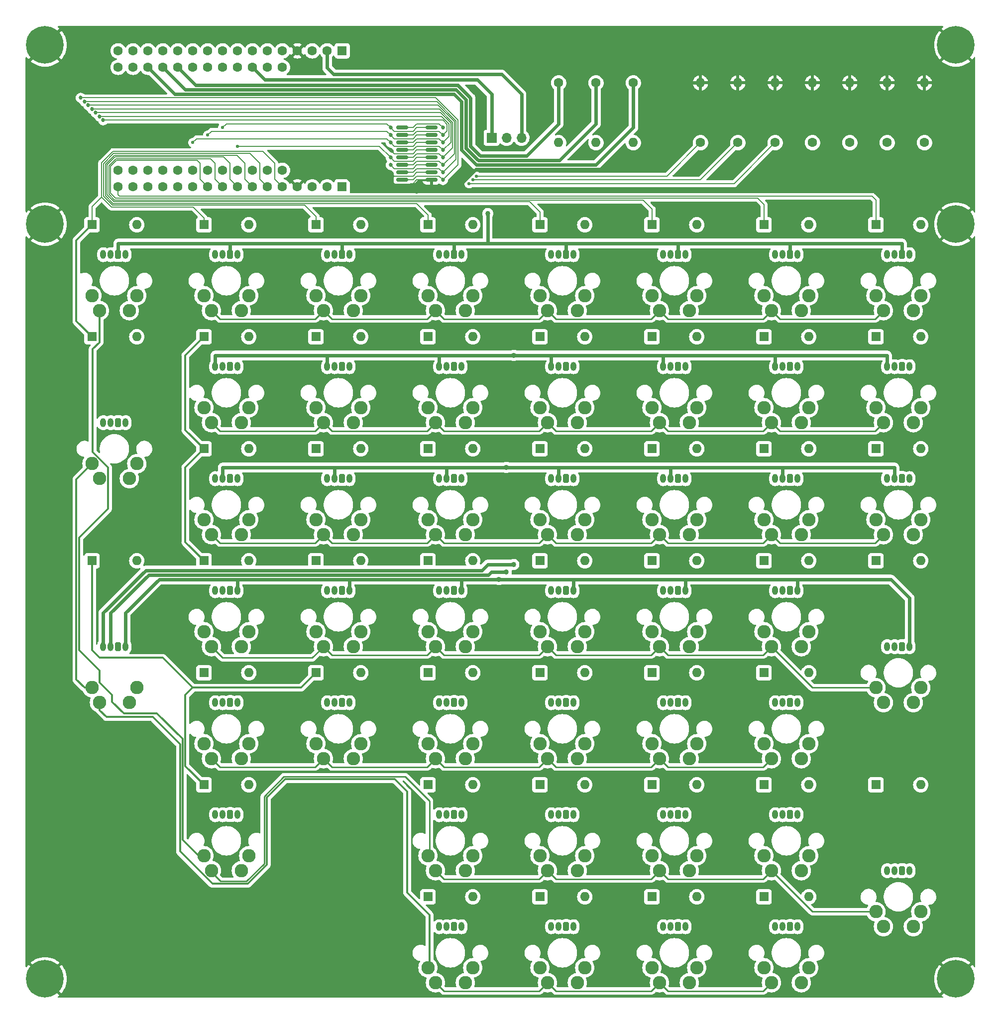
<source format=gbr>
%TF.GenerationSoftware,KiCad,Pcbnew,(6.0.9)*%
%TF.CreationDate,2023-03-12T22:48:56-07:00*%
%TF.ProjectId,keyboard,6b657962-6f61-4726-942e-6b696361645f,rev?*%
%TF.SameCoordinates,Original*%
%TF.FileFunction,Copper,L2,Bot*%
%TF.FilePolarity,Positive*%
%FSLAX46Y46*%
G04 Gerber Fmt 4.6, Leading zero omitted, Abs format (unit mm)*
G04 Created by KiCad (PCBNEW (6.0.9)) date 2023-03-12 22:48:56*
%MOMM*%
%LPD*%
G01*
G04 APERTURE LIST*
G04 Aperture macros list*
%AMRoundRect*
0 Rectangle with rounded corners*
0 $1 Rounding radius*
0 $2 $3 $4 $5 $6 $7 $8 $9 X,Y pos of 4 corners*
0 Add a 4 corners polygon primitive as box body*
4,1,4,$2,$3,$4,$5,$6,$7,$8,$9,$2,$3,0*
0 Add four circle primitives for the rounded corners*
1,1,$1+$1,$2,$3*
1,1,$1+$1,$4,$5*
1,1,$1+$1,$6,$7*
1,1,$1+$1,$8,$9*
0 Add four rect primitives between the rounded corners*
20,1,$1+$1,$2,$3,$4,$5,0*
20,1,$1+$1,$4,$5,$6,$7,0*
20,1,$1+$1,$6,$7,$8,$9,0*
20,1,$1+$1,$8,$9,$2,$3,0*%
G04 Aperture macros list end*
%TA.AperFunction,ComponentPad*%
%ADD10R,1.600000X1.600000*%
%TD*%
%TA.AperFunction,ComponentPad*%
%ADD11O,1.600000X1.600000*%
%TD*%
%TA.AperFunction,ComponentPad*%
%ADD12C,2.286000*%
%TD*%
%TA.AperFunction,ComponentPad*%
%ADD13RoundRect,0.250000X0.250000X0.512000X-0.250000X0.512000X-0.250000X-0.512000X0.250000X-0.512000X0*%
%TD*%
%TA.AperFunction,ComponentPad*%
%ADD14O,1.000000X1.524000*%
%TD*%
%TA.AperFunction,ComponentPad*%
%ADD15C,1.600000*%
%TD*%
%TA.AperFunction,ComponentPad*%
%ADD16C,6.400000*%
%TD*%
%TA.AperFunction,ComponentPad*%
%ADD17R,1.700000X1.700000*%
%TD*%
%TA.AperFunction,ComponentPad*%
%ADD18O,1.700000X1.700000*%
%TD*%
%TA.AperFunction,SMDPad,CuDef*%
%ADD19RoundRect,0.150000X0.825000X0.150000X-0.825000X0.150000X-0.825000X-0.150000X0.825000X-0.150000X0*%
%TD*%
%TA.AperFunction,ViaPad*%
%ADD20C,0.863600*%
%TD*%
%TA.AperFunction,ViaPad*%
%ADD21C,0.558800*%
%TD*%
%TA.AperFunction,ViaPad*%
%ADD22C,0.685800*%
%TD*%
%TA.AperFunction,Conductor*%
%ADD23C,0.609600*%
%TD*%
%TA.AperFunction,Conductor*%
%ADD24C,0.304800*%
%TD*%
%TA.AperFunction,Conductor*%
%ADD25C,0.152400*%
%TD*%
%TA.AperFunction,Conductor*%
%ADD26C,0.250000*%
%TD*%
G04 APERTURE END LIST*
D10*
%TO.P,D35,1,K*%
%TO.N,/Full Keyboard/COL5*%
X122288303Y-88989597D03*
D11*
%TO.P,D35,2,A*%
%TO.N,Net-(D35-Pad2)*%
X129908303Y-88989597D03*
%TD*%
D10*
%TO.P,D32,1,K*%
%TO.N,/Full Keyboard/COL2*%
X65138303Y-88989597D03*
D11*
%TO.P,D32,2,A*%
%TO.N,Net-(D32-Pad2)*%
X72758303Y-88989597D03*
%TD*%
D10*
%TO.P,D22,1,K*%
%TO.N,/Full Keyboard/COL2*%
X65138303Y-69939597D03*
D11*
%TO.P,D22,2,A*%
%TO.N,Net-(7_22-Pad1)*%
X72758303Y-69939597D03*
%TD*%
D12*
%TO.P,O_34,1,1*%
%TO.N,Net-(D34-Pad2)*%
X110858303Y-101054597D03*
X109588303Y-103594597D03*
%TO.P,O_34,2,2*%
%TO.N,/Full Keyboard/ROW3*%
X103238303Y-101054597D03*
X104508303Y-103594597D03*
D13*
%TO.P,O_34,3,A*%
%TO.N,/Full Keyboard/A*%
X107683303Y-94069597D03*
D14*
%TO.P,O_34,4,R*%
%TO.N,/Full Keyboard/R*%
X108953303Y-94069597D03*
%TO.P,O_34,5,G*%
%TO.N,/Full Keyboard/G*%
X106413303Y-94069597D03*
%TO.P,O_34,6,B*%
%TO.N,/Full Keyboard/B*%
X105143303Y-94069597D03*
%TD*%
D10*
%TO.P,D11,1,K*%
%TO.N,/Full Keyboard/COL1*%
X46088303Y-50889597D03*
D11*
%TO.P,D11,2,A*%
%TO.N,Net-(D11-Pad2)*%
X53708303Y-50889597D03*
%TD*%
D15*
%TO.P,PULLDOWN_2,1*%
%TO.N,/Full Keyboard/COL2*%
X136893303Y-36919597D03*
D11*
%TO.P,PULLDOWN_2,2*%
%TO.N,/Full Keyboard/GND*%
X136893303Y-26759597D03*
%TD*%
D12*
%TO.P,EQUAL_27,1,1*%
%TO.N,Net-(D27-Pad2)*%
X166738303Y-84544597D03*
X168008303Y-82004597D03*
%TO.P,EQUAL_27,2,2*%
%TO.N,/Full Keyboard/ROW2*%
X161658303Y-84544597D03*
X160388303Y-82004597D03*
D13*
%TO.P,EQUAL_27,3,A*%
%TO.N,/Full Keyboard/A*%
X164833303Y-75019597D03*
D14*
%TO.P,EQUAL_27,4,R*%
%TO.N,/Full Keyboard/R*%
X166103303Y-75019597D03*
%TO.P,EQUAL_27,5,G*%
%TO.N,/Full Keyboard/G*%
X163563303Y-75019597D03*
%TO.P,EQUAL_27,6,B*%
%TO.N,/Full Keyboard/B*%
X162293303Y-75019597D03*
%TD*%
D12*
%TO.P,UP_65,1,1*%
%TO.N,Net-(D65-Pad2)*%
X129908303Y-158204597D03*
X128638303Y-160744597D03*
%TO.P,UP_65,2,2*%
%TO.N,/Full Keyboard/ROW6*%
X123558303Y-160744597D03*
X122288303Y-158204597D03*
D13*
%TO.P,UP_65,3,A*%
%TO.N,/Full Keyboard/A*%
X126733303Y-151219597D03*
D14*
%TO.P,UP_65,4,R*%
%TO.N,/Full Keyboard/R*%
X128003303Y-151219597D03*
%TO.P,UP_65,5,G*%
%TO.N,/Full Keyboard/G*%
X125463303Y-151219597D03*
%TO.P,UP_65,6,B*%
%TO.N,/Full Keyboard/B*%
X124193303Y-151219597D03*
%TD*%
D12*
%TO.P,META_63,1,1*%
%TO.N,Net-(D63-Pad2)*%
X91808303Y-158204597D03*
X90538303Y-160744597D03*
%TO.P,META_63,2,2*%
%TO.N,/Full Keyboard/ROW6*%
X84188303Y-158204597D03*
X85458303Y-160744597D03*
D13*
%TO.P,META_63,3,A*%
%TO.N,/Full Keyboard/A*%
X88633303Y-151219597D03*
D14*
%TO.P,META_63,4,R*%
%TO.N,/Full Keyboard/R*%
X89903303Y-151219597D03*
%TO.P,META_63,5,G*%
%TO.N,/Full Keyboard/G*%
X87363303Y-151219597D03*
%TO.P,META_63,6,B*%
%TO.N,/Full Keyboard/B*%
X86093303Y-151219597D03*
%TD*%
D10*
%TO.P,D64,1,K*%
%TO.N,/Full Keyboard/COL4*%
X103238303Y-146139597D03*
D11*
%TO.P,D64,2,A*%
%TO.N,Net-(D64-Pad2)*%
X110858303Y-146139597D03*
%TD*%
D12*
%TO.P,END_66,1,1*%
%TO.N,Net-(D66-Pad2)*%
X148958303Y-158204597D03*
X147688303Y-160744597D03*
%TO.P,END_66,2,2*%
%TO.N,/Full Keyboard/ROW6*%
X142608303Y-160744597D03*
X141338303Y-158204597D03*
D13*
%TO.P,END_66,3,A*%
%TO.N,/Full Keyboard/A*%
X145783303Y-151219597D03*
D14*
%TO.P,END_66,4,R*%
%TO.N,/Full Keyboard/R*%
X147053303Y-151219597D03*
%TO.P,END_66,5,G*%
%TO.N,/Full Keyboard/G*%
X144513303Y-151219597D03*
%TO.P,END_66,6,B*%
%TO.N,/Full Keyboard/B*%
X143243303Y-151219597D03*
%TD*%
D10*
%TO.P,D43,1,K*%
%TO.N,/Full Keyboard/COL3*%
X84188303Y-108039597D03*
D11*
%TO.P,D43,2,A*%
%TO.N,Net-(D43-Pad2)*%
X91808303Y-108039597D03*
%TD*%
D10*
%TO.P,D55,1,K*%
%TO.N,/Full Keyboard/COL5*%
X122288303Y-127089597D03*
D11*
%TO.P,D55,2,A*%
%TO.N,Net-(D55-Pad2)*%
X129908303Y-127089597D03*
%TD*%
D12*
%TO.P,SEMICOLON_45,1,1*%
%TO.N,Net-(D45-Pad2)*%
X129908303Y-120104597D03*
X128638303Y-122644597D03*
%TO.P,SEMICOLON_45,2,2*%
%TO.N,/Full Keyboard/ROW4*%
X122288303Y-120104597D03*
X123558303Y-122644597D03*
D13*
%TO.P,SEMICOLON_45,3,A*%
%TO.N,/Full Keyboard/A*%
X126733303Y-113119597D03*
D14*
%TO.P,SEMICOLON_45,4,R*%
%TO.N,/Full Keyboard/R*%
X128003303Y-113119597D03*
%TO.P,SEMICOLON_45,5,G*%
%TO.N,/Full Keyboard/G*%
X125463303Y-113119597D03*
%TO.P,SEMICOLON_45,6,B*%
%TO.N,/Full Keyboard/B*%
X124193303Y-113119597D03*
%TD*%
D16*
%TO.P,H1,1,1*%
%TO.N,/Full Keyboard/GND*%
X19050000Y-20320000D03*
%TD*%
D10*
%TO.P,D54,1,K*%
%TO.N,/Full Keyboard/COL4*%
X103238303Y-127089597D03*
D11*
%TO.P,D54,2,A*%
%TO.N,Net-(D54-Pad2)*%
X110858303Y-127089597D03*
%TD*%
D10*
%TO.P,D34,1,K*%
%TO.N,/Full Keyboard/COL4*%
X103238303Y-88989597D03*
D11*
%TO.P,D34,2,A*%
%TO.N,Net-(D34-Pad2)*%
X110858303Y-88989597D03*
%TD*%
D10*
%TO.P,D26,1,K*%
%TO.N,/Full Keyboard/COL6*%
X141338303Y-69939597D03*
D11*
%TO.P,D26,2,A*%
%TO.N,Net-(D26-Pad2)*%
X148958303Y-69939597D03*
%TD*%
D10*
%TO.P,D76,1,K*%
%TO.N,/Full Keyboard/COL6*%
X141338303Y-165189597D03*
D11*
%TO.P,D76,2,A*%
%TO.N,Net-(D76-Pad2)*%
X148958303Y-165189597D03*
%TD*%
D10*
%TO.P,D63,1,K*%
%TO.N,/Full Keyboard/COL3*%
X84188303Y-146139597D03*
D11*
%TO.P,D63,2,A*%
%TO.N,Net-(D63-Pad2)*%
X91808303Y-146139597D03*
%TD*%
D10*
%TO.P,D31,1,K*%
%TO.N,/Full Keyboard/COL1*%
X46088303Y-88989597D03*
D11*
%TO.P,D31,2,A*%
%TO.N,Net-(D31-Pad2)*%
X53708303Y-88989597D03*
%TD*%
D10*
%TO.P,D42,1,K*%
%TO.N,/Full Keyboard/COL2*%
X65138303Y-108039597D03*
D11*
%TO.P,D42,2,A*%
%TO.N,Net-(D42-Pad2)*%
X72758303Y-108039597D03*
%TD*%
D12*
%TO.P,U_32,1,1*%
%TO.N,Net-(D32-Pad2)*%
X71488303Y-103594597D03*
X72758303Y-101054597D03*
%TO.P,U_32,2,2*%
%TO.N,/Full Keyboard/ROW3*%
X65138303Y-101054597D03*
X66408303Y-103594597D03*
D13*
%TO.P,U_32,3,A*%
%TO.N,/Full Keyboard/A*%
X69583303Y-94069597D03*
D14*
%TO.P,U_32,4,R*%
%TO.N,/Full Keyboard/R*%
X70853303Y-94069597D03*
%TO.P,U_32,5,G*%
%TO.N,/Full Keyboard/G*%
X68313303Y-94069597D03*
%TO.P,U_32,6,B*%
%TO.N,/Full Keyboard/B*%
X67043303Y-94069597D03*
%TD*%
D12*
%TO.P,8_23,1,1*%
%TO.N,Net-(8_23-Pad1)*%
X91808303Y-82004597D03*
X90538303Y-84544597D03*
%TO.P,8_23,2,2*%
%TO.N,/Full Keyboard/ROW2*%
X85458303Y-84544597D03*
X84188303Y-82004597D03*
D13*
%TO.P,8_23,3,A*%
%TO.N,/Full Keyboard/A*%
X88633303Y-75019597D03*
D14*
%TO.P,8_23,4,R*%
%TO.N,/Full Keyboard/R*%
X89903303Y-75019597D03*
%TO.P,8_23,5,G*%
%TO.N,/Full Keyboard/G*%
X87363303Y-75019597D03*
%TO.P,8_23,6,B*%
%TO.N,/Full Keyboard/B*%
X86093303Y-75019597D03*
%TD*%
D16*
%TO.P,H6,1,1*%
%TO.N,/Full Keyboard/GND*%
X173990000Y-50800000D03*
%TD*%
D10*
%TO.P,D66,1,K*%
%TO.N,/Full Keyboard/COL6*%
X141338303Y-146139597D03*
D11*
%TO.P,D66,2,A*%
%TO.N,Net-(D66-Pad2)*%
X148958303Y-146139597D03*
%TD*%
D10*
%TO.P,D12,1,K*%
%TO.N,/Full Keyboard/COL2*%
X65138303Y-50889597D03*
D11*
%TO.P,D12,2,A*%
%TO.N,Net-(D12-Pad2)*%
X72758303Y-50889597D03*
%TD*%
D10*
%TO.P,D13,1,K*%
%TO.N,/Full Keyboard/COL3*%
X84188303Y-50889597D03*
D11*
%TO.P,D13,2,A*%
%TO.N,Net-(D13-Pad2)*%
X91808303Y-50889597D03*
%TD*%
D12*
%TO.P,SHIFT_47,1,1*%
%TO.N,Net-(D47-Pad2)*%
X166738303Y-132169597D03*
X168008303Y-129629597D03*
%TO.P,SHIFT_47,2,2*%
%TO.N,/Full Keyboard/ROW4*%
X160388303Y-129629597D03*
X161658303Y-132169597D03*
D13*
%TO.P,SHIFT_47,3,A*%
%TO.N,/Full Keyboard/A*%
X164833303Y-122644597D03*
D14*
%TO.P,SHIFT_47,4,R*%
%TO.N,/Full Keyboard/R*%
X166103303Y-122644597D03*
%TO.P,SHIFT_47,5,G*%
%TO.N,/Full Keyboard/G*%
X163563303Y-122644597D03*
%TO.P,SHIFT_47,6,B*%
%TO.N,/Full Keyboard/B*%
X162293303Y-122644597D03*
%TD*%
D12*
%TO.P,H_41,1,1*%
%TO.N,Net-(D41-Pad2)*%
X53708303Y-120104597D03*
X52438303Y-122644597D03*
%TO.P,H_41,2,2*%
%TO.N,/Full Keyboard/ROW4*%
X47358303Y-122644597D03*
X46088303Y-120104597D03*
D13*
%TO.P,H_41,3,A*%
%TO.N,/Full Keyboard/A*%
X50533303Y-113119597D03*
D14*
%TO.P,H_41,4,R*%
%TO.N,/Full Keyboard/R*%
X51803303Y-113119597D03*
%TO.P,H_41,5,G*%
%TO.N,/Full Keyboard/G*%
X49263303Y-113119597D03*
%TO.P,H_41,6,B*%
%TO.N,/Full Keyboard/B*%
X47993303Y-113119597D03*
%TD*%
D10*
%TO.P,D53,1,K*%
%TO.N,/Full Keyboard/COL3*%
X84188303Y-127089597D03*
D11*
%TO.P,D53,2,A*%
%TO.N,Net-(COMMA_53-Pad1)*%
X91808303Y-127089597D03*
%TD*%
D10*
%TO.P,D23,1,K*%
%TO.N,/Full Keyboard/COL3*%
X84188303Y-69939597D03*
D11*
%TO.P,D23,2,A*%
%TO.N,Net-(8_23-Pad1)*%
X91808303Y-69939597D03*
%TD*%
D10*
%TO.P,D33,1,K*%
%TO.N,/Full Keyboard/COL3*%
X84188303Y-88989597D03*
D11*
%TO.P,D33,2,A*%
%TO.N,Net-(D33-Pad2)*%
X91808303Y-88989597D03*
%TD*%
D12*
%TO.P,BACKSPACE_71,1,1*%
%TO.N,Net-(BACKSPACE_71-Pad1)*%
X34658303Y-91529597D03*
X33388303Y-94069597D03*
%TO.P,BACKSPACE_71,2,2*%
%TO.N,/Full Keyboard/ROW7*%
X27038303Y-91529597D03*
X28308303Y-94069597D03*
D13*
%TO.P,BACKSPACE_71,3,A*%
%TO.N,/Full Keyboard/A*%
X31483303Y-84544597D03*
D14*
%TO.P,BACKSPACE_71,4,R*%
%TO.N,/Full Keyboard/R*%
X32753303Y-84544597D03*
%TO.P,BACKSPACE_71,5,G*%
%TO.N,/Full Keyboard/G*%
X30213303Y-84544597D03*
%TO.P,BACKSPACE_71,6,B*%
%TO.N,/Full Keyboard/B*%
X28943303Y-84544597D03*
%TD*%
D10*
%TO.P,D67,1,K*%
%TO.N,/Full Keyboard/COL7*%
X160388303Y-146139597D03*
D11*
%TO.P,D67,2,A*%
%TO.N,Net-(CTRL_67-Pad1)*%
X168008303Y-146139597D03*
%TD*%
D12*
%TO.P,CTRL_67,1,1*%
%TO.N,Net-(CTRL_67-Pad1)*%
X168008303Y-167729597D03*
X166738303Y-170269597D03*
%TO.P,CTRL_67,2,2*%
%TO.N,/Full Keyboard/ROW6*%
X161658303Y-170269597D03*
X160388303Y-167729597D03*
D13*
%TO.P,CTRL_67,3,A*%
%TO.N,/Full Keyboard/A*%
X164833303Y-160744597D03*
D14*
%TO.P,CTRL_67,4,R*%
%TO.N,/Full Keyboard/R*%
X166103303Y-160744597D03*
%TO.P,CTRL_67,5,G*%
%TO.N,/Full Keyboard/G*%
X163563303Y-160744597D03*
%TO.P,CTRL_67,6,B*%
%TO.N,/Full Keyboard/B*%
X162293303Y-160744597D03*
%TD*%
D12*
%TO.P,DELETE_61,1,1*%
%TO.N,Net-(D61-Pad2)*%
X34658303Y-62954597D03*
X33388303Y-65494597D03*
%TO.P,DELETE_61,2,2*%
%TO.N,/Full Keyboard/ROW6*%
X27038303Y-62954597D03*
X28308303Y-65494597D03*
D13*
%TO.P,DELETE_61,3,A*%
%TO.N,/Full Keyboard/A*%
X31483303Y-55969597D03*
D14*
%TO.P,DELETE_61,4,R*%
%TO.N,/Full Keyboard/R*%
X32753303Y-55969597D03*
%TO.P,DELETE_61,5,G*%
%TO.N,/Full Keyboard/G*%
X30213303Y-55969597D03*
%TO.P,DELETE_61,6,B*%
%TO.N,/Full Keyboard/B*%
X28943303Y-55969597D03*
%TD*%
D12*
%TO.P,HOME_64,1,1*%
%TO.N,Net-(D64-Pad2)*%
X110858303Y-158204597D03*
X109588303Y-160744597D03*
%TO.P,HOME_64,2,2*%
%TO.N,/Full Keyboard/ROW6*%
X103238303Y-158204597D03*
X104508303Y-160744597D03*
D13*
%TO.P,HOME_64,3,A*%
%TO.N,/Full Keyboard/A*%
X107683303Y-151219597D03*
D14*
%TO.P,HOME_64,4,R*%
%TO.N,/Full Keyboard/R*%
X108953303Y-151219597D03*
%TO.P,HOME_64,5,G*%
%TO.N,/Full Keyboard/G*%
X106413303Y-151219597D03*
%TO.P,HOME_64,6,B*%
%TO.N,/Full Keyboard/B*%
X105143303Y-151219597D03*
%TD*%
D12*
%TO.P,M_52,1,1*%
%TO.N,Net-(D52-Pad2)*%
X71488303Y-141694597D03*
X72758303Y-139154597D03*
%TO.P,M_52,2,2*%
%TO.N,/Full Keyboard/ROW5*%
X65138303Y-139154597D03*
X66408303Y-141694597D03*
D13*
%TO.P,M_52,3,A*%
%TO.N,/Full Keyboard/A*%
X69583303Y-132169597D03*
D14*
%TO.P,M_52,4,R*%
%TO.N,/Full Keyboard/R*%
X70853303Y-132169597D03*
%TO.P,M_52,5,G*%
%TO.N,/Full Keyboard/G*%
X68313303Y-132169597D03*
%TO.P,M_52,6,B*%
%TO.N,/Full Keyboard/B*%
X67043303Y-132169597D03*
%TD*%
D10*
%TO.P,D47,1,K*%
%TO.N,/Full Keyboard/COL7*%
X160388303Y-108039597D03*
D11*
%TO.P,D47,2,A*%
%TO.N,Net-(D47-Pad2)*%
X168008303Y-108039597D03*
%TD*%
D12*
%TO.P,Y_31,1,1*%
%TO.N,Net-(D31-Pad2)*%
X53708303Y-101054597D03*
X52438303Y-103594597D03*
%TO.P,Y_31,2,2*%
%TO.N,/Full Keyboard/ROW3*%
X46088303Y-101054597D03*
X47358303Y-103594597D03*
D13*
%TO.P,Y_31,3,A*%
%TO.N,/Full Keyboard/A*%
X50533303Y-94069597D03*
D14*
%TO.P,Y_31,4,R*%
%TO.N,/Full Keyboard/R*%
X51803303Y-94069597D03*
%TO.P,Y_31,5,G*%
%TO.N,/Full Keyboard/G*%
X49263303Y-94069597D03*
%TO.P,Y_31,6,B*%
%TO.N,/Full Keyboard/B*%
X47993303Y-94069597D03*
%TD*%
D16*
%TO.P,H5,1,1*%
%TO.N,/Full Keyboard/GND*%
X19050000Y-50800000D03*
%TD*%
D10*
%TO.P,D45,1,K*%
%TO.N,/Full Keyboard/COL5*%
X122288303Y-108039597D03*
D11*
%TO.P,D45,2,A*%
%TO.N,Net-(D45-Pad2)*%
X129908303Y-108039597D03*
%TD*%
D10*
%TO.P,D74,1,K*%
%TO.N,/Full Keyboard/COL4*%
X103238303Y-165189597D03*
D11*
%TO.P,D74,2,A*%
%TO.N,Net-(D74-Pad2)*%
X110858303Y-165189597D03*
%TD*%
D12*
%TO.P,SPACE_62,1,1*%
%TO.N,Net-(D62-Pad2)*%
X53708303Y-158204597D03*
X52438303Y-160744597D03*
%TO.P,SPACE_62,2,2*%
%TO.N,/Full Keyboard/ROW6*%
X46088303Y-158204597D03*
X47358303Y-160744597D03*
D13*
%TO.P,SPACE_62,3,A*%
%TO.N,/Full Keyboard/A*%
X50533303Y-151219597D03*
D14*
%TO.P,SPACE_62,4,R*%
%TO.N,/Full Keyboard/R*%
X51803303Y-151219597D03*
%TO.P,SPACE_62,5,G*%
%TO.N,/Full Keyboard/G*%
X49263303Y-151219597D03*
%TO.P,SPACE_62,6,B*%
%TO.N,/Full Keyboard/B*%
X47993303Y-151219597D03*
%TD*%
D10*
%TO.P,D15,1,K*%
%TO.N,/Full Keyboard/COL5*%
X122288303Y-50889597D03*
D11*
%TO.P,D15,2,A*%
%TO.N,Net-(D15-Pad2)*%
X129908303Y-50889597D03*
%TD*%
D10*
%TO.P,D65,1,K*%
%TO.N,/Full Keyboard/COL5*%
X122288303Y-146139597D03*
D11*
%TO.P,D65,2,A*%
%TO.N,Net-(D65-Pad2)*%
X129908303Y-146139597D03*
%TD*%
D10*
%TO.P,D62,1,K*%
%TO.N,/Full Keyboard/COL2*%
X46088303Y-146139597D03*
D11*
%TO.P,D62,2,A*%
%TO.N,Net-(D62-Pad2)*%
X53708303Y-146139597D03*
%TD*%
D15*
%TO.P,PULLDOWN_3,1*%
%TO.N,/Full Keyboard/COL3*%
X143243303Y-36919597D03*
D11*
%TO.P,PULLDOWN_3,2*%
%TO.N,/Full Keyboard/GND*%
X143243303Y-26759597D03*
%TD*%
D12*
%TO.P,ENTER_72,1,1*%
%TO.N,Net-(D72-Pad2)*%
X34658303Y-129629597D03*
X33388303Y-132169597D03*
%TO.P,ENTER_72,2,2*%
%TO.N,/Full Keyboard/ROW7*%
X27038303Y-129629597D03*
X28308303Y-132169597D03*
D13*
%TO.P,ENTER_72,3,A*%
%TO.N,/Full Keyboard/A*%
X31483303Y-122644597D03*
D14*
%TO.P,ENTER_72,4,R*%
%TO.N,/Full Keyboard/R*%
X32753303Y-122644597D03*
%TO.P,ENTER_72,5,G*%
%TO.N,/Full Keyboard/G*%
X30213303Y-122644597D03*
%TO.P,ENTER_72,6,B*%
%TO.N,/Full Keyboard/B*%
X28943303Y-122644597D03*
%TD*%
D10*
%TO.P,D44,1,K*%
%TO.N,/Full Keyboard/COL4*%
X103238303Y-108039597D03*
D11*
%TO.P,D44,2,A*%
%TO.N,Net-(D44-Pad2)*%
X110858303Y-108039597D03*
%TD*%
D12*
%TO.P,F10_15,1,1*%
%TO.N,Net-(D15-Pad2)*%
X128638303Y-65494597D03*
X129908303Y-62954597D03*
%TO.P,F10_15,2,2*%
%TO.N,/Full Keyboard/ROW1*%
X123558303Y-65494597D03*
X122288303Y-62954597D03*
D13*
%TO.P,F10_15,3,A*%
%TO.N,/Full Keyboard/A*%
X126733303Y-55969597D03*
D14*
%TO.P,F10_15,4,R*%
%TO.N,/Full Keyboard/R*%
X128003303Y-55969597D03*
%TO.P,F10_15,5,G*%
%TO.N,/Full Keyboard/G*%
X125463303Y-55969597D03*
%TO.P,F10_15,6,B*%
%TO.N,/Full Keyboard/B*%
X124193303Y-55969597D03*
%TD*%
D12*
%TO.P,L_44,1,1*%
%TO.N,Net-(D44-Pad2)*%
X110858303Y-120104597D03*
X109588303Y-122644597D03*
%TO.P,L_44,2,2*%
%TO.N,/Full Keyboard/ROW4*%
X103238303Y-120104597D03*
X104508303Y-122644597D03*
D13*
%TO.P,L_44,3,A*%
%TO.N,/Full Keyboard/A*%
X107683303Y-113119597D03*
D14*
%TO.P,L_44,4,R*%
%TO.N,/Full Keyboard/R*%
X108953303Y-113119597D03*
%TO.P,L_44,5,G*%
%TO.N,/Full Keyboard/G*%
X106413303Y-113119597D03*
%TO.P,L_44,6,B*%
%TO.N,/Full Keyboard/B*%
X105143303Y-113119597D03*
%TD*%
D12*
%TO.P,F7_12,1,1*%
%TO.N,Net-(D12-Pad2)*%
X72758303Y-62954597D03*
X71488303Y-65494597D03*
%TO.P,F7_12,2,2*%
%TO.N,/Full Keyboard/ROW1*%
X65138303Y-62954597D03*
X66408303Y-65494597D03*
D13*
%TO.P,F7_12,3,A*%
%TO.N,/Full Keyboard/A*%
X69583303Y-55969597D03*
D14*
%TO.P,F7_12,4,R*%
%TO.N,/Full Keyboard/R*%
X70853303Y-55969597D03*
%TO.P,F7_12,5,G*%
%TO.N,/Full Keyboard/G*%
X68313303Y-55969597D03*
%TO.P,F7_12,6,B*%
%TO.N,/Full Keyboard/B*%
X67043303Y-55969597D03*
%TD*%
D10*
%TO.P,D14,1,K*%
%TO.N,/Full Keyboard/COL4*%
X103238303Y-50889597D03*
D11*
%TO.P,D14,2,A*%
%TO.N,Net-(D14-Pad2)*%
X110858303Y-50889597D03*
%TD*%
D12*
%TO.P,F8_13,1,1*%
%TO.N,Net-(D13-Pad2)*%
X90538303Y-65494597D03*
X91808303Y-62954597D03*
%TO.P,F8_13,2,2*%
%TO.N,/Full Keyboard/ROW1*%
X85458303Y-65494597D03*
X84188303Y-62954597D03*
D13*
%TO.P,F8_13,3,A*%
%TO.N,/Full Keyboard/A*%
X88633303Y-55969597D03*
D14*
%TO.P,F8_13,4,R*%
%TO.N,/Full Keyboard/R*%
X89903303Y-55969597D03*
%TO.P,F8_13,5,G*%
%TO.N,/Full Keyboard/G*%
X87363303Y-55969597D03*
%TO.P,F8_13,6,B*%
%TO.N,/Full Keyboard/B*%
X86093303Y-55969597D03*
%TD*%
D15*
%TO.P,PULLDOWN_7,1*%
%TO.N,/Full Keyboard/COL7*%
X168643303Y-36919597D03*
D11*
%TO.P,PULLDOWN_7,2*%
%TO.N,/Full Keyboard/GND*%
X168643303Y-26759597D03*
%TD*%
D10*
%TO.P,D73,1,K*%
%TO.N,/Full Keyboard/COL3*%
X84188303Y-165189597D03*
D11*
%TO.P,D73,2,A*%
%TO.N,Net-(ALT_73-Pad1)*%
X91808303Y-165189597D03*
%TD*%
D12*
%TO.P,ALT_73,1,1*%
%TO.N,Net-(ALT_73-Pad1)*%
X91808303Y-177254597D03*
X90538303Y-179794597D03*
%TO.P,ALT_73,2,2*%
%TO.N,/Full Keyboard/ROW7*%
X84188303Y-177254597D03*
X85458303Y-179794597D03*
D13*
%TO.P,ALT_73,3,A*%
%TO.N,/Full Keyboard/A*%
X88633303Y-170269597D03*
D14*
%TO.P,ALT_73,4,R*%
%TO.N,/Full Keyboard/R*%
X89903303Y-170269597D03*
%TO.P,ALT_73,5,G*%
%TO.N,/Full Keyboard/G*%
X87363303Y-170269597D03*
%TO.P,ALT_73,6,B*%
%TO.N,/Full Keyboard/B*%
X86093303Y-170269597D03*
%TD*%
D12*
%TO.P,J_42,1,1*%
%TO.N,Net-(D42-Pad2)*%
X72758303Y-120104597D03*
X71488303Y-122644597D03*
%TO.P,J_42,2,2*%
%TO.N,/Full Keyboard/ROW4*%
X66408303Y-122644597D03*
X65138303Y-120104597D03*
D13*
%TO.P,J_42,3,A*%
%TO.N,/Full Keyboard/A*%
X69583303Y-113119597D03*
D14*
%TO.P,J_42,4,R*%
%TO.N,/Full Keyboard/R*%
X70853303Y-113119597D03*
%TO.P,J_42,5,G*%
%TO.N,/Full Keyboard/G*%
X68313303Y-113119597D03*
%TO.P,J_42,6,B*%
%TO.N,/Full Keyboard/B*%
X67043303Y-113119597D03*
%TD*%
D10*
%TO.P,D46,1,K*%
%TO.N,/Full Keyboard/COL6*%
X141338303Y-108039597D03*
D11*
%TO.P,D46,2,A*%
%TO.N,Net-(APOSTROPHE_46-Pad1)*%
X148958303Y-108039597D03*
%TD*%
D12*
%TO.P,SLASH_55,1,1*%
%TO.N,Net-(D55-Pad2)*%
X128638303Y-141694597D03*
X129908303Y-139154597D03*
%TO.P,SLASH_55,2,2*%
%TO.N,/Full Keyboard/ROW5*%
X122288303Y-139154597D03*
X123558303Y-141694597D03*
D13*
%TO.P,SLASH_55,3,A*%
%TO.N,/Full Keyboard/A*%
X126733303Y-132169597D03*
D14*
%TO.P,SLASH_55,4,R*%
%TO.N,/Full Keyboard/R*%
X128003303Y-132169597D03*
%TO.P,SLASH_55,5,G*%
%TO.N,/Full Keyboard/G*%
X125463303Y-132169597D03*
%TO.P,SLASH_55,6,B*%
%TO.N,/Full Keyboard/B*%
X124193303Y-132169597D03*
%TD*%
D10*
%TO.P,A1,1,~{RESET}*%
%TO.N,unconnected-(A1-Pad1)*%
X69583303Y-21307097D03*
D15*
%TO.P,A1,2,3V3*%
%TO.N,/Full Keyboard/Vcc*%
X67043303Y-21307097D03*
%TO.P,A1,3,NC*%
%TO.N,unconnected-(A1-Pad3)*%
X64503303Y-21307097D03*
%TO.P,A1,4,GND*%
%TO.N,/Full Keyboard/GND*%
X61963303Y-21307097D03*
%TO.P,A1,5,DAC2/A0*%
%TO.N,/Full Keyboard/COL1*%
X59423303Y-21307097D03*
%TO.P,A1,6,DAC1/A1*%
%TO.N,/Full Keyboard/COL2*%
X56883303Y-21307097D03*
%TO.P,A1,7,I34/A2*%
%TO.N,/Full Keyboard/COL3*%
X54343303Y-21307097D03*
%TO.P,A1,8,I39/A3*%
%TO.N,/Full Keyboard/COL4*%
X51803303Y-21307097D03*
%TO.P,A1,9,IO36/A4*%
%TO.N,/Full Keyboard/COL5*%
X49263303Y-21307097D03*
%TO.P,A1,10,IO4/A5*%
%TO.N,/Full Keyboard/COL6*%
X46723303Y-21307097D03*
%TO.P,A1,11,SCK/IO5*%
%TO.N,unconnected-(A1-Pad11)*%
X44183303Y-21307097D03*
%TO.P,A1,12,MOSI/IO18*%
%TO.N,unconnected-(A1-Pad12)*%
X41643303Y-21307097D03*
%TO.P,A1,13,MISO/IO19*%
%TO.N,unconnected-(A1-Pad13)*%
X39103303Y-21307097D03*
%TO.P,A1,14,RX/IO16*%
%TO.N,unconnected-(A1-Pad14)*%
X36563303Y-21307097D03*
%TO.P,A1,15,TX/IO17*%
%TO.N,unconnected-(A1-Pad15)*%
X34023303Y-21307097D03*
%TO.P,A1,16,IO21*%
%TO.N,/Full Keyboard/COL7*%
X31483303Y-21307097D03*
%TO.P,A1,17,SDA/IO23*%
%TO.N,unconnected-(A1-Pad17)*%
X31483303Y-41627097D03*
%TO.P,A1,18,SCL/IO22*%
%TO.N,unconnected-(A1-Pad18)*%
X34023303Y-41627097D03*
%TO.P,A1,19,A6/IO14*%
%TO.N,Net-(A1-Pad19)*%
X36563303Y-41627097D03*
%TO.P,A1,20,A7/IO32*%
%TO.N,Net-(A1-Pad20)*%
X39103303Y-41627097D03*
%TO.P,A1,21,A8/IO15*%
%TO.N,Net-(A1-Pad21)*%
X41643303Y-41627097D03*
%TO.P,A1,22,A9/IO33*%
%TO.N,Net-(A1-Pad22)*%
X44183303Y-41627097D03*
%TO.P,A1,23,A10/IO27*%
%TO.N,Net-(A1-Pad23)*%
X46723303Y-41627097D03*
%TO.P,A1,24,A11/IO12*%
%TO.N,Net-(A1-Pad24)*%
X49263303Y-41627097D03*
%TO.P,A1,25,A12/IO13*%
%TO.N,Net-(A1-Pad25)*%
X51803303Y-41627097D03*
%TO.P,A1,26,USB*%
%TO.N,/Full Keyboard/Vusb*%
X54343303Y-41627097D03*
%TO.P,A1,27,EN*%
%TO.N,unconnected-(A1-Pad27)*%
X56883303Y-41627097D03*
%TO.P,A1,28,VBAT*%
%TO.N,unconnected-(A1-Pad28)*%
X59423303Y-41627097D03*
%TD*%
D12*
%TO.P,APOSTROPHE_46,1,1*%
%TO.N,Net-(APOSTROPHE_46-Pad1)*%
X148958303Y-120104597D03*
X147688303Y-122644597D03*
%TO.P,APOSTROPHE_46,2,2*%
%TO.N,/Full Keyboard/ROW4*%
X142608303Y-122644597D03*
X141338303Y-120104597D03*
D13*
%TO.P,APOSTROPHE_46,3,A*%
%TO.N,/Full Keyboard/A*%
X145783303Y-113119597D03*
D14*
%TO.P,APOSTROPHE_46,4,R*%
%TO.N,/Full Keyboard/R*%
X147053303Y-113119597D03*
%TO.P,APOSTROPHE_46,5,G*%
%TO.N,/Full Keyboard/G*%
X144513303Y-113119597D03*
%TO.P,APOSTROPHE_46,6,B*%
%TO.N,/Full Keyboard/B*%
X143243303Y-113119597D03*
%TD*%
D10*
%TO.P,D37,1,K*%
%TO.N,/Full Keyboard/COL7*%
X160388303Y-88989597D03*
D11*
%TO.P,D37,2,A*%
%TO.N,Net-(D37-Pad2)*%
X168008303Y-88989597D03*
%TD*%
D12*
%TO.P,COMMA_53,1,1*%
%TO.N,Net-(COMMA_53-Pad1)*%
X90538303Y-141694597D03*
X91808303Y-139154597D03*
%TO.P,COMMA_53,2,2*%
%TO.N,/Full Keyboard/ROW5*%
X85458303Y-141694597D03*
X84188303Y-139154597D03*
D13*
%TO.P,COMMA_53,3,A*%
%TO.N,/Full Keyboard/A*%
X88633303Y-132169597D03*
D14*
%TO.P,COMMA_53,4,R*%
%TO.N,/Full Keyboard/R*%
X89903303Y-132169597D03*
%TO.P,COMMA_53,5,G*%
%TO.N,/Full Keyboard/G*%
X87363303Y-132169597D03*
%TO.P,COMMA_53,6,B*%
%TO.N,/Full Keyboard/B*%
X86093303Y-132169597D03*
%TD*%
D12*
%TO.P,BACKSLASH_56,1,1*%
%TO.N,Net-(BACKSLASH_56-Pad1)*%
X148958303Y-139154597D03*
X147688303Y-141694597D03*
%TO.P,BACKSLASH_56,2,2*%
%TO.N,/Full Keyboard/ROW5*%
X142608303Y-141694597D03*
X141338303Y-139154597D03*
D13*
%TO.P,BACKSLASH_56,3,A*%
%TO.N,/Full Keyboard/A*%
X145783303Y-132169597D03*
D14*
%TO.P,BACKSLASH_56,4,R*%
%TO.N,/Full Keyboard/R*%
X147053303Y-132169597D03*
%TO.P,BACKSLASH_56,5,G*%
%TO.N,/Full Keyboard/G*%
X144513303Y-132169597D03*
%TO.P,BACKSLASH_56,6,B*%
%TO.N,/Full Keyboard/B*%
X143243303Y-132169597D03*
%TD*%
D10*
%TO.P,D56,1,K*%
%TO.N,/Full Keyboard/COL6*%
X141338303Y-127089597D03*
D11*
%TO.P,D56,2,A*%
%TO.N,Net-(BACKSLASH_56-Pad1)*%
X148958303Y-127089597D03*
%TD*%
D10*
%TO.P,D51,1,K*%
%TO.N,/Full Keyboard/COL1*%
X46088303Y-127089597D03*
D11*
%TO.P,D51,2,A*%
%TO.N,Net-(D51-Pad2)*%
X53708303Y-127089597D03*
%TD*%
D10*
%TO.P,D21,1,K*%
%TO.N,/Full Keyboard/COL1*%
X46088303Y-69939597D03*
D11*
%TO.P,D21,2,A*%
%TO.N,Net-(6_21-Pad1)*%
X53708303Y-69939597D03*
%TD*%
D15*
%TO.P,R_GREEN1,1*%
%TO.N,Net-(A1-Pad20)*%
X112763303Y-26759597D03*
D11*
%TO.P,R_GREEN1,2*%
%TO.N,/Full Keyboard/G*%
X112763303Y-36919597D03*
%TD*%
D12*
%TO.P,6_21,1,1*%
%TO.N,Net-(6_21-Pad1)*%
X52438303Y-84544597D03*
X53708303Y-82004597D03*
%TO.P,6_21,2,2*%
%TO.N,/Full Keyboard/ROW2*%
X47358303Y-84544597D03*
X46088303Y-82004597D03*
D13*
%TO.P,6_21,3,A*%
%TO.N,/Full Keyboard/A*%
X50533303Y-75019597D03*
D14*
%TO.P,6_21,4,R*%
%TO.N,/Full Keyboard/R*%
X51803303Y-75019597D03*
%TO.P,6_21,5,G*%
%TO.N,/Full Keyboard/G*%
X49263303Y-75019597D03*
%TO.P,6_21,6,B*%
%TO.N,/Full Keyboard/B*%
X47993303Y-75019597D03*
%TD*%
D10*
%TO.P,D17,1,K*%
%TO.N,/Full Keyboard/COL7*%
X160388303Y-50889597D03*
D11*
%TO.P,D17,2,A*%
%TO.N,Net-(D17-Pad2)*%
X168008303Y-50889597D03*
%TD*%
D10*
%TO.P,D25,1,K*%
%TO.N,/Full Keyboard/COL5*%
X122288303Y-69939597D03*
D11*
%TO.P,D25,2,A*%
%TO.N,Net-(0_25-Pad1)*%
X129908303Y-69939597D03*
%TD*%
D16*
%TO.P,H4,1,1*%
%TO.N,/Full Keyboard/GND*%
X19050000Y-179159597D03*
%TD*%
D10*
%TO.P,D41,1,K*%
%TO.N,/Full Keyboard/COL1*%
X46088303Y-108039597D03*
D11*
%TO.P,D41,2,A*%
%TO.N,Net-(D41-Pad2)*%
X53708303Y-108039597D03*
%TD*%
D10*
%TO.P,D52,1,K*%
%TO.N,/Full Keyboard/COL2*%
X65138303Y-127089597D03*
D11*
%TO.P,D52,2,A*%
%TO.N,Net-(D52-Pad2)*%
X72758303Y-127089597D03*
%TD*%
D12*
%TO.P,7_22,1,1*%
%TO.N,Net-(7_22-Pad1)*%
X72758303Y-82004597D03*
X71488303Y-84544597D03*
%TO.P,7_22,2,2*%
%TO.N,/Full Keyboard/ROW2*%
X66408303Y-84544597D03*
X65138303Y-82004597D03*
D13*
%TO.P,7_22,3,A*%
%TO.N,/Full Keyboard/A*%
X69583303Y-75019597D03*
D14*
%TO.P,7_22,4,R*%
%TO.N,/Full Keyboard/R*%
X70853303Y-75019597D03*
%TO.P,7_22,5,G*%
%TO.N,/Full Keyboard/G*%
X68313303Y-75019597D03*
%TO.P,7_22,6,B*%
%TO.N,/Full Keyboard/B*%
X67043303Y-75019597D03*
%TD*%
D12*
%TO.P,LEFT_74,1,1*%
%TO.N,Net-(D74-Pad2)*%
X110858303Y-177254597D03*
X109588303Y-179794597D03*
%TO.P,LEFT_74,2,2*%
%TO.N,/Full Keyboard/ROW7*%
X104508303Y-179794597D03*
X103238303Y-177254597D03*
D13*
%TO.P,LEFT_74,3,A*%
%TO.N,/Full Keyboard/A*%
X107683303Y-170269597D03*
D14*
%TO.P,LEFT_74,4,R*%
%TO.N,/Full Keyboard/R*%
X108953303Y-170269597D03*
%TO.P,LEFT_74,5,G*%
%TO.N,/Full Keyboard/G*%
X106413303Y-170269597D03*
%TO.P,LEFT_74,6,B*%
%TO.N,/Full Keyboard/B*%
X105143303Y-170269597D03*
%TD*%
D10*
%TO.P,D36,1,K*%
%TO.N,/Full Keyboard/COL6*%
X141338303Y-88989597D03*
D11*
%TO.P,D36,2,A*%
%TO.N,Net-(D36-Pad2)*%
X148958303Y-88989597D03*
%TD*%
D12*
%TO.P,N_51,1,1*%
%TO.N,Net-(D51-Pad2)*%
X53708303Y-139154597D03*
X52438303Y-141694597D03*
%TO.P,N_51,2,2*%
%TO.N,/Full Keyboard/ROW5*%
X47358303Y-141694597D03*
X46088303Y-139154597D03*
D13*
%TO.P,N_51,3,A*%
%TO.N,/Full Keyboard/A*%
X50533303Y-132169597D03*
D14*
%TO.P,N_51,4,R*%
%TO.N,/Full Keyboard/R*%
X51803303Y-132169597D03*
%TO.P,N_51,5,G*%
%TO.N,/Full Keyboard/G*%
X49263303Y-132169597D03*
%TO.P,N_51,6,B*%
%TO.N,/Full Keyboard/B*%
X47993303Y-132169597D03*
%TD*%
D12*
%TO.P,LBRACKET_36,1,1*%
%TO.N,Net-(D36-Pad2)*%
X148958303Y-101054597D03*
X147688303Y-103594597D03*
%TO.P,LBRACKET_36,2,2*%
%TO.N,/Full Keyboard/ROW3*%
X141338303Y-101054597D03*
X142608303Y-103594597D03*
D13*
%TO.P,LBRACKET_36,3,A*%
%TO.N,/Full Keyboard/A*%
X145783303Y-94069597D03*
D14*
%TO.P,LBRACKET_36,4,R*%
%TO.N,/Full Keyboard/R*%
X147053303Y-94069597D03*
%TO.P,LBRACKET_36,5,G*%
%TO.N,/Full Keyboard/G*%
X144513303Y-94069597D03*
%TO.P,LBRACKET_36,6,B*%
%TO.N,/Full Keyboard/B*%
X143243303Y-94069597D03*
%TD*%
D15*
%TO.P,PULLDOWN_1,1*%
%TO.N,/Full Keyboard/COL1*%
X130543303Y-36919597D03*
D11*
%TO.P,PULLDOWN_1,2*%
%TO.N,/Full Keyboard/GND*%
X130543303Y-26759597D03*
%TD*%
D17*
%TO.P,JP1,1,A*%
%TO.N,/Full Keyboard/Vusb*%
X95010803Y-36102097D03*
D18*
%TO.P,JP1,2,C*%
%TO.N,/Full Keyboard/A*%
X97550803Y-36102097D03*
%TO.P,JP1,3,B*%
%TO.N,/Full Keyboard/Vcc*%
X100090803Y-36102097D03*
%TD*%
D12*
%TO.P,0_25,1,1*%
%TO.N,Net-(0_25-Pad1)*%
X129908303Y-82004597D03*
X128638303Y-84544597D03*
%TO.P,0_25,2,2*%
%TO.N,/Full Keyboard/ROW2*%
X123558303Y-84544597D03*
X122288303Y-82004597D03*
D13*
%TO.P,0_25,3,A*%
%TO.N,/Full Keyboard/A*%
X126733303Y-75019597D03*
D14*
%TO.P,0_25,4,R*%
%TO.N,/Full Keyboard/R*%
X128003303Y-75019597D03*
%TO.P,0_25,5,G*%
%TO.N,/Full Keyboard/G*%
X125463303Y-75019597D03*
%TO.P,0_25,6,B*%
%TO.N,/Full Keyboard/B*%
X124193303Y-75019597D03*
%TD*%
D12*
%TO.P,F6_11,1,1*%
%TO.N,Net-(D11-Pad2)*%
X52438303Y-65494597D03*
X53708303Y-62954597D03*
%TO.P,F6_11,2,2*%
%TO.N,/Full Keyboard/ROW1*%
X47358303Y-65494597D03*
X46088303Y-62954597D03*
D13*
%TO.P,F6_11,3,A*%
%TO.N,/Full Keyboard/A*%
X50533303Y-55969597D03*
D14*
%TO.P,F6_11,4,R*%
%TO.N,/Full Keyboard/R*%
X51803303Y-55969597D03*
%TO.P,F6_11,5,G*%
%TO.N,/Full Keyboard/G*%
X49263303Y-55969597D03*
%TO.P,F6_11,6,B*%
%TO.N,/Full Keyboard/B*%
X47993303Y-55969597D03*
%TD*%
D10*
%TO.P,D61,1,K*%
%TO.N,/Full Keyboard/COL1*%
X27038303Y-50889597D03*
D11*
%TO.P,D61,2,A*%
%TO.N,Net-(D61-Pad2)*%
X34658303Y-50889597D03*
%TD*%
D10*
%TO.P,D71,1,K*%
%TO.N,/Full Keyboard/COL1*%
X27038303Y-69939597D03*
D11*
%TO.P,D71,2,A*%
%TO.N,Net-(BACKSPACE_71-Pad1)*%
X34658303Y-69939597D03*
%TD*%
D12*
%TO.P,LBRACKET_37,1,1*%
%TO.N,Net-(D37-Pad2)*%
X166738303Y-103594597D03*
X168008303Y-101054597D03*
%TO.P,LBRACKET_37,2,2*%
%TO.N,/Full Keyboard/ROW3*%
X161658303Y-103594597D03*
X160388303Y-101054597D03*
D13*
%TO.P,LBRACKET_37,3,A*%
%TO.N,/Full Keyboard/A*%
X164833303Y-94069597D03*
D14*
%TO.P,LBRACKET_37,4,R*%
%TO.N,/Full Keyboard/R*%
X166103303Y-94069597D03*
%TO.P,LBRACKET_37,5,G*%
%TO.N,/Full Keyboard/G*%
X163563303Y-94069597D03*
%TO.P,LBRACKET_37,6,B*%
%TO.N,/Full Keyboard/B*%
X162293303Y-94069597D03*
%TD*%
D15*
%TO.P,R_RED1,1*%
%TO.N,Net-(A1-Pad21)*%
X106413303Y-26759597D03*
D11*
%TO.P,R_RED1,2*%
%TO.N,/Full Keyboard/R*%
X106413303Y-36919597D03*
%TD*%
D10*
%TO.P,D16,1,K*%
%TO.N,/Full Keyboard/COL6*%
X141338303Y-50889597D03*
D11*
%TO.P,D16,2,A*%
%TO.N,Net-(D16-Pad2)*%
X148958303Y-50889597D03*
%TD*%
D10*
%TO.P,D24,1,K*%
%TO.N,/Full Keyboard/COL4*%
X103238303Y-69939597D03*
D11*
%TO.P,D24,2,A*%
%TO.N,Net-(9_24-Pad1)*%
X110858303Y-69939597D03*
%TD*%
D12*
%TO.P,DOWN_75,1,1*%
%TO.N,Net-(D75-Pad2)*%
X129908303Y-177254597D03*
X128638303Y-179794597D03*
%TO.P,DOWN_75,2,2*%
%TO.N,/Full Keyboard/ROW7*%
X123558303Y-179794597D03*
X122288303Y-177254597D03*
D13*
%TO.P,DOWN_75,3,A*%
%TO.N,/Full Keyboard/A*%
X126733303Y-170269597D03*
D14*
%TO.P,DOWN_75,4,R*%
%TO.N,/Full Keyboard/R*%
X128003303Y-170269597D03*
%TO.P,DOWN_75,5,G*%
%TO.N,/Full Keyboard/G*%
X125463303Y-170269597D03*
%TO.P,DOWN_75,6,B*%
%TO.N,/Full Keyboard/B*%
X124193303Y-170269597D03*
%TD*%
D12*
%TO.P,DOT_54,1,1*%
%TO.N,Net-(D54-Pad2)*%
X110858303Y-139154597D03*
X109588303Y-141694597D03*
%TO.P,DOT_54,2,2*%
%TO.N,/Full Keyboard/ROW5*%
X103238303Y-139154597D03*
X104508303Y-141694597D03*
D13*
%TO.P,DOT_54,3,A*%
%TO.N,/Full Keyboard/A*%
X107683303Y-132169597D03*
D14*
%TO.P,DOT_54,4,R*%
%TO.N,/Full Keyboard/R*%
X108953303Y-132169597D03*
%TO.P,DOT_54,5,G*%
%TO.N,/Full Keyboard/G*%
X106413303Y-132169597D03*
%TO.P,DOT_54,6,B*%
%TO.N,/Full Keyboard/B*%
X105143303Y-132169597D03*
%TD*%
D12*
%TO.P,I_33,1,1*%
%TO.N,Net-(D33-Pad2)*%
X91808303Y-101054597D03*
X90538303Y-103594597D03*
%TO.P,I_33,2,2*%
%TO.N,/Full Keyboard/ROW3*%
X85458303Y-103594597D03*
X84188303Y-101054597D03*
D13*
%TO.P,I_33,3,A*%
%TO.N,/Full Keyboard/A*%
X88633303Y-94069597D03*
D14*
%TO.P,I_33,4,R*%
%TO.N,/Full Keyboard/R*%
X89903303Y-94069597D03*
%TO.P,I_33,5,G*%
%TO.N,/Full Keyboard/G*%
X87363303Y-94069597D03*
%TO.P,I_33,6,B*%
%TO.N,/Full Keyboard/B*%
X86093303Y-94069597D03*
%TD*%
D12*
%TO.P,F11_16,1,1*%
%TO.N,Net-(D16-Pad2)*%
X148958303Y-62954597D03*
X147688303Y-65494597D03*
%TO.P,F11_16,2,2*%
%TO.N,/Full Keyboard/ROW1*%
X141338303Y-62954597D03*
X142608303Y-65494597D03*
D13*
%TO.P,F11_16,3,A*%
%TO.N,/Full Keyboard/A*%
X145783303Y-55969597D03*
D14*
%TO.P,F11_16,4,R*%
%TO.N,/Full Keyboard/R*%
X147053303Y-55969597D03*
%TO.P,F11_16,5,G*%
%TO.N,/Full Keyboard/G*%
X144513303Y-55969597D03*
%TO.P,F11_16,6,B*%
%TO.N,/Full Keyboard/B*%
X143243303Y-55969597D03*
%TD*%
D16*
%TO.P,H3,1,1*%
%TO.N,/Full Keyboard/GND*%
X173990000Y-179159597D03*
%TD*%
D12*
%TO.P,F12_17,1,1*%
%TO.N,Net-(D17-Pad2)*%
X166738303Y-65494597D03*
X168008303Y-62954597D03*
%TO.P,F12_17,2,2*%
%TO.N,/Full Keyboard/ROW1*%
X161658303Y-65494597D03*
X160388303Y-62954597D03*
D13*
%TO.P,F12_17,3,A*%
%TO.N,/Full Keyboard/A*%
X164833303Y-55969597D03*
D14*
%TO.P,F12_17,4,R*%
%TO.N,/Full Keyboard/R*%
X166103303Y-55969597D03*
%TO.P,F12_17,5,G*%
%TO.N,/Full Keyboard/G*%
X163563303Y-55969597D03*
%TO.P,F12_17,6,B*%
%TO.N,/Full Keyboard/B*%
X162293303Y-55969597D03*
%TD*%
D12*
%TO.P,MINUS_26,1,1*%
%TO.N,Net-(D26-Pad2)*%
X148958303Y-82004597D03*
X147688303Y-84544597D03*
%TO.P,MINUS_26,2,2*%
%TO.N,/Full Keyboard/ROW2*%
X142608303Y-84544597D03*
X141338303Y-82004597D03*
D13*
%TO.P,MINUS_26,3,A*%
%TO.N,/Full Keyboard/A*%
X145783303Y-75019597D03*
D14*
%TO.P,MINUS_26,4,R*%
%TO.N,/Full Keyboard/R*%
X147053303Y-75019597D03*
%TO.P,MINUS_26,5,G*%
%TO.N,/Full Keyboard/G*%
X144513303Y-75019597D03*
%TO.P,MINUS_26,6,B*%
%TO.N,/Full Keyboard/B*%
X143243303Y-75019597D03*
%TD*%
D12*
%TO.P,9_24,1,1*%
%TO.N,Net-(9_24-Pad1)*%
X109588303Y-84544597D03*
X110858303Y-82004597D03*
%TO.P,9_24,2,2*%
%TO.N,/Full Keyboard/ROW2*%
X103238303Y-82004597D03*
X104508303Y-84544597D03*
D13*
%TO.P,9_24,3,A*%
%TO.N,/Full Keyboard/A*%
X107683303Y-75019597D03*
D14*
%TO.P,9_24,4,R*%
%TO.N,/Full Keyboard/R*%
X108953303Y-75019597D03*
%TO.P,9_24,5,G*%
%TO.N,/Full Keyboard/G*%
X106413303Y-75019597D03*
%TO.P,9_24,6,B*%
%TO.N,/Full Keyboard/B*%
X105143303Y-75019597D03*
%TD*%
D10*
%TO.P,D72,1,K*%
%TO.N,/Full Keyboard/COL2*%
X27038303Y-108039597D03*
D11*
%TO.P,D72,2,A*%
%TO.N,Net-(D72-Pad2)*%
X34658303Y-108039597D03*
%TD*%
D15*
%TO.P,PULLDOWN_4,1*%
%TO.N,/Full Keyboard/COL4*%
X149593303Y-36919597D03*
D11*
%TO.P,PULLDOWN_4,2*%
%TO.N,/Full Keyboard/GND*%
X149593303Y-26759597D03*
%TD*%
D10*
%TO.P,D27,1,K*%
%TO.N,/Full Keyboard/COL7*%
X160388303Y-69939597D03*
D11*
%TO.P,D27,2,A*%
%TO.N,Net-(D27-Pad2)*%
X168008303Y-69939597D03*
%TD*%
D15*
%TO.P,R_BLUE1,1*%
%TO.N,Net-(A1-Pad19)*%
X119113303Y-26759597D03*
D11*
%TO.P,R_BLUE1,2*%
%TO.N,/Full Keyboard/B*%
X119113303Y-36919597D03*
%TD*%
D15*
%TO.P,PULLDOWN_6,1*%
%TO.N,/Full Keyboard/COL6*%
X162293303Y-36919597D03*
D11*
%TO.P,PULLDOWN_6,2*%
%TO.N,/Full Keyboard/GND*%
X162293303Y-26759597D03*
%TD*%
D12*
%TO.P,RIGHT_76,1,1*%
%TO.N,Net-(D76-Pad2)*%
X148958303Y-177254597D03*
X147688303Y-179794597D03*
%TO.P,RIGHT_76,2,2*%
%TO.N,/Full Keyboard/ROW7*%
X141338303Y-177254597D03*
X142608303Y-179794597D03*
D13*
%TO.P,RIGHT_76,3,A*%
%TO.N,/Full Keyboard/A*%
X145783303Y-170269597D03*
D14*
%TO.P,RIGHT_76,4,R*%
%TO.N,/Full Keyboard/R*%
X147053303Y-170269597D03*
%TO.P,RIGHT_76,5,G*%
%TO.N,/Full Keyboard/G*%
X144513303Y-170269597D03*
%TO.P,RIGHT_76,6,B*%
%TO.N,/Full Keyboard/B*%
X143243303Y-170269597D03*
%TD*%
D12*
%TO.P,F9_14,1,1*%
%TO.N,Net-(D14-Pad2)*%
X110858303Y-62954597D03*
X109588303Y-65494597D03*
%TO.P,F9_14,2,2*%
%TO.N,/Full Keyboard/ROW1*%
X103238303Y-62954597D03*
X104508303Y-65494597D03*
D13*
%TO.P,F9_14,3,A*%
%TO.N,/Full Keyboard/A*%
X107683303Y-55969597D03*
D14*
%TO.P,F9_14,4,R*%
%TO.N,/Full Keyboard/R*%
X108953303Y-55969597D03*
%TO.P,F9_14,5,G*%
%TO.N,/Full Keyboard/G*%
X106413303Y-55969597D03*
%TO.P,F9_14,6,B*%
%TO.N,/Full Keyboard/B*%
X105143303Y-55969597D03*
%TD*%
D12*
%TO.P,P_35,1,1*%
%TO.N,Net-(D35-Pad2)*%
X128638303Y-103594597D03*
X129908303Y-101054597D03*
%TO.P,P_35,2,2*%
%TO.N,/Full Keyboard/ROW3*%
X122288303Y-101054597D03*
X123558303Y-103594597D03*
D13*
%TO.P,P_35,3,A*%
%TO.N,/Full Keyboard/A*%
X126733303Y-94069597D03*
D14*
%TO.P,P_35,4,R*%
%TO.N,/Full Keyboard/R*%
X128003303Y-94069597D03*
%TO.P,P_35,5,G*%
%TO.N,/Full Keyboard/G*%
X125463303Y-94069597D03*
%TO.P,P_35,6,B*%
%TO.N,/Full Keyboard/B*%
X124193303Y-94069597D03*
%TD*%
D10*
%TO.P,D75,1,K*%
%TO.N,/Full Keyboard/COL5*%
X122288303Y-165189597D03*
D11*
%TO.P,D75,2,A*%
%TO.N,Net-(D75-Pad2)*%
X129908303Y-165189597D03*
%TD*%
D16*
%TO.P,H2,1,1*%
%TO.N,/Full Keyboard/GND*%
X173990000Y-20320000D03*
%TD*%
D12*
%TO.P,K_43,1,1*%
%TO.N,Net-(D43-Pad2)*%
X91808303Y-120104597D03*
X90538303Y-122644597D03*
%TO.P,K_43,2,2*%
%TO.N,/Full Keyboard/ROW4*%
X84188303Y-120104597D03*
X85458303Y-122644597D03*
D13*
%TO.P,K_43,3,A*%
%TO.N,/Full Keyboard/A*%
X88633303Y-113119597D03*
D14*
%TO.P,K_43,4,R*%
%TO.N,/Full Keyboard/R*%
X89903303Y-113119597D03*
%TO.P,K_43,5,G*%
%TO.N,/Full Keyboard/G*%
X87363303Y-113119597D03*
%TO.P,K_43,6,B*%
%TO.N,/Full Keyboard/B*%
X86093303Y-113119597D03*
%TD*%
D15*
%TO.P,PULLDOWN_5,1*%
%TO.N,/Full Keyboard/COL5*%
X155943303Y-36919597D03*
D11*
%TO.P,PULLDOWN_5,2*%
%TO.N,/Full Keyboard/GND*%
X155943303Y-26759597D03*
%TD*%
D19*
%TO.P,U1,1,A0*%
%TO.N,Net-(A1-Pad24)*%
X84758303Y-34379597D03*
%TO.P,U1,2,A1*%
%TO.N,Net-(A1-Pad23)*%
X84758303Y-35649597D03*
%TO.P,U1,3,A2*%
%TO.N,Net-(A1-Pad22)*%
X84758303Y-36919597D03*
%TO.P,U1,4,~{LE}*%
%TO.N,/Full Keyboard/GND*%
X84758303Y-38189597D03*
%TO.P,U1,5,~{E1}*%
%TO.N,Net-(A1-Pad25)*%
X84758303Y-39459597D03*
%TO.P,U1,6,E2*%
%TO.N,/Full Keyboard/Vcc*%
X84758303Y-40729597D03*
%TO.P,U1,7,Y7*%
%TO.N,/Full Keyboard/GND*%
X84758303Y-41999597D03*
%TO.P,U1,8,GND*%
X84758303Y-43269597D03*
%TO.P,U1,9,Y6*%
%TO.N,/Full Keyboard/ROW7*%
X79808303Y-43269597D03*
%TO.P,U1,10,Y5*%
%TO.N,/Full Keyboard/ROW6*%
X79808303Y-41999597D03*
%TO.P,U1,11,Y4*%
%TO.N,/Full Keyboard/ROW5*%
X79808303Y-40729597D03*
%TO.P,U1,12,Y3*%
%TO.N,/Full Keyboard/ROW4*%
X79808303Y-39459597D03*
%TO.P,U1,13,Y2*%
%TO.N,/Full Keyboard/ROW3*%
X79808303Y-38189597D03*
%TO.P,U1,14,Y1*%
%TO.N,/Full Keyboard/ROW2*%
X79808303Y-36919597D03*
%TO.P,U1,15,Y0*%
%TO.N,/Full Keyboard/ROW1*%
X79808303Y-35649597D03*
%TO.P,U1,16,VCC*%
%TO.N,/Full Keyboard/Vcc*%
X79808303Y-34379597D03*
%TD*%
D10*
%TO.P,A1,1,~{RESET}*%
%TO.N,unconnected-(A1-Pad1)*%
X69583303Y-44432097D03*
D15*
%TO.P,A1,2,3V3*%
%TO.N,/Full Keyboard/Vcc*%
X67043303Y-44432097D03*
%TO.P,A1,3,NC*%
%TO.N,unconnected-(A1-Pad3)*%
X64503303Y-44432097D03*
%TO.P,A1,4,GND*%
%TO.N,/Full Keyboard/GND*%
X61963303Y-44432097D03*
%TO.P,A1,5,DAC2/A0*%
%TO.N,/Full Keyboard/COL1*%
X59423303Y-44432097D03*
%TO.P,A1,6,DAC1/A1*%
%TO.N,/Full Keyboard/COL2*%
X56883303Y-44432097D03*
%TO.P,A1,7,I34/A2*%
%TO.N,/Full Keyboard/COL3*%
X54343303Y-44432097D03*
%TO.P,A1,8,I39/A3*%
%TO.N,/Full Keyboard/COL4*%
X51803303Y-44432097D03*
%TO.P,A1,9,IO36/A4*%
%TO.N,/Full Keyboard/COL5*%
X49263303Y-44432097D03*
%TO.P,A1,10,IO4/A5*%
%TO.N,/Full Keyboard/COL6*%
X46723303Y-44432097D03*
%TO.P,A1,11,SCK/IO5*%
%TO.N,unconnected-(A1-Pad11)*%
X44183303Y-44432097D03*
%TO.P,A1,12,MOSI/IO18*%
%TO.N,unconnected-(A1-Pad12)*%
X41643303Y-44432097D03*
%TO.P,A1,13,MISO/IO19*%
%TO.N,unconnected-(A1-Pad13)*%
X39103303Y-44432097D03*
%TO.P,A1,14,RX/IO16*%
%TO.N,unconnected-(A1-Pad14)*%
X36563303Y-44432097D03*
%TO.P,A1,15,TX/IO17*%
%TO.N,unconnected-(A1-Pad15)*%
X34023303Y-44432097D03*
%TO.P,A1,16,IO21*%
%TO.N,/Full Keyboard/COL7*%
X31483303Y-44432097D03*
%TO.P,A1,17,SDA/IO23*%
%TO.N,unconnected-(A1-Pad17)*%
X31483303Y-24112097D03*
%TO.P,A1,18,SCL/IO22*%
%TO.N,unconnected-(A1-Pad18)*%
X34023303Y-24112097D03*
%TO.P,A1,19,A6/IO14*%
%TO.N,Net-(A1-Pad19)*%
X36563303Y-24112097D03*
%TO.P,A1,20,A7/IO32*%
%TO.N,Net-(A1-Pad20)*%
X39103303Y-24112097D03*
%TO.P,A1,21,A8/IO15*%
%TO.N,Net-(A1-Pad21)*%
X41643303Y-24112097D03*
%TO.P,A1,22,A9/IO33*%
%TO.N,Net-(A1-Pad22)*%
X44183303Y-24112097D03*
%TO.P,A1,23,A10/IO27*%
%TO.N,Net-(A1-Pad23)*%
X46723303Y-24112097D03*
%TO.P,A1,24,A11/IO12*%
%TO.N,Net-(A1-Pad24)*%
X49263303Y-24112097D03*
%TO.P,A1,25,A12/IO13*%
%TO.N,Net-(A1-Pad25)*%
X51803303Y-24112097D03*
%TO.P,A1,26,USB*%
%TO.N,/Full Keyboard/Vusb*%
X54343303Y-24112097D03*
%TO.P,A1,27,EN*%
%TO.N,unconnected-(A1-Pad27)*%
X56883303Y-24112097D03*
%TO.P,A1,28,VBAT*%
%TO.N,unconnected-(A1-Pad28)*%
X59423303Y-24112097D03*
%TD*%
D20*
%TO.N,/Full Keyboard/A*%
X94348303Y-48984597D03*
D21*
%TO.N,/Full Keyboard/COL1*%
X92443303Y-42634597D03*
%TO.N,/Full Keyboard/COL2*%
X91808303Y-43269597D03*
%TO.N,/Full Keyboard/COL3*%
X91173303Y-43904597D03*
D22*
%TO.N,/Full Keyboard/ROW4*%
X27038303Y-31204597D03*
X86728303Y-39459597D03*
%TO.N,/Full Keyboard/ROW5*%
X26403303Y-30569597D03*
X86728303Y-40729597D03*
D20*
%TO.N,/Full Keyboard/R*%
X96253303Y-111214597D03*
D22*
%TO.N,/Full Keyboard/ROW6*%
X25768303Y-29934597D03*
X86728303Y-41999597D03*
%TO.N,/Full Keyboard/ROW7*%
X25133303Y-29299597D03*
X86728303Y-43269597D03*
%TO.N,/Full Keyboard/ROW1*%
X86728303Y-35649597D03*
X28943303Y-33109597D03*
%TO.N,/Full Keyboard/ROW2*%
X86728303Y-36919597D03*
X28308303Y-32474597D03*
%TO.N,/Full Keyboard/ROW3*%
X27673303Y-31839597D03*
X86728303Y-38189597D03*
%TO.N,/Full Keyboard/Vcc*%
X86728303Y-34379597D03*
X77838303Y-40729597D03*
%TO.N,/Full Keyboard/GND*%
X77838303Y-43269597D03*
D20*
X82283303Y-45174597D03*
D22*
X77838303Y-41999597D03*
D20*
X61963303Y-42634597D03*
D22*
X77838303Y-38189597D03*
%TO.N,Net-(A1-Pad22)*%
X77838303Y-36919597D03*
D21*
X44183303Y-36919597D03*
D22*
%TO.N,Net-(A1-Pad23)*%
X77838303Y-35649597D03*
D21*
X46723303Y-35649597D03*
%TO.N,Net-(A1-Pad24)*%
X49263303Y-34379597D03*
D22*
X77838303Y-34379597D03*
%TO.N,Net-(A1-Pad25)*%
X77838303Y-39459597D03*
D21*
X51803303Y-37554597D03*
D20*
%TO.N,/Full Keyboard/B*%
X98793303Y-73114597D03*
X98793303Y-108674597D03*
%TO.N,/Full Keyboard/G*%
X97523303Y-92164597D03*
X97523303Y-109944597D03*
%TD*%
D23*
%TO.N,/Full Keyboard/A*%
X69583303Y-54064597D02*
X88633303Y-54064597D01*
X126733303Y-54064597D02*
X126733303Y-55969597D01*
X107683303Y-54064597D02*
X126733303Y-54064597D01*
X50533303Y-54064597D02*
X31483303Y-54064597D01*
X88633303Y-54064597D02*
X97523303Y-54064597D01*
X69583303Y-54064597D02*
X69583303Y-55969597D01*
X88633303Y-54064597D02*
X88633303Y-55969597D01*
X97523303Y-54064597D02*
X107683303Y-54064597D01*
X31483303Y-54064597D02*
X31483303Y-55969597D01*
X107683303Y-54064597D02*
X107683303Y-55969597D01*
X94348303Y-48984597D02*
X94348303Y-54064597D01*
X145783303Y-54064597D02*
X145783303Y-55969597D01*
X94348303Y-54064597D02*
X97523303Y-54064597D01*
X126733303Y-54064597D02*
X145783303Y-54064597D01*
X145783303Y-54064597D02*
X164833303Y-54064597D01*
X50533303Y-54064597D02*
X69583303Y-54064597D01*
X164833303Y-54064597D02*
X164833303Y-55969597D01*
X50533303Y-54064597D02*
X50533303Y-55969597D01*
D24*
%TO.N,/Full Keyboard/COL1*%
X42913303Y-85814597D02*
X42913303Y-73114597D01*
D25*
X28689303Y-40352337D02*
X30598043Y-38443597D01*
X124828303Y-42634597D02*
X130543303Y-36919597D01*
D24*
X46088303Y-88989597D02*
X42913303Y-85814597D01*
D25*
X30598043Y-38443597D02*
X56121303Y-38443597D01*
X28689303Y-46186857D02*
X28689303Y-40352337D01*
D24*
X46088303Y-108039597D02*
X42913303Y-104864597D01*
X27038303Y-69939597D02*
X24384002Y-67285296D01*
X24384002Y-53543898D02*
X27038303Y-50889597D01*
D25*
X30394843Y-47892397D02*
X28689303Y-46186857D01*
D24*
X42913303Y-73114597D02*
X46088303Y-69939597D01*
D25*
X46088303Y-50889597D02*
X46088303Y-49746597D01*
D24*
X24384002Y-67285296D02*
X24384002Y-53543898D01*
D25*
X56121303Y-38443597D02*
X58153303Y-40475597D01*
D24*
X42913303Y-104864597D02*
X42913303Y-92164597D01*
D25*
X27038303Y-47837857D02*
X27038303Y-50889597D01*
D24*
X42913303Y-92164597D02*
X46088303Y-88989597D01*
D25*
X92443303Y-42634597D02*
X124828303Y-42634597D01*
X58153303Y-43162097D02*
X59423303Y-44432097D01*
X46088303Y-49746597D02*
X44234103Y-47892397D01*
X58153303Y-40475597D02*
X58153303Y-43162097D01*
X44234103Y-47892397D02*
X30394843Y-47892397D01*
X28689303Y-46186857D02*
X27038303Y-47837857D01*
D24*
%TO.N,/Full Keyboard/COL2*%
X27038303Y-123279597D02*
X27038303Y-108039597D01*
D25*
X91808303Y-43269597D02*
X130543303Y-43269597D01*
D24*
X44183303Y-129629597D02*
X46088303Y-129629597D01*
D25*
X130543303Y-43269597D02*
X136893303Y-36919597D01*
X30521095Y-47587597D02*
X28994103Y-46060605D01*
D24*
X62598303Y-129629597D02*
X65138303Y-127089597D01*
X42913303Y-142964597D02*
X42913303Y-130899597D01*
X28308303Y-124549597D02*
X27038303Y-123279597D01*
D25*
X30724295Y-38748397D02*
X53886103Y-38748397D01*
X65138303Y-49492597D02*
X63233303Y-47587597D01*
D24*
X46088303Y-146139597D02*
X42913303Y-142964597D01*
X44183303Y-129629597D02*
X39103303Y-124549597D01*
D25*
X63233303Y-47587597D02*
X30521095Y-47587597D01*
X55613303Y-43162097D02*
X56883303Y-44432097D01*
D24*
X42913303Y-130899597D02*
X44183303Y-129629597D01*
X46088303Y-129629597D02*
X62598303Y-129629597D01*
X39103303Y-124549597D02*
X28308303Y-124549597D01*
D25*
X28994103Y-40478589D02*
X30724295Y-38748397D01*
X53886103Y-38748397D02*
X55613303Y-40475597D01*
X55613303Y-40475597D02*
X55613303Y-43162097D01*
X65138303Y-50889597D02*
X65138303Y-49492597D01*
X28994103Y-46060605D02*
X28994103Y-40478589D01*
%TO.N,/Full Keyboard/COL3*%
X82232503Y-47282797D02*
X30647347Y-47282797D01*
X53073303Y-40475597D02*
X53073303Y-43162097D01*
X51650903Y-39053197D02*
X53073303Y-40475597D01*
X84188303Y-50889597D02*
X84188303Y-49238597D01*
X136258303Y-43904597D02*
X143243303Y-36919597D01*
X29298903Y-40604841D02*
X30850547Y-39053197D01*
X84188303Y-49238597D02*
X82232503Y-47282797D01*
X91173303Y-43904597D02*
X136258303Y-43904597D01*
X30850547Y-39053197D02*
X51650903Y-39053197D01*
X29298903Y-45934353D02*
X29298903Y-40604841D01*
X30647347Y-47282797D02*
X29298903Y-45934353D01*
X53073303Y-43162097D02*
X54343303Y-44432097D01*
%TO.N,/Full Keyboard/COL4*%
X49415703Y-39357997D02*
X50533303Y-40475597D01*
X103238303Y-48730597D02*
X101485703Y-46977997D01*
X29603703Y-45808101D02*
X29603703Y-40731093D01*
X30976799Y-39357997D02*
X49415703Y-39357997D01*
X50533303Y-43162097D02*
X51803303Y-44432097D01*
X30773599Y-46977997D02*
X29603703Y-45808101D01*
X101485703Y-46977997D02*
X30773599Y-46977997D01*
X29603703Y-40731093D02*
X30976799Y-39357997D01*
X103238303Y-50889597D02*
X103238303Y-48730597D01*
X50533303Y-40475597D02*
X50533303Y-43162097D01*
%TO.N,/Full Keyboard/COL5*%
X31103051Y-39662797D02*
X47180503Y-39662797D01*
X29908503Y-45681849D02*
X29908503Y-40857345D01*
X47993303Y-43162097D02*
X49263303Y-44432097D01*
X47993303Y-40475597D02*
X47993303Y-43162097D01*
X29908503Y-40857345D02*
X31103051Y-39662797D01*
X30899851Y-46673197D02*
X29908503Y-45681849D01*
X122288303Y-48222597D02*
X120738903Y-46673197D01*
X120738903Y-46673197D02*
X30899851Y-46673197D01*
X47180503Y-39662797D02*
X47993303Y-40475597D01*
X122288303Y-50889597D02*
X122288303Y-48222597D01*
%TO.N,/Full Keyboard/COL6*%
X141338303Y-47460597D02*
X140246103Y-46368397D01*
X45453303Y-40475597D02*
X45453303Y-43162097D01*
X44945303Y-39967597D02*
X45453303Y-40475597D01*
X31229303Y-39967597D02*
X44945303Y-39967597D01*
X141338303Y-50889597D02*
X141338303Y-47460597D01*
X31026103Y-46368397D02*
X30213303Y-45555597D01*
X140246103Y-46368397D02*
X31026103Y-46368397D01*
X45453303Y-43162097D02*
X46723303Y-44432097D01*
X30213303Y-40983597D02*
X31229303Y-39967597D01*
X30213303Y-45555597D02*
X30213303Y-40983597D01*
D26*
%TO.N,/Full Keyboard/ROW4*%
X85458303Y-122644597D02*
X86878703Y-124064997D01*
X104508303Y-122644597D02*
X105928703Y-124064997D01*
X49263303Y-124549597D02*
X64503303Y-124549597D01*
X142608303Y-122644597D02*
X149593303Y-129629597D01*
X67828703Y-124064997D02*
X84037903Y-124064997D01*
X123558303Y-122644597D02*
X124978703Y-124064997D01*
D25*
X86116459Y-31204597D02*
X27038303Y-31204597D01*
X88366603Y-37821297D02*
X88366603Y-33454741D01*
X86093303Y-38824597D02*
X86728303Y-39459597D01*
X82283303Y-38824597D02*
X86093303Y-38824597D01*
D26*
X149593303Y-129629597D02*
X160388303Y-129629597D01*
X105928703Y-124064997D02*
X122137903Y-124064997D01*
X86878703Y-124064997D02*
X103087903Y-124064997D01*
X47358303Y-122644597D02*
X49263303Y-124549597D01*
D25*
X81648303Y-39459597D02*
X82283303Y-38824597D01*
X88366603Y-33454741D02*
X86116459Y-31204597D01*
D26*
X122137903Y-124064997D02*
X123558303Y-122644597D01*
X64503303Y-124549597D02*
X66408303Y-122644597D01*
X66408303Y-122644597D02*
X67828703Y-124064997D01*
X103087903Y-124064997D02*
X104508303Y-122644597D01*
X84037903Y-124064997D02*
X85458303Y-122644597D01*
X141187903Y-124064997D02*
X142608303Y-122644597D01*
D25*
X86728303Y-39459597D02*
X88366603Y-37821297D01*
D26*
X124978703Y-124064997D02*
X141187903Y-124064997D01*
D25*
X79808303Y-39459597D02*
X81648303Y-39459597D01*
%TO.N,/Full Keyboard/ROW5*%
X86728303Y-40729597D02*
X86093303Y-40094597D01*
D26*
X85458303Y-141694597D02*
X86878703Y-143114997D01*
D25*
X88671403Y-38786497D02*
X86728303Y-40729597D01*
X86093303Y-40094597D02*
X82283303Y-40094597D01*
D26*
X141187903Y-143114997D02*
X142608303Y-141694597D01*
X103087903Y-143114997D02*
X104508303Y-141694597D01*
X64987903Y-143114997D02*
X66408303Y-141694597D01*
X104508303Y-141694597D02*
X105928703Y-143114997D01*
X84037903Y-143114997D02*
X85458303Y-141694597D01*
X123558303Y-141694597D02*
X124978703Y-143114997D01*
D25*
X26403303Y-30569597D02*
X85912511Y-30569597D01*
X88671403Y-33328489D02*
X88671403Y-38786497D01*
D26*
X47358303Y-141694597D02*
X48778703Y-143114997D01*
X67828703Y-143114997D02*
X84037903Y-143114997D01*
X124978703Y-143114997D02*
X141187903Y-143114997D01*
X48778703Y-143114997D02*
X64987903Y-143114997D01*
X66408303Y-141694597D02*
X67828703Y-143114997D01*
D25*
X85912511Y-30569597D02*
X88671403Y-33328489D01*
D26*
X122137903Y-143114997D02*
X123558303Y-141694597D01*
X86878703Y-143114997D02*
X103087903Y-143114997D01*
D25*
X81648303Y-40729597D02*
X79808303Y-40729597D01*
D26*
X105928703Y-143114997D02*
X122137903Y-143114997D01*
D25*
X82283303Y-40094597D02*
X81648303Y-40729597D01*
%TO.N,/Full Keyboard/COL7*%
X160388303Y-50889597D02*
X160388303Y-46698597D01*
X159753303Y-46063597D02*
X31737303Y-46063597D01*
X31483303Y-45809597D02*
X31483303Y-44432097D01*
X31737303Y-46063597D02*
X31483303Y-45809597D01*
X160388303Y-46698597D02*
X159753303Y-46063597D01*
D23*
%TO.N,/Full Keyboard/R*%
X89903303Y-111214597D02*
X70853303Y-111214597D01*
X32753303Y-116929597D02*
X32753303Y-122644597D01*
X96253303Y-111214597D02*
X89903303Y-111214597D01*
X108953303Y-111214597D02*
X96253303Y-111214597D01*
X128003303Y-111214597D02*
X128003303Y-113119597D01*
X108953303Y-111214597D02*
X108953303Y-113119597D01*
X89903303Y-111214597D02*
X89903303Y-113119597D01*
X147053303Y-111214597D02*
X147053303Y-113119597D01*
X51803303Y-111214597D02*
X51803303Y-113119597D01*
X70853303Y-111214597D02*
X70853303Y-113119597D01*
X162928303Y-111214597D02*
X166103303Y-114389597D01*
X70853303Y-111214597D02*
X38468303Y-111214597D01*
X134353303Y-111214597D02*
X128003303Y-111214597D01*
X166103303Y-114389597D02*
X166103303Y-122644597D01*
X128003303Y-111214597D02*
X108953303Y-111214597D01*
X147053303Y-111214597D02*
X162928303Y-111214597D01*
X134353303Y-111214597D02*
X147053303Y-111214597D01*
X38468303Y-111214597D02*
X32753303Y-116929597D01*
D24*
%TO.N,/Full Keyboard/ROW6*%
X29756103Y-92166493D02*
X29756103Y-99186998D01*
D26*
X123558303Y-160744597D02*
X124978703Y-162164997D01*
D25*
X86093303Y-41364597D02*
X86728303Y-41999597D01*
D24*
X24841202Y-104101899D02*
X24841202Y-123266202D01*
X24841202Y-123266202D02*
X28321002Y-126746002D01*
D26*
X104508303Y-160744597D02*
X105928703Y-162164997D01*
D25*
X82283303Y-41364597D02*
X86093303Y-41364597D01*
D24*
X30480000Y-132011896D02*
X32453104Y-133985000D01*
D26*
X56335204Y-159564796D02*
X56335204Y-148134796D01*
D24*
X30480000Y-130870219D02*
X30480000Y-132011896D01*
D26*
X47358303Y-161023303D02*
X48895000Y-162560000D01*
D25*
X88976203Y-33202237D02*
X88976203Y-39751697D01*
D26*
X84455000Y-148907500D02*
X84455000Y-157937900D01*
D25*
X81648303Y-41999597D02*
X82283303Y-41364597D01*
D26*
X53340000Y-162560000D02*
X56335204Y-159564796D01*
D24*
X29756103Y-99186998D02*
X24841202Y-104101899D01*
D26*
X86878703Y-162164997D02*
X103087903Y-162164997D01*
D24*
X42456103Y-138341103D02*
X42456103Y-155486103D01*
X42456103Y-155486103D02*
X45174597Y-158204597D01*
X27152604Y-89562994D02*
X29756103Y-92166493D01*
X28321002Y-128711221D02*
X30480000Y-130870219D01*
D26*
X80327500Y-144780000D02*
X84455000Y-148907500D01*
X59690000Y-144780000D02*
X80327500Y-144780000D01*
D25*
X88976203Y-39751697D02*
X86728303Y-41999597D01*
D26*
X85458303Y-160744597D02*
X86878703Y-162164997D01*
D24*
X32453104Y-133985000D02*
X38100000Y-133985000D01*
D26*
X141187903Y-162164997D02*
X142608303Y-160744597D01*
D24*
X38100000Y-133985000D02*
X42456103Y-138341103D01*
D26*
X105928703Y-162164997D02*
X122137903Y-162164997D01*
D24*
X28321002Y-126746002D02*
X28321002Y-128711221D01*
D26*
X124978703Y-162164997D02*
X141187903Y-162164997D01*
X122137903Y-162164997D02*
X123558303Y-160744597D01*
X142608303Y-160744597D02*
X149593303Y-167729597D01*
X103087903Y-162164997D02*
X104508303Y-160744597D01*
X47358303Y-160744597D02*
X47358303Y-161023303D01*
D25*
X25768303Y-29934597D02*
X85708563Y-29934597D01*
D26*
X48895000Y-162560000D02*
X53340000Y-162560000D01*
D24*
X28308303Y-70879197D02*
X27152604Y-72034896D01*
X45174597Y-158204597D02*
X46088303Y-158204597D01*
D26*
X56335204Y-148134796D02*
X59690000Y-144780000D01*
X84455000Y-157937900D02*
X84188303Y-158204597D01*
D24*
X28308303Y-65494597D02*
X28308303Y-70879197D01*
D25*
X85708563Y-29934597D02*
X88976203Y-33202237D01*
X79808303Y-41999597D02*
X81648303Y-41999597D01*
D24*
X27152604Y-72034896D02*
X27152604Y-89562994D01*
D26*
X149593303Y-167729597D02*
X160388303Y-167729597D01*
%TO.N,/Full Keyboard/ROW7*%
X122137903Y-181214997D02*
X123558303Y-179794597D01*
D24*
X47556007Y-162989800D02*
X41998903Y-157432696D01*
X56765004Y-159742824D02*
X53518028Y-162989800D01*
D25*
X89281003Y-40716897D02*
X86728303Y-43269597D01*
D26*
X85458303Y-179794597D02*
X86878703Y-181214997D01*
D24*
X28308303Y-133451606D02*
X28308303Y-132169597D01*
D26*
X105928703Y-181214997D02*
X122137903Y-181214997D01*
D25*
X81648303Y-43269597D02*
X79808303Y-43269597D01*
D26*
X141187903Y-181214997D02*
X142608303Y-179794597D01*
D24*
X41998903Y-139233278D02*
X37385625Y-134620000D01*
X53518028Y-162989800D02*
X47556007Y-162989800D01*
X37385625Y-134620000D02*
X29476697Y-134620000D01*
X80645000Y-164465000D02*
X80645000Y-147320000D01*
X41998903Y-157432696D02*
X41998903Y-139233278D01*
X59895200Y-145209800D02*
X56765004Y-148339996D01*
D26*
X86878703Y-181214997D02*
X103087903Y-181214997D01*
D24*
X29476697Y-134620000D02*
X28308303Y-133451606D01*
D26*
X103087903Y-181214997D02*
X104508303Y-179794597D01*
X104508303Y-179794597D02*
X105928703Y-181214997D01*
D24*
X25768303Y-129629597D02*
X27038303Y-129629597D01*
D25*
X82283303Y-42634597D02*
X81648303Y-43269597D01*
D24*
X80645000Y-147320000D02*
X78534800Y-145209800D01*
D25*
X25133303Y-29299597D02*
X85504615Y-29299597D01*
X85504615Y-29299597D02*
X89281003Y-33075985D01*
X86093303Y-42634597D02*
X82283303Y-42634597D01*
D24*
X56765004Y-148339996D02*
X56765004Y-159742824D01*
X84455000Y-176987900D02*
X84455000Y-168275000D01*
D26*
X123558303Y-179794597D02*
X124978703Y-181214997D01*
D24*
X78534800Y-145209800D02*
X59895200Y-145209800D01*
X24384002Y-128245296D02*
X25768303Y-129629597D01*
D25*
X89281003Y-33075985D02*
X89281003Y-40716897D01*
D24*
X27038303Y-91529597D02*
X24384002Y-94183898D01*
X84455000Y-168275000D02*
X80645000Y-164465000D01*
X84188303Y-177254597D02*
X84455000Y-176987900D01*
D26*
X124978703Y-181214997D02*
X141187903Y-181214997D01*
D24*
X24384002Y-94183898D02*
X24384002Y-128245296D01*
D25*
X86728303Y-43269597D02*
X86093303Y-42634597D01*
D26*
%TO.N,/Full Keyboard/ROW1*%
X124978703Y-66914997D02*
X141187903Y-66914997D01*
X66408303Y-65494597D02*
X67828703Y-66914997D01*
X86878703Y-66914997D02*
X103087903Y-66914997D01*
X85458303Y-65494597D02*
X86878703Y-66914997D01*
X64987903Y-66914997D02*
X66408303Y-65494597D01*
D25*
X28943303Y-33109597D02*
X86728303Y-33109597D01*
X87452203Y-33833497D02*
X87452203Y-34925697D01*
D26*
X123558303Y-65494597D02*
X124978703Y-66914997D01*
X122137903Y-66914997D02*
X123558303Y-65494597D01*
X103087903Y-66914997D02*
X104508303Y-65494597D01*
D25*
X81648303Y-35649597D02*
X79808303Y-35649597D01*
D26*
X141187903Y-66914997D02*
X142608303Y-65494597D01*
X104508303Y-65494597D02*
X105928703Y-66914997D01*
X47358303Y-65494597D02*
X48778703Y-66914997D01*
D25*
X86093303Y-35014597D02*
X82283303Y-35014597D01*
D26*
X105928703Y-66914997D02*
X122137903Y-66914997D01*
X160237903Y-66914997D02*
X161658303Y-65494597D01*
X48778703Y-66914997D02*
X64987903Y-66914997D01*
D25*
X82283303Y-35014597D02*
X81648303Y-35649597D01*
D26*
X142608303Y-65494597D02*
X144028703Y-66914997D01*
X67828703Y-66914997D02*
X84037903Y-66914997D01*
D25*
X87452203Y-34925697D02*
X86728303Y-35649597D01*
D26*
X144028703Y-66914997D02*
X160237903Y-66914997D01*
X84037903Y-66914997D02*
X85458303Y-65494597D01*
D25*
X86728303Y-35649597D02*
X86093303Y-35014597D01*
X86728303Y-33109597D02*
X87452203Y-33833497D01*
D26*
%TO.N,/Full Keyboard/ROW2*%
X141187903Y-85964997D02*
X142608303Y-84544597D01*
X123558303Y-84544597D02*
X124978703Y-85964997D01*
X124978703Y-85964997D02*
X141187903Y-85964997D01*
X105928703Y-85964997D02*
X122137903Y-85964997D01*
X67828703Y-85964997D02*
X84037903Y-85964997D01*
X86878703Y-85964997D02*
X103087903Y-85964997D01*
X142608303Y-84544597D02*
X144028703Y-85964997D01*
D25*
X87757003Y-35890897D02*
X86728303Y-36919597D01*
D26*
X122137903Y-85964997D02*
X123558303Y-84544597D01*
D25*
X82283303Y-36284597D02*
X86093303Y-36284597D01*
D26*
X85458303Y-84544597D02*
X86878703Y-85964997D01*
X104508303Y-84544597D02*
X105928703Y-85964997D01*
D25*
X81648303Y-36919597D02*
X82283303Y-36284597D01*
X86524355Y-32474597D02*
X87757003Y-33707245D01*
D26*
X144028703Y-85964997D02*
X160237903Y-85964997D01*
X66408303Y-84544597D02*
X67828703Y-85964997D01*
X160237903Y-85964997D02*
X161658303Y-84544597D01*
D25*
X87757003Y-33707245D02*
X87757003Y-35890897D01*
D26*
X64987903Y-85964997D02*
X66408303Y-84544597D01*
D25*
X86093303Y-36284597D02*
X86728303Y-36919597D01*
D26*
X47358303Y-84544597D02*
X48778703Y-85964997D01*
X103087903Y-85964997D02*
X104508303Y-84544597D01*
D25*
X79808303Y-36919597D02*
X81648303Y-36919597D01*
X28308303Y-32474597D02*
X86524355Y-32474597D01*
D26*
X48778703Y-85964997D02*
X64987903Y-85964997D01*
X84037903Y-85964997D02*
X85458303Y-84544597D01*
%TO.N,/Full Keyboard/ROW3*%
X105928703Y-105014997D02*
X122137903Y-105014997D01*
D25*
X82283303Y-37554597D02*
X81648303Y-38189597D01*
D26*
X85458303Y-103594597D02*
X86878703Y-105014997D01*
X142608303Y-103594597D02*
X144028703Y-105014997D01*
D25*
X86093303Y-37554597D02*
X82283303Y-37554597D01*
X88061803Y-36856097D02*
X86728303Y-38189597D01*
D26*
X160237903Y-105014997D02*
X161658303Y-103594597D01*
D25*
X81648303Y-38189597D02*
X79808303Y-38189597D01*
D26*
X122137903Y-105014997D02*
X123558303Y-103594597D01*
X86878703Y-105014997D02*
X103087903Y-105014997D01*
X144028703Y-105014997D02*
X160237903Y-105014997D01*
X104508303Y-103594597D02*
X105928703Y-105014997D01*
X64987903Y-105014997D02*
X66408303Y-103594597D01*
D25*
X86728303Y-38189597D02*
X86093303Y-37554597D01*
D26*
X67828703Y-105014997D02*
X84037903Y-105014997D01*
X47358303Y-103594597D02*
X48778703Y-105014997D01*
X103087903Y-105014997D02*
X104508303Y-103594597D01*
D25*
X27673303Y-31839597D02*
X86320407Y-31839597D01*
D26*
X66408303Y-103594597D02*
X67828703Y-105014997D01*
X123558303Y-103594597D02*
X124978703Y-105014997D01*
X84037903Y-105014997D02*
X85458303Y-103594597D01*
D25*
X86320407Y-31839597D02*
X88061803Y-33580993D01*
D26*
X124978703Y-105014997D02*
X141187903Y-105014997D01*
X48778703Y-105014997D02*
X64987903Y-105014997D01*
X141187903Y-105014997D02*
X142608303Y-103594597D01*
D25*
X88061803Y-33580993D02*
X88061803Y-36856097D01*
D23*
%TO.N,/Full Keyboard/Vcc*%
X100090803Y-36102097D02*
X100090803Y-28692097D01*
D25*
X81648303Y-34379597D02*
X82283303Y-33744597D01*
D23*
X67043303Y-24219597D02*
X67043303Y-21307097D01*
D25*
X84758303Y-40729597D02*
X82283303Y-40729597D01*
X79808303Y-34379597D02*
X81648303Y-34379597D01*
X82283303Y-33744597D02*
X86093303Y-33744597D01*
X86093303Y-33744597D02*
X86728303Y-34379597D01*
X82283303Y-40729597D02*
X81648303Y-41364597D01*
D23*
X68135503Y-25311797D02*
X67043303Y-24219597D01*
D25*
X78473303Y-41364597D02*
X77838303Y-40729597D01*
D23*
X96710503Y-25311797D02*
X68135503Y-25311797D01*
X100090803Y-28692097D02*
X96710503Y-25311797D01*
D25*
X81648303Y-41364597D02*
X78473303Y-41364597D01*
%TO.N,/Full Keyboard/GND*%
X78519303Y-43950597D02*
X77838303Y-43269597D01*
D23*
X126733303Y-34379597D02*
X126733303Y-28664597D01*
D25*
X84758303Y-38189597D02*
X82283303Y-38189597D01*
D23*
X70218303Y-42634597D02*
X72758303Y-45174597D01*
D25*
X78473303Y-38824597D02*
X77838303Y-38189597D01*
X82294881Y-43269597D02*
X81613881Y-43950597D01*
X84758303Y-43269597D02*
X82294881Y-43269597D01*
X81648303Y-42634597D02*
X82283303Y-41999597D01*
D23*
X128638303Y-26759597D02*
X130543303Y-26759597D01*
X119621303Y-41491597D02*
X126733303Y-34379597D01*
X61963303Y-42634597D02*
X70218303Y-42634597D01*
X126733303Y-28664597D02*
X128638303Y-26759597D01*
X88633303Y-45174597D02*
X92316303Y-41491597D01*
D25*
X82283303Y-41999597D02*
X84758303Y-41999597D01*
X81648303Y-38824597D02*
X78473303Y-38824597D01*
X82283303Y-38189597D02*
X81648303Y-38824597D01*
D23*
X72758303Y-45174597D02*
X82283303Y-45174597D01*
D25*
X78473303Y-42634597D02*
X81648303Y-42634597D01*
X81613881Y-43950597D02*
X78519303Y-43950597D01*
D23*
X82283303Y-45174597D02*
X88633303Y-45174597D01*
X92316303Y-41491597D02*
X119621303Y-41491597D01*
D25*
X77838303Y-41999597D02*
X78473303Y-42634597D01*
D23*
%TO.N,Net-(A1-Pad19)*%
X89903303Y-38189597D02*
X89903303Y-29934597D01*
X89903303Y-29934597D02*
X88633303Y-28664597D01*
X119113303Y-26759597D02*
X119113303Y-34379597D01*
X88633303Y-28664597D02*
X41115803Y-28664597D01*
X112763303Y-40729597D02*
X92443303Y-40729597D01*
X41115803Y-28664597D02*
X36563303Y-24112097D01*
X92443303Y-40729597D02*
X89903303Y-38189597D01*
X119113303Y-34379597D02*
X112763303Y-40729597D01*
%TO.N,Net-(A1-Pad20)*%
X88948933Y-27902597D02*
X42893803Y-27902597D01*
X90665303Y-37873967D02*
X90665303Y-29618967D01*
X112763303Y-33744597D02*
X106540303Y-39967597D01*
X90665303Y-29618967D02*
X88948933Y-27902597D01*
X106540303Y-39967597D02*
X92758933Y-39967597D01*
X42893803Y-27902597D02*
X39103303Y-24112097D01*
X112763303Y-26759597D02*
X112763303Y-33744597D01*
X92758933Y-39967597D02*
X90665303Y-37873967D01*
%TO.N,Net-(A1-Pad21)*%
X106413303Y-26759597D02*
X106413303Y-33744597D01*
X91427303Y-29303336D02*
X89264563Y-27140597D01*
X93078303Y-39205597D02*
X91427303Y-37554597D01*
X89264563Y-27140597D02*
X44671803Y-27140597D01*
X91427303Y-37554597D02*
X91427303Y-29303336D01*
X100952303Y-39205597D02*
X93078303Y-39205597D01*
X44671803Y-27140597D02*
X41643303Y-24112097D01*
X106413303Y-33744597D02*
X100952303Y-39205597D01*
D25*
%TO.N,Net-(A1-Pad22)*%
X77838303Y-36919597D02*
X77203303Y-36284597D01*
X82283303Y-36919597D02*
X84758303Y-36919597D01*
X44818303Y-36284597D02*
X44183303Y-36919597D01*
X77203303Y-36284597D02*
X44818303Y-36284597D01*
X77838303Y-36919597D02*
X78473303Y-37554597D01*
X78473303Y-37554597D02*
X81648303Y-37554597D01*
X81648303Y-37554597D02*
X82283303Y-36919597D01*
%TO.N,Net-(A1-Pad23)*%
X82283303Y-35649597D02*
X81648303Y-36284597D01*
X77838303Y-35649597D02*
X77203303Y-35014597D01*
X77203303Y-35014597D02*
X47358303Y-35014597D01*
X84758303Y-35649597D02*
X82283303Y-35649597D01*
X78473303Y-36284597D02*
X77838303Y-35649597D01*
X81648303Y-36284597D02*
X78473303Y-36284597D01*
X47358303Y-35014597D02*
X46723303Y-35649597D01*
%TO.N,Net-(A1-Pad24)*%
X78473303Y-35014597D02*
X81648303Y-35014597D01*
X77838303Y-34379597D02*
X78473303Y-35014597D01*
X77203303Y-33744597D02*
X49898303Y-33744597D01*
X82283303Y-34379597D02*
X84758303Y-34379597D01*
X77838303Y-34379597D02*
X77203303Y-33744597D01*
X81648303Y-35014597D02*
X82283303Y-34379597D01*
X49898303Y-33744597D02*
X49263303Y-34379597D01*
%TO.N,Net-(A1-Pad25)*%
X82283303Y-39459597D02*
X84758303Y-39459597D01*
X77838303Y-39459597D02*
X78473303Y-40094597D01*
X77838303Y-39459597D02*
X75933303Y-37554597D01*
X81648303Y-40094597D02*
X82283303Y-39459597D01*
X75933303Y-37554597D02*
X51803303Y-37554597D01*
X78473303Y-40094597D02*
X81648303Y-40094597D01*
D23*
%TO.N,/Full Keyboard/Vusb*%
X95010803Y-36102097D02*
X95010803Y-28692097D01*
X95010803Y-28692097D02*
X92544903Y-26226197D01*
X56457403Y-26226197D02*
X54343303Y-24112097D01*
X92544903Y-26226197D02*
X56457403Y-26226197D01*
%TO.N,/Full Keyboard/B*%
X124193303Y-73114597D02*
X105143303Y-73114597D01*
X86093303Y-73114597D02*
X86093303Y-75019597D01*
X105143303Y-73114597D02*
X98793303Y-73114597D01*
X47993303Y-73114597D02*
X47993303Y-75019597D01*
X143243303Y-73114597D02*
X162293303Y-73114597D01*
X67043303Y-73114597D02*
X67043303Y-75019597D01*
X28943303Y-116929597D02*
X28943303Y-122644597D01*
X98793303Y-108674597D02*
X94348303Y-108674597D01*
X124193303Y-73114597D02*
X124193303Y-75019597D01*
X86093303Y-73114597D02*
X67043303Y-73114597D01*
X136893303Y-73114597D02*
X143243303Y-73114597D01*
X143243303Y-73114597D02*
X143243303Y-75019597D01*
X36182303Y-109690597D02*
X28943303Y-116929597D01*
X105143303Y-73114597D02*
X105143303Y-75019597D01*
X162293303Y-73114597D02*
X162293303Y-75019597D01*
X98793303Y-73114597D02*
X86093303Y-73114597D01*
X67043303Y-73114597D02*
X47993303Y-73114597D01*
X93332303Y-109690597D02*
X36182303Y-109690597D01*
X136893303Y-73114597D02*
X124193303Y-73114597D01*
X94348303Y-108674597D02*
X93332303Y-109690597D01*
%TO.N,/Full Keyboard/G*%
X87363303Y-92164597D02*
X87363303Y-94069597D01*
X144513303Y-92164597D02*
X163563303Y-92164597D01*
X49263303Y-92164597D02*
X49263303Y-94069597D01*
X30213303Y-116929597D02*
X30213303Y-122644597D01*
X68313303Y-92164597D02*
X68313303Y-94069597D01*
X87363303Y-92164597D02*
X68313303Y-92164597D01*
X94475303Y-110452597D02*
X36690303Y-110452597D01*
X125463303Y-92164597D02*
X125463303Y-94069597D01*
X144513303Y-92164597D02*
X144513303Y-94069597D01*
X68313303Y-92164597D02*
X49263303Y-92164597D01*
X97523303Y-109944597D02*
X94983303Y-109944597D01*
X36690303Y-110452597D02*
X30213303Y-116929597D01*
X94983303Y-109944597D02*
X94475303Y-110452597D01*
X106413303Y-92164597D02*
X97523303Y-92164597D01*
X135623303Y-92164597D02*
X125463303Y-92164597D01*
X125463303Y-92164597D02*
X106413303Y-92164597D01*
X106413303Y-92164597D02*
X106413303Y-94069597D01*
X97523303Y-92164597D02*
X87363303Y-92164597D01*
X163563303Y-92164597D02*
X163563303Y-94069597D01*
X135623303Y-92164597D02*
X144513303Y-92164597D01*
%TD*%
%TA.AperFunction,Conductor*%
%TO.N,/Full Keyboard/GND*%
G36*
X171776607Y-17128099D02*
G01*
X171823100Y-17181755D01*
X171833204Y-17252029D01*
X171803710Y-17316609D01*
X171787781Y-17332017D01*
X171566165Y-17511478D01*
X171557700Y-17523733D01*
X171564034Y-17534824D01*
X176774310Y-22745100D01*
X176787386Y-22752241D01*
X176797753Y-22744784D01*
X176991877Y-22505061D01*
X176995747Y-22499735D01*
X177059827Y-22401060D01*
X177113704Y-22354823D01*
X177184025Y-22345053D01*
X177248465Y-22374853D01*
X177286564Y-22434761D01*
X177291500Y-22469684D01*
X177291500Y-48650316D01*
X177271498Y-48718437D01*
X177217842Y-48764930D01*
X177147568Y-48775034D01*
X177082988Y-48745540D01*
X177059827Y-48718940D01*
X176995747Y-48620265D01*
X176991877Y-48614939D01*
X176798522Y-48376165D01*
X176786267Y-48367700D01*
X176775176Y-48374034D01*
X174362022Y-50787188D01*
X174354408Y-50801132D01*
X174354539Y-50802965D01*
X174358790Y-50809580D01*
X176774310Y-53225100D01*
X176787386Y-53232241D01*
X176797753Y-53224784D01*
X176991877Y-52985061D01*
X176995747Y-52979735D01*
X177059827Y-52881060D01*
X177113704Y-52834823D01*
X177184025Y-52825053D01*
X177248465Y-52854853D01*
X177286564Y-52914761D01*
X177291500Y-52949684D01*
X177291500Y-177009913D01*
X177271498Y-177078034D01*
X177217842Y-177124527D01*
X177147568Y-177134631D01*
X177082988Y-177105137D01*
X177059827Y-177078537D01*
X176995747Y-176979862D01*
X176991877Y-176974536D01*
X176798522Y-176735762D01*
X176786267Y-176727297D01*
X176775176Y-176733631D01*
X171564900Y-181943907D01*
X171557759Y-181956983D01*
X171565216Y-181967350D01*
X171787781Y-182147580D01*
X171828132Y-182205994D01*
X171830498Y-182276951D01*
X171794125Y-182337923D01*
X171730562Y-182369551D01*
X171708486Y-182371500D01*
X21331514Y-182371500D01*
X21263393Y-182351498D01*
X21216900Y-182297842D01*
X21206796Y-182227568D01*
X21236290Y-182162988D01*
X21252219Y-182147580D01*
X21473835Y-181968119D01*
X21482300Y-181955864D01*
X21475966Y-181944773D01*
X18691922Y-179160729D01*
X19414408Y-179160729D01*
X19414539Y-179162562D01*
X19418790Y-179169177D01*
X21834310Y-181584697D01*
X21847386Y-181591838D01*
X21857753Y-181584381D01*
X22051877Y-181344658D01*
X22055747Y-181339332D01*
X22263831Y-181018910D01*
X22267128Y-181013200D01*
X22440578Y-180672786D01*
X22443260Y-180666761D01*
X22580171Y-180310095D01*
X22582212Y-180303813D01*
X22681094Y-179934781D01*
X22682465Y-179928331D01*
X22742234Y-179550968D01*
X22742920Y-179544430D01*
X22762916Y-179162898D01*
X22762916Y-179156296D01*
X22742920Y-178774764D01*
X22742234Y-178768226D01*
X22682465Y-178390863D01*
X22681094Y-178384413D01*
X22582212Y-178015381D01*
X22580171Y-178009099D01*
X22443260Y-177652433D01*
X22440578Y-177646408D01*
X22267128Y-177305994D01*
X22263831Y-177300284D01*
X22055747Y-176979862D01*
X22051877Y-176974536D01*
X21858522Y-176735762D01*
X21846267Y-176727297D01*
X21835176Y-176733631D01*
X19422022Y-179146785D01*
X19414408Y-179160729D01*
X18691922Y-179160729D01*
X16265690Y-176734497D01*
X16252614Y-176727356D01*
X16242247Y-176734813D01*
X16048123Y-176974536D01*
X16044253Y-176979862D01*
X15980173Y-177078537D01*
X15926296Y-177124774D01*
X15855975Y-177134544D01*
X15791535Y-177104744D01*
X15753436Y-177044836D01*
X15748500Y-177009913D01*
X15748500Y-176363330D01*
X16617700Y-176363330D01*
X16624034Y-176374421D01*
X19037188Y-178787575D01*
X19051132Y-178795189D01*
X19052965Y-178795058D01*
X19059580Y-178790807D01*
X21475100Y-176375287D01*
X21482241Y-176362211D01*
X21474784Y-176351844D01*
X21235065Y-176157723D01*
X21229728Y-176153846D01*
X20909315Y-175945767D01*
X20903606Y-175942470D01*
X20563189Y-175769019D01*
X20557164Y-175766337D01*
X20200498Y-175629426D01*
X20194216Y-175627385D01*
X19825184Y-175528503D01*
X19818734Y-175527132D01*
X19441371Y-175467363D01*
X19434833Y-175466677D01*
X19053301Y-175446681D01*
X19046699Y-175446681D01*
X18665167Y-175466677D01*
X18658629Y-175467363D01*
X18281266Y-175527132D01*
X18274816Y-175528503D01*
X17905784Y-175627385D01*
X17899502Y-175629426D01*
X17542836Y-175766337D01*
X17536811Y-175769019D01*
X17196397Y-175942469D01*
X17190687Y-175945766D01*
X16870265Y-176153850D01*
X16864939Y-176157720D01*
X16626165Y-176351075D01*
X16617700Y-176363330D01*
X15748500Y-176363330D01*
X15748500Y-128280139D01*
X23719160Y-128280139D01*
X23728705Y-128334826D01*
X23729370Y-128338639D01*
X23730333Y-128345165D01*
X23735668Y-128389248D01*
X23737465Y-128404101D01*
X23740151Y-128411209D01*
X23741862Y-128418175D01*
X23743281Y-128423364D01*
X23745358Y-128430243D01*
X23746663Y-128437720D01*
X23770531Y-128492091D01*
X23773014Y-128498177D01*
X23794008Y-128553737D01*
X23798311Y-128559998D01*
X23801617Y-128566322D01*
X23804273Y-128571094D01*
X23807908Y-128577240D01*
X23810960Y-128584192D01*
X23836404Y-128617352D01*
X23847104Y-128631297D01*
X23850975Y-128636624D01*
X23884613Y-128685567D01*
X23927821Y-128724064D01*
X23933097Y-128729045D01*
X25281696Y-130077644D01*
X25287549Y-130083909D01*
X25322827Y-130124349D01*
X25335548Y-130133289D01*
X25371387Y-130158477D01*
X25376683Y-130162410D01*
X25423424Y-130199060D01*
X25430348Y-130202186D01*
X25436479Y-130205899D01*
X25441099Y-130208535D01*
X25447481Y-130211957D01*
X25453700Y-130216328D01*
X25460779Y-130219088D01*
X25465003Y-130221353D01*
X25515585Y-130271173D01*
X25521868Y-130284178D01*
X25562255Y-130381681D01*
X25698080Y-130603326D01*
X25701297Y-130607093D01*
X25701298Y-130607094D01*
X25773520Y-130691655D01*
X25866905Y-130800995D01*
X25870667Y-130804208D01*
X26005293Y-130919189D01*
X26064574Y-130969820D01*
X26286219Y-131105645D01*
X26290789Y-131107538D01*
X26290791Y-131107539D01*
X26514237Y-131200093D01*
X26526383Y-131205124D01*
X26610283Y-131225266D01*
X26741155Y-131256686D01*
X26802724Y-131292038D01*
X26835407Y-131355065D01*
X26828150Y-131427423D01*
X26732776Y-131657677D01*
X26713458Y-131738143D01*
X26683985Y-131860910D01*
X26672092Y-131910447D01*
X26651696Y-132169597D01*
X26672092Y-132428747D01*
X26673246Y-132433554D01*
X26673247Y-132433560D01*
X26698563Y-132539008D01*
X26732776Y-132681517D01*
X26832255Y-132921681D01*
X26968080Y-133143326D01*
X27136905Y-133340995D01*
X27334574Y-133509820D01*
X27556219Y-133645645D01*
X27560789Y-133647538D01*
X27560791Y-133647539D01*
X27646761Y-133683149D01*
X27702042Y-133727698D01*
X27711847Y-133746343D01*
X27712104Y-133746209D01*
X27715625Y-133752944D01*
X27718309Y-133760047D01*
X27722610Y-133766305D01*
X27725918Y-133772633D01*
X27728574Y-133777404D01*
X27732209Y-133783550D01*
X27735261Y-133790502D01*
X27747396Y-133806317D01*
X27771405Y-133837607D01*
X27775276Y-133842934D01*
X27808914Y-133891877D01*
X27814590Y-133896934D01*
X27852122Y-133930374D01*
X27857398Y-133935355D01*
X28990090Y-135068047D01*
X28995943Y-135074312D01*
X29031221Y-135114752D01*
X29079790Y-135148887D01*
X29085083Y-135152818D01*
X29131819Y-135189463D01*
X29138747Y-135192591D01*
X29144903Y-135196319D01*
X29149522Y-135198954D01*
X29155878Y-135202362D01*
X29162094Y-135206731D01*
X29169173Y-135209491D01*
X29217395Y-135228292D01*
X29223476Y-135230848D01*
X29277609Y-135255290D01*
X29285072Y-135256673D01*
X29291890Y-135258810D01*
X29297075Y-135260287D01*
X29304052Y-135262078D01*
X29311131Y-135264838D01*
X29318664Y-135265830D01*
X29318665Y-135265830D01*
X29334275Y-135267885D01*
X29370005Y-135272589D01*
X29376502Y-135273618D01*
X29434895Y-135284440D01*
X29442476Y-135284003D01*
X29442477Y-135284003D01*
X29492665Y-135281109D01*
X29499918Y-135280900D01*
X37059681Y-135280900D01*
X37127802Y-135300902D01*
X37148776Y-135317805D01*
X41301098Y-139470127D01*
X41335124Y-139532439D01*
X41338003Y-139559222D01*
X41338003Y-157405433D01*
X41337711Y-157414004D01*
X41334061Y-157467539D01*
X41335366Y-157475016D01*
X41335366Y-157475017D01*
X41344271Y-157526039D01*
X41345233Y-157532561D01*
X41352366Y-157591501D01*
X41355052Y-157598609D01*
X41356763Y-157605575D01*
X41358182Y-157610764D01*
X41360259Y-157617643D01*
X41361564Y-157625120D01*
X41385432Y-157679491D01*
X41387915Y-157685577D01*
X41408909Y-157741137D01*
X41413212Y-157747398D01*
X41416518Y-157753722D01*
X41419174Y-157758494D01*
X41422809Y-157764640D01*
X41425861Y-157771592D01*
X41430483Y-157777615D01*
X41462005Y-157818697D01*
X41465876Y-157824024D01*
X41499514Y-157872967D01*
X41505190Y-157878024D01*
X41542722Y-157911464D01*
X41547998Y-157916445D01*
X47069393Y-163437839D01*
X47075246Y-163444104D01*
X47110531Y-163484552D01*
X47116749Y-163488922D01*
X47159101Y-163518687D01*
X47164397Y-163522619D01*
X47211129Y-163559263D01*
X47218056Y-163562390D01*
X47224213Y-163566119D01*
X47228832Y-163568754D01*
X47235188Y-163572162D01*
X47241404Y-163576531D01*
X47248483Y-163579291D01*
X47296705Y-163598092D01*
X47302786Y-163600648D01*
X47356919Y-163625090D01*
X47364393Y-163626475D01*
X47371227Y-163628617D01*
X47376375Y-163630084D01*
X47383360Y-163631877D01*
X47390441Y-163634638D01*
X47414764Y-163637840D01*
X47449296Y-163642386D01*
X47455812Y-163643418D01*
X47506735Y-163652856D01*
X47506737Y-163652856D01*
X47514204Y-163654240D01*
X47521784Y-163653803D01*
X47521785Y-163653803D01*
X47571975Y-163650909D01*
X47579228Y-163650700D01*
X53490765Y-163650700D01*
X53499336Y-163650992D01*
X53552871Y-163654642D01*
X53560348Y-163653337D01*
X53560349Y-163653337D01*
X53585654Y-163648921D01*
X53611375Y-163644431D01*
X53617893Y-163643470D01*
X53636251Y-163641248D01*
X53669290Y-163637250D01*
X53669292Y-163637250D01*
X53676833Y-163636337D01*
X53683941Y-163633651D01*
X53690907Y-163631940D01*
X53696096Y-163630521D01*
X53702975Y-163628444D01*
X53710452Y-163627139D01*
X53764823Y-163603271D01*
X53770914Y-163600786D01*
X53771280Y-163600648D01*
X53795879Y-163591353D01*
X53819364Y-163582479D01*
X53819366Y-163582478D01*
X53826469Y-163579794D01*
X53832730Y-163575491D01*
X53839054Y-163572185D01*
X53843826Y-163569529D01*
X53849972Y-163565894D01*
X53856924Y-163562842D01*
X53904029Y-163526698D01*
X53909362Y-163522823D01*
X53909656Y-163522621D01*
X53958299Y-163489189D01*
X53996797Y-163445980D01*
X54001777Y-163440705D01*
X57213051Y-160229431D01*
X57219317Y-160223577D01*
X57254031Y-160193294D01*
X57259756Y-160188300D01*
X57264121Y-160182089D01*
X57264124Y-160182086D01*
X57293901Y-160139717D01*
X57297834Y-160134422D01*
X57298186Y-160133973D01*
X57334466Y-160087703D01*
X57337593Y-160080778D01*
X57341334Y-160074601D01*
X57343946Y-160070022D01*
X57347366Y-160063644D01*
X57351735Y-160057427D01*
X57373301Y-160002113D01*
X57375854Y-159996038D01*
X57379353Y-159988290D01*
X57400293Y-159941912D01*
X57401678Y-159934440D01*
X57403831Y-159927569D01*
X57405294Y-159922433D01*
X57407082Y-159915469D01*
X57409842Y-159908390D01*
X57417591Y-159849524D01*
X57418622Y-159843013D01*
X57419031Y-159840808D01*
X57429444Y-159784627D01*
X57428792Y-159773310D01*
X57426113Y-159726857D01*
X57425904Y-159719604D01*
X57425904Y-148665940D01*
X57445906Y-148597819D01*
X57462809Y-148576845D01*
X60132049Y-145907605D01*
X60194361Y-145873579D01*
X60221144Y-145870700D01*
X78208856Y-145870700D01*
X78276977Y-145890702D01*
X78297951Y-145907605D01*
X79947195Y-147556849D01*
X79981221Y-147619161D01*
X79984100Y-147645944D01*
X79984100Y-164437737D01*
X79983808Y-164446308D01*
X79980158Y-164499843D01*
X79981463Y-164507320D01*
X79981463Y-164507321D01*
X79990368Y-164558343D01*
X79991330Y-164564865D01*
X79998463Y-164623805D01*
X80001149Y-164630913D01*
X80002860Y-164637879D01*
X80004279Y-164643068D01*
X80006356Y-164649947D01*
X80007661Y-164657424D01*
X80031529Y-164711795D01*
X80034012Y-164717881D01*
X80055006Y-164773441D01*
X80059309Y-164779702D01*
X80062615Y-164786026D01*
X80065271Y-164790798D01*
X80068906Y-164796944D01*
X80071958Y-164803896D01*
X80076580Y-164809919D01*
X80108102Y-164851001D01*
X80111973Y-164856328D01*
X80145611Y-164905271D01*
X80151287Y-164910328D01*
X80188819Y-164943768D01*
X80194095Y-164948749D01*
X83757195Y-168511849D01*
X83791221Y-168574161D01*
X83794100Y-168600944D01*
X83794100Y-173432176D01*
X83774098Y-173500297D01*
X83720442Y-173546790D01*
X83650168Y-173556894D01*
X83605768Y-173541678D01*
X83495211Y-173478746D01*
X83495212Y-173478746D01*
X83490568Y-173476103D01*
X83485552Y-173474282D01*
X83485547Y-173474280D01*
X83278728Y-173399208D01*
X83278724Y-173399207D01*
X83273713Y-173397388D01*
X83268464Y-173396439D01*
X83268461Y-173396438D01*
X83050780Y-173357075D01*
X83050773Y-173357074D01*
X83046696Y-173356337D01*
X83028959Y-173355501D01*
X83024011Y-173355267D01*
X83024004Y-173355267D01*
X83022523Y-173355197D01*
X82860378Y-173355197D01*
X82793422Y-173360878D01*
X82693741Y-173369336D01*
X82693737Y-173369337D01*
X82688430Y-173369787D01*
X82683275Y-173371125D01*
X82683269Y-173371126D01*
X82470300Y-173426402D01*
X82470296Y-173426403D01*
X82465131Y-173427744D01*
X82460265Y-173429936D01*
X82460262Y-173429937D01*
X82455292Y-173432176D01*
X82254788Y-173522496D01*
X82250368Y-173525472D01*
X82250364Y-173525474D01*
X82226296Y-173541678D01*
X82063418Y-173651335D01*
X81896491Y-173810575D01*
X81893303Y-173814860D01*
X81803088Y-173936114D01*
X81758782Y-173995663D01*
X81756367Y-174000413D01*
X81701680Y-174107975D01*
X81654226Y-174201309D01*
X81641923Y-174240932D01*
X81587398Y-174416527D01*
X81587397Y-174416533D01*
X81585814Y-174421630D01*
X81555503Y-174650329D01*
X81564157Y-174880865D01*
X81611531Y-175106647D01*
X81613489Y-175111606D01*
X81613490Y-175111608D01*
X81642248Y-175184427D01*
X81696270Y-175321219D01*
X81815950Y-175518446D01*
X81819447Y-175522476D01*
X81956976Y-175680964D01*
X81967150Y-175692689D01*
X81971281Y-175696076D01*
X82141418Y-175835581D01*
X82141424Y-175835585D01*
X82145546Y-175838965D01*
X82346038Y-175953091D01*
X82351054Y-175954912D01*
X82351059Y-175954914D01*
X82557878Y-176029986D01*
X82557882Y-176029987D01*
X82562893Y-176031806D01*
X82568139Y-176032755D01*
X82568144Y-176032756D01*
X82689107Y-176054629D01*
X82778349Y-176070766D01*
X82841822Y-176102570D01*
X82878025Y-176163642D01*
X82875463Y-176234593D01*
X82853852Y-176272843D01*
X82854205Y-176273099D01*
X82851968Y-176276178D01*
X82851738Y-176276585D01*
X82848080Y-176280868D01*
X82712255Y-176502513D01*
X82710362Y-176507083D01*
X82710361Y-176507085D01*
X82619122Y-176727356D01*
X82612776Y-176742677D01*
X82611621Y-176747489D01*
X82555834Y-176979862D01*
X82552092Y-176995447D01*
X82531696Y-177254597D01*
X82552092Y-177513747D01*
X82612776Y-177766517D01*
X82712255Y-178006681D01*
X82848080Y-178228326D01*
X83016905Y-178425995D01*
X83214574Y-178594820D01*
X83436219Y-178730645D01*
X83440789Y-178732538D01*
X83440791Y-178732539D01*
X83573660Y-178787575D01*
X83676383Y-178830124D01*
X83760283Y-178850266D01*
X83891155Y-178881686D01*
X83952724Y-178917038D01*
X83985407Y-178980065D01*
X83978150Y-179052423D01*
X83935125Y-179156296D01*
X83882776Y-179282677D01*
X83822092Y-179535447D01*
X83801696Y-179794597D01*
X83822092Y-180053747D01*
X83823246Y-180058554D01*
X83823247Y-180058560D01*
X83840248Y-180129373D01*
X83882776Y-180306517D01*
X83884668Y-180311085D01*
X83884670Y-180311090D01*
X83976130Y-180531893D01*
X83982255Y-180546681D01*
X84118080Y-180768326D01*
X84286905Y-180965995D01*
X84484574Y-181134820D01*
X84706219Y-181270645D01*
X84710789Y-181272538D01*
X84710791Y-181272539D01*
X84889376Y-181346511D01*
X84946383Y-181370124D01*
X84989757Y-181380537D01*
X85194340Y-181429653D01*
X85194346Y-181429654D01*
X85199153Y-181430808D01*
X85458303Y-181451204D01*
X85717453Y-181430808D01*
X85722260Y-181429654D01*
X85722266Y-181429653D01*
X85926849Y-181380537D01*
X85970223Y-181370124D01*
X86011026Y-181353223D01*
X86081614Y-181345634D01*
X86148338Y-181380537D01*
X86375051Y-181607250D01*
X86382591Y-181615536D01*
X86386703Y-181622015D01*
X86392480Y-181627440D01*
X86436354Y-181668640D01*
X86439196Y-181671395D01*
X86458933Y-181691132D01*
X86462130Y-181693612D01*
X86471150Y-181701315D01*
X86503382Y-181731583D01*
X86510328Y-181735402D01*
X86510331Y-181735404D01*
X86521137Y-181741345D01*
X86537656Y-181752196D01*
X86553662Y-181764611D01*
X86560931Y-181767756D01*
X86560935Y-181767759D01*
X86594240Y-181782171D01*
X86604890Y-181787388D01*
X86643643Y-181808692D01*
X86651318Y-181810663D01*
X86651319Y-181810663D01*
X86663265Y-181813730D01*
X86681970Y-181820134D01*
X86700558Y-181828178D01*
X86708381Y-181829417D01*
X86708391Y-181829420D01*
X86744227Y-181835096D01*
X86755847Y-181837502D01*
X86787662Y-181845670D01*
X86798673Y-181848497D01*
X86818927Y-181848497D01*
X86838637Y-181850048D01*
X86858646Y-181853217D01*
X86866538Y-181852471D01*
X86885283Y-181850699D01*
X86902665Y-181849056D01*
X86914522Y-181848497D01*
X103009136Y-181848497D01*
X103020319Y-181849024D01*
X103027812Y-181850699D01*
X103035738Y-181850450D01*
X103035739Y-181850450D01*
X103095889Y-181848559D01*
X103099848Y-181848497D01*
X103127759Y-181848497D01*
X103131694Y-181848000D01*
X103131759Y-181847992D01*
X103143596Y-181847059D01*
X103175854Y-181846045D01*
X103179873Y-181845919D01*
X103187792Y-181845670D01*
X103207246Y-181840018D01*
X103226603Y-181836010D01*
X103238833Y-181834465D01*
X103238834Y-181834465D01*
X103246700Y-181833471D01*
X103254071Y-181830552D01*
X103254073Y-181830552D01*
X103287815Y-181817193D01*
X103299045Y-181813348D01*
X103333886Y-181803226D01*
X103333887Y-181803226D01*
X103341496Y-181801015D01*
X103348315Y-181796982D01*
X103348320Y-181796980D01*
X103358931Y-181790704D01*
X103376679Y-181782009D01*
X103395520Y-181774549D01*
X103431290Y-181748561D01*
X103441210Y-181742045D01*
X103472438Y-181723577D01*
X103472441Y-181723575D01*
X103479265Y-181719539D01*
X103493586Y-181705218D01*
X103508620Y-181692377D01*
X103518597Y-181685128D01*
X103525010Y-181680469D01*
X103553201Y-181646392D01*
X103561191Y-181637613D01*
X103818267Y-181380537D01*
X103880579Y-181346511D01*
X103955580Y-181353223D01*
X103996383Y-181370124D01*
X104039757Y-181380537D01*
X104244340Y-181429653D01*
X104244346Y-181429654D01*
X104249153Y-181430808D01*
X104508303Y-181451204D01*
X104767453Y-181430808D01*
X104772260Y-181429654D01*
X104772266Y-181429653D01*
X104976849Y-181380537D01*
X105020223Y-181370124D01*
X105061026Y-181353223D01*
X105131614Y-181345634D01*
X105198338Y-181380537D01*
X105425051Y-181607250D01*
X105432591Y-181615536D01*
X105436703Y-181622015D01*
X105442480Y-181627440D01*
X105486354Y-181668640D01*
X105489196Y-181671395D01*
X105508933Y-181691132D01*
X105512130Y-181693612D01*
X105521150Y-181701315D01*
X105553382Y-181731583D01*
X105560328Y-181735402D01*
X105560331Y-181735404D01*
X105571137Y-181741345D01*
X105587656Y-181752196D01*
X105603662Y-181764611D01*
X105610931Y-181767756D01*
X105610935Y-181767759D01*
X105644240Y-181782171D01*
X105654890Y-181787388D01*
X105693643Y-181808692D01*
X105701318Y-181810663D01*
X105701319Y-181810663D01*
X105713265Y-181813730D01*
X105731970Y-181820134D01*
X105750558Y-181828178D01*
X105758381Y-181829417D01*
X105758391Y-181829420D01*
X105794227Y-181835096D01*
X105805847Y-181837502D01*
X105837662Y-181845670D01*
X105848673Y-181848497D01*
X105868927Y-181848497D01*
X105888637Y-181850048D01*
X105908646Y-181853217D01*
X105916538Y-181852471D01*
X105935283Y-181850699D01*
X105952665Y-181849056D01*
X105964522Y-181848497D01*
X122059136Y-181848497D01*
X122070319Y-181849024D01*
X122077812Y-181850699D01*
X122085738Y-181850450D01*
X122085739Y-181850450D01*
X122145889Y-181848559D01*
X122149848Y-181848497D01*
X122177759Y-181848497D01*
X122181694Y-181848000D01*
X122181759Y-181847992D01*
X122193596Y-181847059D01*
X122225854Y-181846045D01*
X122229873Y-181845919D01*
X122237792Y-181845670D01*
X122257246Y-181840018D01*
X122276603Y-181836010D01*
X122288833Y-181834465D01*
X122288834Y-181834465D01*
X122296700Y-181833471D01*
X122304071Y-181830552D01*
X122304073Y-181830552D01*
X122337815Y-181817193D01*
X122349045Y-181813348D01*
X122383886Y-181803226D01*
X122383887Y-181803226D01*
X122391496Y-181801015D01*
X122398315Y-181796982D01*
X122398320Y-181796980D01*
X122408931Y-181790704D01*
X122426679Y-181782009D01*
X122445520Y-181774549D01*
X122481290Y-181748561D01*
X122491210Y-181742045D01*
X122522438Y-181723577D01*
X122522441Y-181723575D01*
X122529265Y-181719539D01*
X122543586Y-181705218D01*
X122558620Y-181692377D01*
X122568597Y-181685128D01*
X122575010Y-181680469D01*
X122603201Y-181646392D01*
X122611191Y-181637613D01*
X122868267Y-181380537D01*
X122930579Y-181346511D01*
X123005580Y-181353223D01*
X123046383Y-181370124D01*
X123089757Y-181380537D01*
X123294340Y-181429653D01*
X123294346Y-181429654D01*
X123299153Y-181430808D01*
X123558303Y-181451204D01*
X123817453Y-181430808D01*
X123822260Y-181429654D01*
X123822266Y-181429653D01*
X124026849Y-181380537D01*
X124070223Y-181370124D01*
X124111026Y-181353223D01*
X124181614Y-181345634D01*
X124248338Y-181380537D01*
X124475051Y-181607250D01*
X124482591Y-181615536D01*
X124486703Y-181622015D01*
X124492480Y-181627440D01*
X124536354Y-181668640D01*
X124539196Y-181671395D01*
X124558933Y-181691132D01*
X124562130Y-181693612D01*
X124571150Y-181701315D01*
X124603382Y-181731583D01*
X124610328Y-181735402D01*
X124610331Y-181735404D01*
X124621137Y-181741345D01*
X124637656Y-181752196D01*
X124653662Y-181764611D01*
X124660931Y-181767756D01*
X124660935Y-181767759D01*
X124694240Y-181782171D01*
X124704890Y-181787388D01*
X124743643Y-181808692D01*
X124751318Y-181810663D01*
X124751319Y-181810663D01*
X124763265Y-181813730D01*
X124781970Y-181820134D01*
X124800558Y-181828178D01*
X124808381Y-181829417D01*
X124808391Y-181829420D01*
X124844227Y-181835096D01*
X124855847Y-181837502D01*
X124887662Y-181845670D01*
X124898673Y-181848497D01*
X124918927Y-181848497D01*
X124938637Y-181850048D01*
X124958646Y-181853217D01*
X124966538Y-181852471D01*
X124985283Y-181850699D01*
X125002665Y-181849056D01*
X125014522Y-181848497D01*
X141109136Y-181848497D01*
X141120319Y-181849024D01*
X141127812Y-181850699D01*
X141135738Y-181850450D01*
X141135739Y-181850450D01*
X141195889Y-181848559D01*
X141199848Y-181848497D01*
X141227759Y-181848497D01*
X141231694Y-181848000D01*
X141231759Y-181847992D01*
X141243596Y-181847059D01*
X141275854Y-181846045D01*
X141279873Y-181845919D01*
X141287792Y-181845670D01*
X141307246Y-181840018D01*
X141326603Y-181836010D01*
X141338833Y-181834465D01*
X141338834Y-181834465D01*
X141346700Y-181833471D01*
X141354071Y-181830552D01*
X141354073Y-181830552D01*
X141387815Y-181817193D01*
X141399045Y-181813348D01*
X141433886Y-181803226D01*
X141433887Y-181803226D01*
X141441496Y-181801015D01*
X141448315Y-181796982D01*
X141448320Y-181796980D01*
X141458931Y-181790704D01*
X141476679Y-181782009D01*
X141495520Y-181774549D01*
X141531290Y-181748561D01*
X141541210Y-181742045D01*
X141572438Y-181723577D01*
X141572441Y-181723575D01*
X141579265Y-181719539D01*
X141593586Y-181705218D01*
X141608620Y-181692377D01*
X141618597Y-181685128D01*
X141625010Y-181680469D01*
X141653201Y-181646392D01*
X141661191Y-181637613D01*
X141918267Y-181380537D01*
X141980579Y-181346511D01*
X142055580Y-181353223D01*
X142096383Y-181370124D01*
X142139757Y-181380537D01*
X142344340Y-181429653D01*
X142344346Y-181429654D01*
X142349153Y-181430808D01*
X142608303Y-181451204D01*
X142867453Y-181430808D01*
X142872260Y-181429654D01*
X142872266Y-181429653D01*
X143076849Y-181380537D01*
X143120223Y-181370124D01*
X143177230Y-181346511D01*
X143355815Y-181272539D01*
X143355817Y-181272538D01*
X143360387Y-181270645D01*
X143582032Y-181134820D01*
X143779701Y-180965995D01*
X143948526Y-180768326D01*
X144084351Y-180546681D01*
X144090477Y-180531893D01*
X144181936Y-180311090D01*
X144181938Y-180311085D01*
X144183830Y-180306517D01*
X144226358Y-180129373D01*
X144243359Y-180058560D01*
X144243360Y-180058554D01*
X144244514Y-180053747D01*
X144264910Y-179794597D01*
X146031696Y-179794597D01*
X146052092Y-180053747D01*
X146053246Y-180058554D01*
X146053247Y-180058560D01*
X146070248Y-180129373D01*
X146112776Y-180306517D01*
X146114668Y-180311085D01*
X146114670Y-180311090D01*
X146206130Y-180531893D01*
X146212255Y-180546681D01*
X146348080Y-180768326D01*
X146516905Y-180965995D01*
X146714574Y-181134820D01*
X146936219Y-181270645D01*
X146940789Y-181272538D01*
X146940791Y-181272539D01*
X147119376Y-181346511D01*
X147176383Y-181370124D01*
X147219757Y-181380537D01*
X147424340Y-181429653D01*
X147424346Y-181429654D01*
X147429153Y-181430808D01*
X147688303Y-181451204D01*
X147947453Y-181430808D01*
X147952260Y-181429654D01*
X147952266Y-181429653D01*
X148156849Y-181380537D01*
X148200223Y-181370124D01*
X148257230Y-181346511D01*
X148435815Y-181272539D01*
X148435817Y-181272538D01*
X148440387Y-181270645D01*
X148662032Y-181134820D01*
X148859701Y-180965995D01*
X149028526Y-180768326D01*
X149164351Y-180546681D01*
X149170477Y-180531893D01*
X149261936Y-180311090D01*
X149261938Y-180311085D01*
X149263830Y-180306517D01*
X149306358Y-180129373D01*
X149323359Y-180058560D01*
X149323360Y-180058554D01*
X149324514Y-180053747D01*
X149344910Y-179794597D01*
X149324514Y-179535447D01*
X149263830Y-179282677D01*
X149214217Y-179162898D01*
X170277084Y-179162898D01*
X170297080Y-179544430D01*
X170297766Y-179550968D01*
X170357535Y-179928331D01*
X170358906Y-179934781D01*
X170457788Y-180303813D01*
X170459829Y-180310095D01*
X170596740Y-180666761D01*
X170599422Y-180672786D01*
X170772872Y-181013200D01*
X170776169Y-181018910D01*
X170984253Y-181339332D01*
X170988123Y-181344658D01*
X171181478Y-181583432D01*
X171193733Y-181591897D01*
X171204824Y-181585563D01*
X173617978Y-179172409D01*
X173625592Y-179158465D01*
X173625461Y-179156632D01*
X173621210Y-179150017D01*
X171205690Y-176734497D01*
X171192614Y-176727356D01*
X171182247Y-176734813D01*
X170988123Y-176974536D01*
X170984253Y-176979862D01*
X170776169Y-177300284D01*
X170772872Y-177305994D01*
X170599422Y-177646408D01*
X170596740Y-177652433D01*
X170459829Y-178009099D01*
X170457788Y-178015381D01*
X170358906Y-178384413D01*
X170357535Y-178390863D01*
X170297766Y-178768226D01*
X170297080Y-178774764D01*
X170277084Y-179156296D01*
X170277084Y-179162898D01*
X149214217Y-179162898D01*
X149211482Y-179156296D01*
X149168456Y-179052423D01*
X149160867Y-178981833D01*
X149192646Y-178918346D01*
X149255451Y-178881686D01*
X149386323Y-178850266D01*
X149470223Y-178830124D01*
X149572946Y-178787575D01*
X149705815Y-178732539D01*
X149705817Y-178732538D01*
X149710387Y-178730645D01*
X149932032Y-178594820D01*
X150129701Y-178425995D01*
X150298526Y-178228326D01*
X150434351Y-178006681D01*
X150533830Y-177766517D01*
X150594514Y-177513747D01*
X150614910Y-177254597D01*
X150594514Y-176995447D01*
X150590773Y-176979862D01*
X150534985Y-176747489D01*
X150533830Y-176742677D01*
X150527484Y-176727356D01*
X150436245Y-176507085D01*
X150436244Y-176507083D01*
X150434351Y-176502513D01*
X150349059Y-176363330D01*
X171557700Y-176363330D01*
X171564034Y-176374421D01*
X173977188Y-178787575D01*
X173991132Y-178795189D01*
X173992965Y-178795058D01*
X173999580Y-178790807D01*
X176415100Y-176375287D01*
X176422241Y-176362211D01*
X176414784Y-176351844D01*
X176175065Y-176157723D01*
X176169728Y-176153846D01*
X175849315Y-175945767D01*
X175843606Y-175942470D01*
X175503189Y-175769019D01*
X175497164Y-175766337D01*
X175140498Y-175629426D01*
X175134216Y-175627385D01*
X174765184Y-175528503D01*
X174758734Y-175527132D01*
X174381371Y-175467363D01*
X174374833Y-175466677D01*
X173993301Y-175446681D01*
X173986699Y-175446681D01*
X173605167Y-175466677D01*
X173598629Y-175467363D01*
X173221266Y-175527132D01*
X173214816Y-175528503D01*
X172845784Y-175627385D01*
X172839502Y-175629426D01*
X172482836Y-175766337D01*
X172476811Y-175769019D01*
X172136397Y-175942469D01*
X172130687Y-175945766D01*
X171810265Y-176153850D01*
X171804939Y-176157720D01*
X171566165Y-176351075D01*
X171557700Y-176363330D01*
X150349059Y-176363330D01*
X150298526Y-176280868D01*
X150292344Y-176273630D01*
X150263314Y-176208842D01*
X150273919Y-176138642D01*
X150320794Y-176085319D01*
X150377502Y-176066252D01*
X150404967Y-176063922D01*
X150452865Y-176059858D01*
X150452869Y-176059857D01*
X150458176Y-176059407D01*
X150463331Y-176058069D01*
X150463337Y-176058068D01*
X150676306Y-176002792D01*
X150676310Y-176002791D01*
X150681475Y-176001450D01*
X150686341Y-175999258D01*
X150686344Y-175999257D01*
X150886952Y-175908890D01*
X150891818Y-175906698D01*
X150896238Y-175903722D01*
X150896242Y-175903720D01*
X151071636Y-175785636D01*
X151083188Y-175777859D01*
X151250115Y-175618619D01*
X151284207Y-175572797D01*
X151384640Y-175437811D01*
X151384642Y-175437808D01*
X151387824Y-175433531D01*
X151442608Y-175325780D01*
X151489961Y-175232643D01*
X151489961Y-175232642D01*
X151492380Y-175227885D01*
X151531646Y-175101428D01*
X151559208Y-175012667D01*
X151559209Y-175012661D01*
X151560792Y-175007564D01*
X151591103Y-174778865D01*
X151582449Y-174548329D01*
X151535075Y-174322547D01*
X151505913Y-174248703D01*
X151487196Y-174201309D01*
X151450336Y-174107975D01*
X151330656Y-173910748D01*
X151243731Y-173810575D01*
X151182956Y-173740538D01*
X151182954Y-173740536D01*
X151179456Y-173736505D01*
X151137321Y-173701957D01*
X151005188Y-173593613D01*
X151005182Y-173593609D01*
X151001060Y-173590229D01*
X150800568Y-173476103D01*
X150795552Y-173474282D01*
X150795547Y-173474280D01*
X150588728Y-173399208D01*
X150588724Y-173399207D01*
X150583713Y-173397388D01*
X150578464Y-173396439D01*
X150578461Y-173396438D01*
X150360780Y-173357075D01*
X150360773Y-173357074D01*
X150356696Y-173356337D01*
X150338959Y-173355501D01*
X150334011Y-173355267D01*
X150334004Y-173355267D01*
X150332523Y-173355197D01*
X150170378Y-173355197D01*
X150103422Y-173360878D01*
X150003741Y-173369336D01*
X150003737Y-173369337D01*
X149998430Y-173369787D01*
X149993275Y-173371125D01*
X149993269Y-173371126D01*
X149780300Y-173426402D01*
X149780296Y-173426403D01*
X149775131Y-173427744D01*
X149770265Y-173429936D01*
X149770262Y-173429937D01*
X149765292Y-173432176D01*
X149564788Y-173522496D01*
X149560368Y-173525472D01*
X149560364Y-173525474D01*
X149536296Y-173541678D01*
X149373418Y-173651335D01*
X149206491Y-173810575D01*
X149203303Y-173814860D01*
X149113088Y-173936114D01*
X149068782Y-173995663D01*
X149066367Y-174000413D01*
X149011680Y-174107975D01*
X148964226Y-174201309D01*
X148951923Y-174240932D01*
X148897398Y-174416527D01*
X148897397Y-174416533D01*
X148895814Y-174421630D01*
X148865503Y-174650329D01*
X148874157Y-174880865D01*
X148921531Y-175106647D01*
X148923489Y-175111606D01*
X148923490Y-175111608D01*
X148952248Y-175184427D01*
X149006270Y-175321219D01*
X149009038Y-175325780D01*
X149058331Y-175407013D01*
X149076570Y-175475626D01*
X149054818Y-175543209D01*
X148999982Y-175588303D01*
X148958211Y-175596827D01*
X148958303Y-175597990D01*
X148699153Y-175618386D01*
X148694346Y-175619540D01*
X148694340Y-175619541D01*
X148532846Y-175658312D01*
X148446383Y-175679070D01*
X148441812Y-175680963D01*
X148441810Y-175680964D01*
X148210791Y-175776655D01*
X148210789Y-175776656D01*
X148206219Y-175778549D01*
X147984574Y-175914374D01*
X147980807Y-175917591D01*
X147980806Y-175917592D01*
X147847079Y-176031806D01*
X147786905Y-176083199D01*
X147783692Y-176086961D01*
X147622086Y-176276178D01*
X147618080Y-176280868D01*
X147482255Y-176502513D01*
X147480362Y-176507083D01*
X147480361Y-176507085D01*
X147389122Y-176727356D01*
X147382776Y-176742677D01*
X147381621Y-176747489D01*
X147325834Y-176979862D01*
X147322092Y-176995447D01*
X147301696Y-177254597D01*
X147322092Y-177513747D01*
X147382776Y-177766517D01*
X147384669Y-177771088D01*
X147384670Y-177771090D01*
X147478150Y-177996771D01*
X147485739Y-178067361D01*
X147453960Y-178130848D01*
X147391155Y-178167508D01*
X147260283Y-178198928D01*
X147176383Y-178219070D01*
X147171812Y-178220963D01*
X147171810Y-178220964D01*
X146940791Y-178316655D01*
X146940789Y-178316656D01*
X146936219Y-178318549D01*
X146714574Y-178454374D01*
X146516905Y-178623199D01*
X146348080Y-178820868D01*
X146212255Y-179042513D01*
X146210362Y-179047083D01*
X146210361Y-179047085D01*
X146164985Y-179156632D01*
X146112776Y-179282677D01*
X146052092Y-179535447D01*
X146031696Y-179794597D01*
X144264910Y-179794597D01*
X144244514Y-179535447D01*
X144183830Y-179282677D01*
X144131621Y-179156632D01*
X144086245Y-179047085D01*
X144086244Y-179047083D01*
X144084351Y-179042513D01*
X143948526Y-178820868D01*
X143779701Y-178623199D01*
X143582032Y-178454374D01*
X143360387Y-178318549D01*
X143355817Y-178316656D01*
X143355815Y-178316655D01*
X143124796Y-178220964D01*
X143124794Y-178220963D01*
X143120223Y-178219070D01*
X143036323Y-178198928D01*
X142905451Y-178167508D01*
X142843882Y-178132156D01*
X142811199Y-178069129D01*
X142818456Y-177996771D01*
X142911936Y-177771090D01*
X142911937Y-177771088D01*
X142913830Y-177766517D01*
X142974514Y-177513747D01*
X142994910Y-177254597D01*
X142974514Y-176995447D01*
X142970773Y-176979862D01*
X142914985Y-176747489D01*
X142913830Y-176742677D01*
X142907484Y-176727356D01*
X142816245Y-176507085D01*
X142816244Y-176507083D01*
X142814351Y-176502513D01*
X142678526Y-176280868D01*
X142674521Y-176276178D01*
X142512914Y-176086961D01*
X142509701Y-176083199D01*
X142449527Y-176031806D01*
X142315800Y-175917592D01*
X142315799Y-175917591D01*
X142312032Y-175914374D01*
X142090387Y-175778549D01*
X142085817Y-175776656D01*
X142085815Y-175776655D01*
X141854796Y-175680964D01*
X141854794Y-175680963D01*
X141850223Y-175679070D01*
X141763760Y-175658312D01*
X141602266Y-175619541D01*
X141602260Y-175619540D01*
X141597453Y-175618386D01*
X141482700Y-175609355D01*
X141339490Y-175598083D01*
X141273148Y-175572797D01*
X141231009Y-175515659D01*
X141226450Y-175444809D01*
X141237058Y-175415370D01*
X141332380Y-175227885D01*
X141371646Y-175101428D01*
X141399208Y-175012667D01*
X141399209Y-175012661D01*
X141400792Y-175007564D01*
X141418755Y-174872035D01*
X142645903Y-174872035D01*
X142685367Y-175184427D01*
X142763673Y-175489410D01*
X142879587Y-175782174D01*
X142881489Y-175785633D01*
X142881490Y-175785636D01*
X143015823Y-176029986D01*
X143031279Y-176058101D01*
X143107959Y-176163642D01*
X143190017Y-176276585D01*
X143216358Y-176312841D01*
X143431905Y-176542375D01*
X143674521Y-176743084D01*
X143940379Y-176911803D01*
X143943958Y-176913487D01*
X143943965Y-176913491D01*
X144221697Y-177044181D01*
X144221701Y-177044183D01*
X144225287Y-177045870D01*
X144524751Y-177143172D01*
X144834049Y-177202174D01*
X144927603Y-177208060D01*
X145067661Y-177216872D01*
X145067677Y-177216873D01*
X145069656Y-177216997D01*
X145226950Y-177216997D01*
X145228929Y-177216873D01*
X145228945Y-177216872D01*
X145369003Y-177208060D01*
X145462557Y-177202174D01*
X145771855Y-177143172D01*
X146071319Y-177045870D01*
X146074905Y-177044183D01*
X146074909Y-177044181D01*
X146352641Y-176913491D01*
X146352648Y-176913487D01*
X146356227Y-176911803D01*
X146622085Y-176743084D01*
X146864701Y-176542375D01*
X147080248Y-176312841D01*
X147106590Y-176276585D01*
X147188647Y-176163642D01*
X147265327Y-176058101D01*
X147280784Y-176029986D01*
X147415116Y-175785636D01*
X147415117Y-175785633D01*
X147417019Y-175782174D01*
X147532933Y-175489410D01*
X147611239Y-175184427D01*
X147650703Y-174872035D01*
X147650703Y-174557159D01*
X147611239Y-174244767D01*
X147532933Y-173939784D01*
X147417019Y-173647020D01*
X147415116Y-173643558D01*
X147267236Y-173374565D01*
X147267234Y-173374562D01*
X147265327Y-173371093D01*
X147080248Y-173116353D01*
X146864701Y-172886819D01*
X146622085Y-172686110D01*
X146356227Y-172517391D01*
X146352648Y-172515707D01*
X146352641Y-172515703D01*
X146074909Y-172385013D01*
X146074905Y-172385011D01*
X146071319Y-172383324D01*
X145771855Y-172286022D01*
X145462557Y-172227020D01*
X145369003Y-172221134D01*
X145228945Y-172212322D01*
X145228929Y-172212321D01*
X145226950Y-172212197D01*
X145069656Y-172212197D01*
X145067677Y-172212321D01*
X145067661Y-172212322D01*
X144927603Y-172221134D01*
X144834049Y-172227020D01*
X144524751Y-172286022D01*
X144225287Y-172383324D01*
X144221701Y-172385011D01*
X144221697Y-172385013D01*
X143943965Y-172515703D01*
X143943958Y-172515707D01*
X143940379Y-172517391D01*
X143674521Y-172686110D01*
X143431905Y-172886819D01*
X143216358Y-173116353D01*
X143031279Y-173371093D01*
X143029372Y-173374562D01*
X143029370Y-173374565D01*
X142881490Y-173643558D01*
X142879587Y-173647020D01*
X142763673Y-173939784D01*
X142685367Y-174244767D01*
X142645903Y-174557159D01*
X142645903Y-174872035D01*
X141418755Y-174872035D01*
X141431103Y-174778865D01*
X141422449Y-174548329D01*
X141375075Y-174322547D01*
X141345913Y-174248703D01*
X141327196Y-174201309D01*
X141290336Y-174107975D01*
X141170656Y-173910748D01*
X141083731Y-173810575D01*
X141022956Y-173740538D01*
X141022954Y-173740536D01*
X141019456Y-173736505D01*
X140977321Y-173701957D01*
X140845188Y-173593613D01*
X140845182Y-173593609D01*
X140841060Y-173590229D01*
X140640568Y-173476103D01*
X140635552Y-173474282D01*
X140635547Y-173474280D01*
X140428728Y-173399208D01*
X140428724Y-173399207D01*
X140423713Y-173397388D01*
X140418464Y-173396439D01*
X140418461Y-173396438D01*
X140200780Y-173357075D01*
X140200773Y-173357074D01*
X140196696Y-173356337D01*
X140178959Y-173355501D01*
X140174011Y-173355267D01*
X140174004Y-173355267D01*
X140172523Y-173355197D01*
X140010378Y-173355197D01*
X139943422Y-173360878D01*
X139843741Y-173369336D01*
X139843737Y-173369337D01*
X139838430Y-173369787D01*
X139833275Y-173371125D01*
X139833269Y-173371126D01*
X139620300Y-173426402D01*
X139620296Y-173426403D01*
X139615131Y-173427744D01*
X139610265Y-173429936D01*
X139610262Y-173429937D01*
X139605292Y-173432176D01*
X139404788Y-173522496D01*
X139400368Y-173525472D01*
X139400364Y-173525474D01*
X139376296Y-173541678D01*
X139213418Y-173651335D01*
X139046491Y-173810575D01*
X139043303Y-173814860D01*
X138953088Y-173936114D01*
X138908782Y-173995663D01*
X138906367Y-174000413D01*
X138851680Y-174107975D01*
X138804226Y-174201309D01*
X138791923Y-174240932D01*
X138737398Y-174416527D01*
X138737397Y-174416533D01*
X138735814Y-174421630D01*
X138705503Y-174650329D01*
X138714157Y-174880865D01*
X138761531Y-175106647D01*
X138763489Y-175111606D01*
X138763490Y-175111608D01*
X138792248Y-175184427D01*
X138846270Y-175321219D01*
X138965950Y-175518446D01*
X138969447Y-175522476D01*
X139106976Y-175680964D01*
X139117150Y-175692689D01*
X139121281Y-175696076D01*
X139291418Y-175835581D01*
X139291424Y-175835585D01*
X139295546Y-175838965D01*
X139496038Y-175953091D01*
X139501054Y-175954912D01*
X139501059Y-175954914D01*
X139707878Y-176029986D01*
X139707882Y-176029987D01*
X139712893Y-176031806D01*
X139718139Y-176032755D01*
X139718144Y-176032756D01*
X139839107Y-176054629D01*
X139928349Y-176070766D01*
X139991822Y-176102570D01*
X140028025Y-176163642D01*
X140025463Y-176234593D01*
X140003852Y-176272843D01*
X140004205Y-176273099D01*
X140001968Y-176276178D01*
X140001738Y-176276585D01*
X139998080Y-176280868D01*
X139862255Y-176502513D01*
X139860362Y-176507083D01*
X139860361Y-176507085D01*
X139769122Y-176727356D01*
X139762776Y-176742677D01*
X139761621Y-176747489D01*
X139705834Y-176979862D01*
X139702092Y-176995447D01*
X139681696Y-177254597D01*
X139702092Y-177513747D01*
X139762776Y-177766517D01*
X139862255Y-178006681D01*
X139998080Y-178228326D01*
X140166905Y-178425995D01*
X140364574Y-178594820D01*
X140586219Y-178730645D01*
X140590789Y-178732538D01*
X140590791Y-178732539D01*
X140723660Y-178787575D01*
X140826383Y-178830124D01*
X140910283Y-178850266D01*
X141041155Y-178881686D01*
X141102724Y-178917038D01*
X141135407Y-178980065D01*
X141128150Y-179052423D01*
X141085125Y-179156296D01*
X141032776Y-179282677D01*
X140972092Y-179535447D01*
X140951696Y-179794597D01*
X140972092Y-180053747D01*
X140973246Y-180058554D01*
X140973247Y-180058560D01*
X140990248Y-180129373D01*
X141032776Y-180306517D01*
X141049677Y-180347320D01*
X141057266Y-180417908D01*
X141022363Y-180484632D01*
X140962403Y-180544592D01*
X140900091Y-180578618D01*
X140873308Y-180581497D01*
X130288502Y-180581497D01*
X130220381Y-180561495D01*
X130173888Y-180507839D01*
X130163784Y-180437565D01*
X130172093Y-180407279D01*
X130211936Y-180311090D01*
X130211938Y-180311085D01*
X130213830Y-180306517D01*
X130256358Y-180129373D01*
X130273359Y-180058560D01*
X130273360Y-180058554D01*
X130274514Y-180053747D01*
X130294910Y-179794597D01*
X130274514Y-179535447D01*
X130213830Y-179282677D01*
X130161482Y-179156296D01*
X130118456Y-179052423D01*
X130110867Y-178981833D01*
X130142646Y-178918346D01*
X130205451Y-178881686D01*
X130336323Y-178850266D01*
X130420223Y-178830124D01*
X130522946Y-178787575D01*
X130655815Y-178732539D01*
X130655817Y-178732538D01*
X130660387Y-178730645D01*
X130882032Y-178594820D01*
X131079701Y-178425995D01*
X131248526Y-178228326D01*
X131384351Y-178006681D01*
X131483830Y-177766517D01*
X131544514Y-177513747D01*
X131564910Y-177254597D01*
X131544514Y-176995447D01*
X131540773Y-176979862D01*
X131484985Y-176747489D01*
X131483830Y-176742677D01*
X131477484Y-176727356D01*
X131386245Y-176507085D01*
X131386244Y-176507083D01*
X131384351Y-176502513D01*
X131248526Y-176280868D01*
X131242344Y-176273630D01*
X131213314Y-176208842D01*
X131223919Y-176138642D01*
X131270794Y-176085319D01*
X131327502Y-176066252D01*
X131354967Y-176063922D01*
X131402865Y-176059858D01*
X131402869Y-176059857D01*
X131408176Y-176059407D01*
X131413331Y-176058069D01*
X131413337Y-176058068D01*
X131626306Y-176002792D01*
X131626310Y-176002791D01*
X131631475Y-176001450D01*
X131636341Y-175999258D01*
X131636344Y-175999257D01*
X131836952Y-175908890D01*
X131841818Y-175906698D01*
X131846238Y-175903722D01*
X131846242Y-175903720D01*
X132021636Y-175785636D01*
X132033188Y-175777859D01*
X132200115Y-175618619D01*
X132234207Y-175572797D01*
X132334640Y-175437811D01*
X132334642Y-175437808D01*
X132337824Y-175433531D01*
X132392608Y-175325780D01*
X132439961Y-175232643D01*
X132439961Y-175232642D01*
X132442380Y-175227885D01*
X132481646Y-175101428D01*
X132509208Y-175012667D01*
X132509209Y-175012661D01*
X132510792Y-175007564D01*
X132541103Y-174778865D01*
X132532449Y-174548329D01*
X132485075Y-174322547D01*
X132455913Y-174248703D01*
X132437196Y-174201309D01*
X132400336Y-174107975D01*
X132280656Y-173910748D01*
X132193731Y-173810575D01*
X132132956Y-173740538D01*
X132132954Y-173740536D01*
X132129456Y-173736505D01*
X132087321Y-173701957D01*
X131955188Y-173593613D01*
X131955182Y-173593609D01*
X131951060Y-173590229D01*
X131750568Y-173476103D01*
X131745552Y-173474282D01*
X131745547Y-173474280D01*
X131538728Y-173399208D01*
X131538724Y-173399207D01*
X131533713Y-173397388D01*
X131528464Y-173396439D01*
X131528461Y-173396438D01*
X131310780Y-173357075D01*
X131310773Y-173357074D01*
X131306696Y-173356337D01*
X131288959Y-173355501D01*
X131284011Y-173355267D01*
X131284004Y-173355267D01*
X131282523Y-173355197D01*
X131120378Y-173355197D01*
X131053422Y-173360878D01*
X130953741Y-173369336D01*
X130953737Y-173369337D01*
X130948430Y-173369787D01*
X130943275Y-173371125D01*
X130943269Y-173371126D01*
X130730300Y-173426402D01*
X130730296Y-173426403D01*
X130725131Y-173427744D01*
X130720265Y-173429936D01*
X130720262Y-173429937D01*
X130715292Y-173432176D01*
X130514788Y-173522496D01*
X130510368Y-173525472D01*
X130510364Y-173525474D01*
X130486296Y-173541678D01*
X130323418Y-173651335D01*
X130156491Y-173810575D01*
X130153303Y-173814860D01*
X130063088Y-173936114D01*
X130018782Y-173995663D01*
X130016367Y-174000413D01*
X129961680Y-174107975D01*
X129914226Y-174201309D01*
X129901923Y-174240932D01*
X129847398Y-174416527D01*
X129847397Y-174416533D01*
X129845814Y-174421630D01*
X129815503Y-174650329D01*
X129824157Y-174880865D01*
X129871531Y-175106647D01*
X129873489Y-175111606D01*
X129873490Y-175111608D01*
X129902248Y-175184427D01*
X129956270Y-175321219D01*
X129959038Y-175325780D01*
X130008331Y-175407013D01*
X130026570Y-175475626D01*
X130004818Y-175543209D01*
X129949982Y-175588303D01*
X129908211Y-175596827D01*
X129908303Y-175597990D01*
X129649153Y-175618386D01*
X129644346Y-175619540D01*
X129644340Y-175619541D01*
X129482846Y-175658312D01*
X129396383Y-175679070D01*
X129391812Y-175680963D01*
X129391810Y-175680964D01*
X129160791Y-175776655D01*
X129160789Y-175776656D01*
X129156219Y-175778549D01*
X128934574Y-175914374D01*
X128930807Y-175917591D01*
X128930806Y-175917592D01*
X128797079Y-176031806D01*
X128736905Y-176083199D01*
X128733692Y-176086961D01*
X128572086Y-176276178D01*
X128568080Y-176280868D01*
X128432255Y-176502513D01*
X128430362Y-176507083D01*
X128430361Y-176507085D01*
X128339122Y-176727356D01*
X128332776Y-176742677D01*
X128331621Y-176747489D01*
X128275834Y-176979862D01*
X128272092Y-176995447D01*
X128251696Y-177254597D01*
X128272092Y-177513747D01*
X128332776Y-177766517D01*
X128334669Y-177771088D01*
X128334670Y-177771090D01*
X128428150Y-177996771D01*
X128435739Y-178067361D01*
X128403960Y-178130848D01*
X128341155Y-178167508D01*
X128210283Y-178198928D01*
X128126383Y-178219070D01*
X128121812Y-178220963D01*
X128121810Y-178220964D01*
X127890791Y-178316655D01*
X127890789Y-178316656D01*
X127886219Y-178318549D01*
X127664574Y-178454374D01*
X127466905Y-178623199D01*
X127298080Y-178820868D01*
X127162255Y-179042513D01*
X127160362Y-179047083D01*
X127160361Y-179047085D01*
X127114985Y-179156632D01*
X127062776Y-179282677D01*
X127002092Y-179535447D01*
X126981696Y-179794597D01*
X127002092Y-180053747D01*
X127003246Y-180058554D01*
X127003247Y-180058560D01*
X127020248Y-180129373D01*
X127062776Y-180306517D01*
X127064668Y-180311085D01*
X127064670Y-180311090D01*
X127104513Y-180407279D01*
X127112102Y-180477869D01*
X127080323Y-180541356D01*
X127019265Y-180577583D01*
X126988104Y-180581497D01*
X125293297Y-180581497D01*
X125225176Y-180561495D01*
X125204202Y-180544592D01*
X125144243Y-180484633D01*
X125110217Y-180422321D01*
X125116929Y-180347320D01*
X125131936Y-180311090D01*
X125131938Y-180311085D01*
X125133830Y-180306517D01*
X125176358Y-180129373D01*
X125193359Y-180058560D01*
X125193360Y-180058554D01*
X125194514Y-180053747D01*
X125214910Y-179794597D01*
X125194514Y-179535447D01*
X125133830Y-179282677D01*
X125081621Y-179156632D01*
X125036245Y-179047085D01*
X125036244Y-179047083D01*
X125034351Y-179042513D01*
X124898526Y-178820868D01*
X124729701Y-178623199D01*
X124532032Y-178454374D01*
X124310387Y-178318549D01*
X124305817Y-178316656D01*
X124305815Y-178316655D01*
X124074796Y-178220964D01*
X124074794Y-178220963D01*
X124070223Y-178219070D01*
X123986323Y-178198928D01*
X123855451Y-178167508D01*
X123793882Y-178132156D01*
X123761199Y-178069129D01*
X123768456Y-177996771D01*
X123861936Y-177771090D01*
X123861937Y-177771088D01*
X123863830Y-177766517D01*
X123924514Y-177513747D01*
X123944910Y-177254597D01*
X123924514Y-176995447D01*
X123920773Y-176979862D01*
X123864985Y-176747489D01*
X123863830Y-176742677D01*
X123857484Y-176727356D01*
X123766245Y-176507085D01*
X123766244Y-176507083D01*
X123764351Y-176502513D01*
X123628526Y-176280868D01*
X123624521Y-176276178D01*
X123462914Y-176086961D01*
X123459701Y-176083199D01*
X123399527Y-176031806D01*
X123265800Y-175917592D01*
X123265799Y-175917591D01*
X123262032Y-175914374D01*
X123040387Y-175778549D01*
X123035817Y-175776656D01*
X123035815Y-175776655D01*
X122804796Y-175680964D01*
X122804794Y-175680963D01*
X122800223Y-175679070D01*
X122713760Y-175658312D01*
X122552266Y-175619541D01*
X122552260Y-175619540D01*
X122547453Y-175618386D01*
X122432700Y-175609355D01*
X122289490Y-175598083D01*
X122223148Y-175572797D01*
X122181009Y-175515659D01*
X122176450Y-175444809D01*
X122187058Y-175415370D01*
X122282380Y-175227885D01*
X122321646Y-175101428D01*
X122349208Y-175012667D01*
X122349209Y-175012661D01*
X122350792Y-175007564D01*
X122368755Y-174872035D01*
X123595903Y-174872035D01*
X123635367Y-175184427D01*
X123713673Y-175489410D01*
X123829587Y-175782174D01*
X123831489Y-175785633D01*
X123831490Y-175785636D01*
X123965823Y-176029986D01*
X123981279Y-176058101D01*
X124057959Y-176163642D01*
X124140017Y-176276585D01*
X124166358Y-176312841D01*
X124381905Y-176542375D01*
X124624521Y-176743084D01*
X124890379Y-176911803D01*
X124893958Y-176913487D01*
X124893965Y-176913491D01*
X125171697Y-177044181D01*
X125171701Y-177044183D01*
X125175287Y-177045870D01*
X125474751Y-177143172D01*
X125784049Y-177202174D01*
X125877603Y-177208060D01*
X126017661Y-177216872D01*
X126017677Y-177216873D01*
X126019656Y-177216997D01*
X126176950Y-177216997D01*
X126178929Y-177216873D01*
X126178945Y-177216872D01*
X126319003Y-177208060D01*
X126412557Y-177202174D01*
X126721855Y-177143172D01*
X127021319Y-177045870D01*
X127024905Y-177044183D01*
X127024909Y-177044181D01*
X127302641Y-176913491D01*
X127302648Y-176913487D01*
X127306227Y-176911803D01*
X127572085Y-176743084D01*
X127814701Y-176542375D01*
X128030248Y-176312841D01*
X128056590Y-176276585D01*
X128138647Y-176163642D01*
X128215327Y-176058101D01*
X128230784Y-176029986D01*
X128365116Y-175785636D01*
X128365117Y-175785633D01*
X128367019Y-175782174D01*
X128482933Y-175489410D01*
X128561239Y-175184427D01*
X128600703Y-174872035D01*
X128600703Y-174557159D01*
X128561239Y-174244767D01*
X128482933Y-173939784D01*
X128367019Y-173647020D01*
X128365116Y-173643558D01*
X128217236Y-173374565D01*
X128217234Y-173374562D01*
X128215327Y-173371093D01*
X128030248Y-173116353D01*
X127814701Y-172886819D01*
X127572085Y-172686110D01*
X127306227Y-172517391D01*
X127302648Y-172515707D01*
X127302641Y-172515703D01*
X127024909Y-172385013D01*
X127024905Y-172385011D01*
X127021319Y-172383324D01*
X126721855Y-172286022D01*
X126412557Y-172227020D01*
X126319003Y-172221134D01*
X126178945Y-172212322D01*
X126178929Y-172212321D01*
X126176950Y-172212197D01*
X126019656Y-172212197D01*
X126017677Y-172212321D01*
X126017661Y-172212322D01*
X125877603Y-172221134D01*
X125784049Y-172227020D01*
X125474751Y-172286022D01*
X125175287Y-172383324D01*
X125171701Y-172385011D01*
X125171697Y-172385013D01*
X124893965Y-172515703D01*
X124893958Y-172515707D01*
X124890379Y-172517391D01*
X124624521Y-172686110D01*
X124381905Y-172886819D01*
X124166358Y-173116353D01*
X123981279Y-173371093D01*
X123979372Y-173374562D01*
X123979370Y-173374565D01*
X123831490Y-173643558D01*
X123829587Y-173647020D01*
X123713673Y-173939784D01*
X123635367Y-174244767D01*
X123595903Y-174557159D01*
X123595903Y-174872035D01*
X122368755Y-174872035D01*
X122381103Y-174778865D01*
X122372449Y-174548329D01*
X122325075Y-174322547D01*
X122295913Y-174248703D01*
X122277196Y-174201309D01*
X122240336Y-174107975D01*
X122120656Y-173910748D01*
X122033731Y-173810575D01*
X121972956Y-173740538D01*
X121972954Y-173740536D01*
X121969456Y-173736505D01*
X121927321Y-173701957D01*
X121795188Y-173593613D01*
X121795182Y-173593609D01*
X121791060Y-173590229D01*
X121590568Y-173476103D01*
X121585552Y-173474282D01*
X121585547Y-173474280D01*
X121378728Y-173399208D01*
X121378724Y-173399207D01*
X121373713Y-173397388D01*
X121368464Y-173396439D01*
X121368461Y-173396438D01*
X121150780Y-173357075D01*
X121150773Y-173357074D01*
X121146696Y-173356337D01*
X121128959Y-173355501D01*
X121124011Y-173355267D01*
X121124004Y-173355267D01*
X121122523Y-173355197D01*
X120960378Y-173355197D01*
X120893422Y-173360878D01*
X120793741Y-173369336D01*
X120793737Y-173369337D01*
X120788430Y-173369787D01*
X120783275Y-173371125D01*
X120783269Y-173371126D01*
X120570300Y-173426402D01*
X120570296Y-173426403D01*
X120565131Y-173427744D01*
X120560265Y-173429936D01*
X120560262Y-173429937D01*
X120555292Y-173432176D01*
X120354788Y-173522496D01*
X120350368Y-173525472D01*
X120350364Y-173525474D01*
X120326296Y-173541678D01*
X120163418Y-173651335D01*
X119996491Y-173810575D01*
X119993303Y-173814860D01*
X119903088Y-173936114D01*
X119858782Y-173995663D01*
X119856367Y-174000413D01*
X119801680Y-174107975D01*
X119754226Y-174201309D01*
X119741923Y-174240932D01*
X119687398Y-174416527D01*
X119687397Y-174416533D01*
X119685814Y-174421630D01*
X119655503Y-174650329D01*
X119664157Y-174880865D01*
X119711531Y-175106647D01*
X119713489Y-175111606D01*
X119713490Y-175111608D01*
X119742248Y-175184427D01*
X119796270Y-175321219D01*
X119915950Y-175518446D01*
X119919447Y-175522476D01*
X120056976Y-175680964D01*
X120067150Y-175692689D01*
X120071281Y-175696076D01*
X120241418Y-175835581D01*
X120241424Y-175835585D01*
X120245546Y-175838965D01*
X120446038Y-175953091D01*
X120451054Y-175954912D01*
X120451059Y-175954914D01*
X120657878Y-176029986D01*
X120657882Y-176029987D01*
X120662893Y-176031806D01*
X120668139Y-176032755D01*
X120668144Y-176032756D01*
X120789107Y-176054629D01*
X120878349Y-176070766D01*
X120941822Y-176102570D01*
X120978025Y-176163642D01*
X120975463Y-176234593D01*
X120953852Y-176272843D01*
X120954205Y-176273099D01*
X120951968Y-176276178D01*
X120951738Y-176276585D01*
X120948080Y-176280868D01*
X120812255Y-176502513D01*
X120810362Y-176507083D01*
X120810361Y-176507085D01*
X120719122Y-176727356D01*
X120712776Y-176742677D01*
X120711621Y-176747489D01*
X120655834Y-176979862D01*
X120652092Y-176995447D01*
X120631696Y-177254597D01*
X120652092Y-177513747D01*
X120712776Y-177766517D01*
X120812255Y-178006681D01*
X120948080Y-178228326D01*
X121116905Y-178425995D01*
X121314574Y-178594820D01*
X121536219Y-178730645D01*
X121540789Y-178732538D01*
X121540791Y-178732539D01*
X121673660Y-178787575D01*
X121776383Y-178830124D01*
X121860283Y-178850266D01*
X121991155Y-178881686D01*
X122052724Y-178917038D01*
X122085407Y-178980065D01*
X122078150Y-179052423D01*
X122035125Y-179156296D01*
X121982776Y-179282677D01*
X121922092Y-179535447D01*
X121901696Y-179794597D01*
X121922092Y-180053747D01*
X121923246Y-180058554D01*
X121923247Y-180058560D01*
X121940248Y-180129373D01*
X121982776Y-180306517D01*
X121999677Y-180347320D01*
X122007266Y-180417908D01*
X121972363Y-180484632D01*
X121912403Y-180544592D01*
X121850091Y-180578618D01*
X121823308Y-180581497D01*
X111238502Y-180581497D01*
X111170381Y-180561495D01*
X111123888Y-180507839D01*
X111113784Y-180437565D01*
X111122093Y-180407279D01*
X111161936Y-180311090D01*
X111161938Y-180311085D01*
X111163830Y-180306517D01*
X111206358Y-180129373D01*
X111223359Y-180058560D01*
X111223360Y-180058554D01*
X111224514Y-180053747D01*
X111244910Y-179794597D01*
X111224514Y-179535447D01*
X111163830Y-179282677D01*
X111111482Y-179156296D01*
X111068456Y-179052423D01*
X111060867Y-178981833D01*
X111092646Y-178918346D01*
X111155451Y-178881686D01*
X111286323Y-178850266D01*
X111370223Y-178830124D01*
X111472946Y-178787575D01*
X111605815Y-178732539D01*
X111605817Y-178732538D01*
X111610387Y-178730645D01*
X111832032Y-178594820D01*
X112029701Y-178425995D01*
X112198526Y-178228326D01*
X112334351Y-178006681D01*
X112433830Y-177766517D01*
X112494514Y-177513747D01*
X112514910Y-177254597D01*
X112494514Y-176995447D01*
X112490773Y-176979862D01*
X112434985Y-176747489D01*
X112433830Y-176742677D01*
X112427484Y-176727356D01*
X112336245Y-176507085D01*
X112336244Y-176507083D01*
X112334351Y-176502513D01*
X112198526Y-176280868D01*
X112192344Y-176273630D01*
X112163314Y-176208842D01*
X112173919Y-176138642D01*
X112220794Y-176085319D01*
X112277502Y-176066252D01*
X112304967Y-176063922D01*
X112352865Y-176059858D01*
X112352869Y-176059857D01*
X112358176Y-176059407D01*
X112363331Y-176058069D01*
X112363337Y-176058068D01*
X112576306Y-176002792D01*
X112576310Y-176002791D01*
X112581475Y-176001450D01*
X112586341Y-175999258D01*
X112586344Y-175999257D01*
X112786952Y-175908890D01*
X112791818Y-175906698D01*
X112796238Y-175903722D01*
X112796242Y-175903720D01*
X112971636Y-175785636D01*
X112983188Y-175777859D01*
X113150115Y-175618619D01*
X113184207Y-175572797D01*
X113284640Y-175437811D01*
X113284642Y-175437808D01*
X113287824Y-175433531D01*
X113342608Y-175325780D01*
X113389961Y-175232643D01*
X113389961Y-175232642D01*
X113392380Y-175227885D01*
X113431646Y-175101428D01*
X113459208Y-175012667D01*
X113459209Y-175012661D01*
X113460792Y-175007564D01*
X113491103Y-174778865D01*
X113482449Y-174548329D01*
X113435075Y-174322547D01*
X113405913Y-174248703D01*
X113387196Y-174201309D01*
X113350336Y-174107975D01*
X113230656Y-173910748D01*
X113143731Y-173810575D01*
X113082956Y-173740538D01*
X113082954Y-173740536D01*
X113079456Y-173736505D01*
X113037321Y-173701957D01*
X112905188Y-173593613D01*
X112905182Y-173593609D01*
X112901060Y-173590229D01*
X112700568Y-173476103D01*
X112695552Y-173474282D01*
X112695547Y-173474280D01*
X112488728Y-173399208D01*
X112488724Y-173399207D01*
X112483713Y-173397388D01*
X112478464Y-173396439D01*
X112478461Y-173396438D01*
X112260780Y-173357075D01*
X112260773Y-173357074D01*
X112256696Y-173356337D01*
X112238959Y-173355501D01*
X112234011Y-173355267D01*
X112234004Y-173355267D01*
X112232523Y-173355197D01*
X112070378Y-173355197D01*
X112003422Y-173360878D01*
X111903741Y-173369336D01*
X111903737Y-173369337D01*
X111898430Y-173369787D01*
X111893275Y-173371125D01*
X111893269Y-173371126D01*
X111680300Y-173426402D01*
X111680296Y-173426403D01*
X111675131Y-173427744D01*
X111670265Y-173429936D01*
X111670262Y-173429937D01*
X111665292Y-173432176D01*
X111464788Y-173522496D01*
X111460368Y-173525472D01*
X111460364Y-173525474D01*
X111436296Y-173541678D01*
X111273418Y-173651335D01*
X111106491Y-173810575D01*
X111103303Y-173814860D01*
X111013088Y-173936114D01*
X110968782Y-173995663D01*
X110966367Y-174000413D01*
X110911680Y-174107975D01*
X110864226Y-174201309D01*
X110851923Y-174240932D01*
X110797398Y-174416527D01*
X110797397Y-174416533D01*
X110795814Y-174421630D01*
X110765503Y-174650329D01*
X110774157Y-174880865D01*
X110821531Y-175106647D01*
X110823489Y-175111606D01*
X110823490Y-175111608D01*
X110852248Y-175184427D01*
X110906270Y-175321219D01*
X110909038Y-175325780D01*
X110958331Y-175407013D01*
X110976570Y-175475626D01*
X110954818Y-175543209D01*
X110899982Y-175588303D01*
X110858211Y-175596827D01*
X110858303Y-175597990D01*
X110599153Y-175618386D01*
X110594346Y-175619540D01*
X110594340Y-175619541D01*
X110432846Y-175658312D01*
X110346383Y-175679070D01*
X110341812Y-175680963D01*
X110341810Y-175680964D01*
X110110791Y-175776655D01*
X110110789Y-175776656D01*
X110106219Y-175778549D01*
X109884574Y-175914374D01*
X109880807Y-175917591D01*
X109880806Y-175917592D01*
X109747079Y-176031806D01*
X109686905Y-176083199D01*
X109683692Y-176086961D01*
X109522086Y-176276178D01*
X109518080Y-176280868D01*
X109382255Y-176502513D01*
X109380362Y-176507083D01*
X109380361Y-176507085D01*
X109289122Y-176727356D01*
X109282776Y-176742677D01*
X109281621Y-176747489D01*
X109225834Y-176979862D01*
X109222092Y-176995447D01*
X109201696Y-177254597D01*
X109222092Y-177513747D01*
X109282776Y-177766517D01*
X109284669Y-177771088D01*
X109284670Y-177771090D01*
X109378150Y-177996771D01*
X109385739Y-178067361D01*
X109353960Y-178130848D01*
X109291155Y-178167508D01*
X109160283Y-178198928D01*
X109076383Y-178219070D01*
X109071812Y-178220963D01*
X109071810Y-178220964D01*
X108840791Y-178316655D01*
X108840789Y-178316656D01*
X108836219Y-178318549D01*
X108614574Y-178454374D01*
X108416905Y-178623199D01*
X108248080Y-178820868D01*
X108112255Y-179042513D01*
X108110362Y-179047083D01*
X108110361Y-179047085D01*
X108064985Y-179156632D01*
X108012776Y-179282677D01*
X107952092Y-179535447D01*
X107931696Y-179794597D01*
X107952092Y-180053747D01*
X107953246Y-180058554D01*
X107953247Y-180058560D01*
X107970248Y-180129373D01*
X108012776Y-180306517D01*
X108014668Y-180311085D01*
X108014670Y-180311090D01*
X108054513Y-180407279D01*
X108062102Y-180477869D01*
X108030323Y-180541356D01*
X107969265Y-180577583D01*
X107938104Y-180581497D01*
X106243297Y-180581497D01*
X106175176Y-180561495D01*
X106154202Y-180544592D01*
X106094243Y-180484633D01*
X106060217Y-180422321D01*
X106066929Y-180347320D01*
X106081936Y-180311090D01*
X106081938Y-180311085D01*
X106083830Y-180306517D01*
X106126358Y-180129373D01*
X106143359Y-180058560D01*
X106143360Y-180058554D01*
X106144514Y-180053747D01*
X106164910Y-179794597D01*
X106144514Y-179535447D01*
X106083830Y-179282677D01*
X106031621Y-179156632D01*
X105986245Y-179047085D01*
X105986244Y-179047083D01*
X105984351Y-179042513D01*
X105848526Y-178820868D01*
X105679701Y-178623199D01*
X105482032Y-178454374D01*
X105260387Y-178318549D01*
X105255817Y-178316656D01*
X105255815Y-178316655D01*
X105024796Y-178220964D01*
X105024794Y-178220963D01*
X105020223Y-178219070D01*
X104936323Y-178198928D01*
X104805451Y-178167508D01*
X104743882Y-178132156D01*
X104711199Y-178069129D01*
X104718456Y-177996771D01*
X104811936Y-177771090D01*
X104811937Y-177771088D01*
X104813830Y-177766517D01*
X104874514Y-177513747D01*
X104894910Y-177254597D01*
X104874514Y-176995447D01*
X104870773Y-176979862D01*
X104814985Y-176747489D01*
X104813830Y-176742677D01*
X104807484Y-176727356D01*
X104716245Y-176507085D01*
X104716244Y-176507083D01*
X104714351Y-176502513D01*
X104578526Y-176280868D01*
X104574521Y-176276178D01*
X104412914Y-176086961D01*
X104409701Y-176083199D01*
X104349527Y-176031806D01*
X104215800Y-175917592D01*
X104215799Y-175917591D01*
X104212032Y-175914374D01*
X103990387Y-175778549D01*
X103985817Y-175776656D01*
X103985815Y-175776655D01*
X103754796Y-175680964D01*
X103754794Y-175680963D01*
X103750223Y-175679070D01*
X103663760Y-175658312D01*
X103502266Y-175619541D01*
X103502260Y-175619540D01*
X103497453Y-175618386D01*
X103382700Y-175609355D01*
X103239490Y-175598083D01*
X103173148Y-175572797D01*
X103131009Y-175515659D01*
X103126450Y-175444809D01*
X103137058Y-175415370D01*
X103232380Y-175227885D01*
X103271646Y-175101428D01*
X103299208Y-175012667D01*
X103299209Y-175012661D01*
X103300792Y-175007564D01*
X103318755Y-174872035D01*
X104545903Y-174872035D01*
X104585367Y-175184427D01*
X104663673Y-175489410D01*
X104779587Y-175782174D01*
X104781489Y-175785633D01*
X104781490Y-175785636D01*
X104915823Y-176029986D01*
X104931279Y-176058101D01*
X105007959Y-176163642D01*
X105090017Y-176276585D01*
X105116358Y-176312841D01*
X105331905Y-176542375D01*
X105574521Y-176743084D01*
X105840379Y-176911803D01*
X105843958Y-176913487D01*
X105843965Y-176913491D01*
X106121697Y-177044181D01*
X106121701Y-177044183D01*
X106125287Y-177045870D01*
X106424751Y-177143172D01*
X106734049Y-177202174D01*
X106827603Y-177208060D01*
X106967661Y-177216872D01*
X106967677Y-177216873D01*
X106969656Y-177216997D01*
X107126950Y-177216997D01*
X107128929Y-177216873D01*
X107128945Y-177216872D01*
X107269003Y-177208060D01*
X107362557Y-177202174D01*
X107671855Y-177143172D01*
X107971319Y-177045870D01*
X107974905Y-177044183D01*
X107974909Y-177044181D01*
X108252641Y-176913491D01*
X108252648Y-176913487D01*
X108256227Y-176911803D01*
X108522085Y-176743084D01*
X108764701Y-176542375D01*
X108980248Y-176312841D01*
X109006590Y-176276585D01*
X109088647Y-176163642D01*
X109165327Y-176058101D01*
X109180784Y-176029986D01*
X109315116Y-175785636D01*
X109315117Y-175785633D01*
X109317019Y-175782174D01*
X109432933Y-175489410D01*
X109511239Y-175184427D01*
X109550703Y-174872035D01*
X109550703Y-174557159D01*
X109511239Y-174244767D01*
X109432933Y-173939784D01*
X109317019Y-173647020D01*
X109315116Y-173643558D01*
X109167236Y-173374565D01*
X109167234Y-173374562D01*
X109165327Y-173371093D01*
X108980248Y-173116353D01*
X108764701Y-172886819D01*
X108522085Y-172686110D01*
X108256227Y-172517391D01*
X108252648Y-172515707D01*
X108252641Y-172515703D01*
X107974909Y-172385013D01*
X107974905Y-172385011D01*
X107971319Y-172383324D01*
X107671855Y-172286022D01*
X107362557Y-172227020D01*
X107269003Y-172221134D01*
X107128945Y-172212322D01*
X107128929Y-172212321D01*
X107126950Y-172212197D01*
X106969656Y-172212197D01*
X106967677Y-172212321D01*
X106967661Y-172212322D01*
X106827603Y-172221134D01*
X106734049Y-172227020D01*
X106424751Y-172286022D01*
X106125287Y-172383324D01*
X106121701Y-172385011D01*
X106121697Y-172385013D01*
X105843965Y-172515703D01*
X105843958Y-172515707D01*
X105840379Y-172517391D01*
X105574521Y-172686110D01*
X105331905Y-172886819D01*
X105116358Y-173116353D01*
X104931279Y-173371093D01*
X104929372Y-173374562D01*
X104929370Y-173374565D01*
X104781490Y-173643558D01*
X104779587Y-173647020D01*
X104663673Y-173939784D01*
X104585367Y-174244767D01*
X104545903Y-174557159D01*
X104545903Y-174872035D01*
X103318755Y-174872035D01*
X103331103Y-174778865D01*
X103322449Y-174548329D01*
X103275075Y-174322547D01*
X103245913Y-174248703D01*
X103227196Y-174201309D01*
X103190336Y-174107975D01*
X103070656Y-173910748D01*
X102983731Y-173810575D01*
X102922956Y-173740538D01*
X102922954Y-173740536D01*
X102919456Y-173736505D01*
X102877321Y-173701957D01*
X102745188Y-173593613D01*
X102745182Y-173593609D01*
X102741060Y-173590229D01*
X102540568Y-173476103D01*
X102535552Y-173474282D01*
X102535547Y-173474280D01*
X102328728Y-173399208D01*
X102328724Y-173399207D01*
X102323713Y-173397388D01*
X102318464Y-173396439D01*
X102318461Y-173396438D01*
X102100780Y-173357075D01*
X102100773Y-173357074D01*
X102096696Y-173356337D01*
X102078959Y-173355501D01*
X102074011Y-173355267D01*
X102074004Y-173355267D01*
X102072523Y-173355197D01*
X101910378Y-173355197D01*
X101843422Y-173360878D01*
X101743741Y-173369336D01*
X101743737Y-173369337D01*
X101738430Y-173369787D01*
X101733275Y-173371125D01*
X101733269Y-173371126D01*
X101520300Y-173426402D01*
X101520296Y-173426403D01*
X101515131Y-173427744D01*
X101510265Y-173429936D01*
X101510262Y-173429937D01*
X101505292Y-173432176D01*
X101304788Y-173522496D01*
X101300368Y-173525472D01*
X101300364Y-173525474D01*
X101276296Y-173541678D01*
X101113418Y-173651335D01*
X100946491Y-173810575D01*
X100943303Y-173814860D01*
X100853088Y-173936114D01*
X100808782Y-173995663D01*
X100806367Y-174000413D01*
X100751680Y-174107975D01*
X100704226Y-174201309D01*
X100691923Y-174240932D01*
X100637398Y-174416527D01*
X100637397Y-174416533D01*
X100635814Y-174421630D01*
X100605503Y-174650329D01*
X100614157Y-174880865D01*
X100661531Y-175106647D01*
X100663489Y-175111606D01*
X100663490Y-175111608D01*
X100692248Y-175184427D01*
X100746270Y-175321219D01*
X100865950Y-175518446D01*
X100869447Y-175522476D01*
X101006976Y-175680964D01*
X101017150Y-175692689D01*
X101021281Y-175696076D01*
X101191418Y-175835581D01*
X101191424Y-175835585D01*
X101195546Y-175838965D01*
X101396038Y-175953091D01*
X101401054Y-175954912D01*
X101401059Y-175954914D01*
X101607878Y-176029986D01*
X101607882Y-176029987D01*
X101612893Y-176031806D01*
X101618139Y-176032755D01*
X101618144Y-176032756D01*
X101739107Y-176054629D01*
X101828349Y-176070766D01*
X101891822Y-176102570D01*
X101928025Y-176163642D01*
X101925463Y-176234593D01*
X101903852Y-176272843D01*
X101904205Y-176273099D01*
X101901968Y-176276178D01*
X101901738Y-176276585D01*
X101898080Y-176280868D01*
X101762255Y-176502513D01*
X101760362Y-176507083D01*
X101760361Y-176507085D01*
X101669122Y-176727356D01*
X101662776Y-176742677D01*
X101661621Y-176747489D01*
X101605834Y-176979862D01*
X101602092Y-176995447D01*
X101581696Y-177254597D01*
X101602092Y-177513747D01*
X101662776Y-177766517D01*
X101762255Y-178006681D01*
X101898080Y-178228326D01*
X102066905Y-178425995D01*
X102264574Y-178594820D01*
X102486219Y-178730645D01*
X102490789Y-178732538D01*
X102490791Y-178732539D01*
X102623660Y-178787575D01*
X102726383Y-178830124D01*
X102810283Y-178850266D01*
X102941155Y-178881686D01*
X103002724Y-178917038D01*
X103035407Y-178980065D01*
X103028150Y-179052423D01*
X102985125Y-179156296D01*
X102932776Y-179282677D01*
X102872092Y-179535447D01*
X102851696Y-179794597D01*
X102872092Y-180053747D01*
X102873246Y-180058554D01*
X102873247Y-180058560D01*
X102890248Y-180129373D01*
X102932776Y-180306517D01*
X102949677Y-180347320D01*
X102957266Y-180417908D01*
X102922363Y-180484632D01*
X102862403Y-180544592D01*
X102800091Y-180578618D01*
X102773308Y-180581497D01*
X92188502Y-180581497D01*
X92120381Y-180561495D01*
X92073888Y-180507839D01*
X92063784Y-180437565D01*
X92072093Y-180407279D01*
X92111936Y-180311090D01*
X92111938Y-180311085D01*
X92113830Y-180306517D01*
X92156358Y-180129373D01*
X92173359Y-180058560D01*
X92173360Y-180058554D01*
X92174514Y-180053747D01*
X92194910Y-179794597D01*
X92174514Y-179535447D01*
X92113830Y-179282677D01*
X92061482Y-179156296D01*
X92018456Y-179052423D01*
X92010867Y-178981833D01*
X92042646Y-178918346D01*
X92105451Y-178881686D01*
X92236323Y-178850266D01*
X92320223Y-178830124D01*
X92422946Y-178787575D01*
X92555815Y-178732539D01*
X92555817Y-178732538D01*
X92560387Y-178730645D01*
X92782032Y-178594820D01*
X92979701Y-178425995D01*
X93148526Y-178228326D01*
X93284351Y-178006681D01*
X93383830Y-177766517D01*
X93444514Y-177513747D01*
X93464910Y-177254597D01*
X93444514Y-176995447D01*
X93440773Y-176979862D01*
X93384985Y-176747489D01*
X93383830Y-176742677D01*
X93377484Y-176727356D01*
X93286245Y-176507085D01*
X93286244Y-176507083D01*
X93284351Y-176502513D01*
X93148526Y-176280868D01*
X93142344Y-176273630D01*
X93113314Y-176208842D01*
X93123919Y-176138642D01*
X93170794Y-176085319D01*
X93227502Y-176066252D01*
X93254967Y-176063922D01*
X93302865Y-176059858D01*
X93302869Y-176059857D01*
X93308176Y-176059407D01*
X93313331Y-176058069D01*
X93313337Y-176058068D01*
X93526306Y-176002792D01*
X93526310Y-176002791D01*
X93531475Y-176001450D01*
X93536341Y-175999258D01*
X93536344Y-175999257D01*
X93736952Y-175908890D01*
X93741818Y-175906698D01*
X93746238Y-175903722D01*
X93746242Y-175903720D01*
X93921636Y-175785636D01*
X93933188Y-175777859D01*
X94100115Y-175618619D01*
X94134207Y-175572797D01*
X94234640Y-175437811D01*
X94234642Y-175437808D01*
X94237824Y-175433531D01*
X94292608Y-175325780D01*
X94339961Y-175232643D01*
X94339961Y-175232642D01*
X94342380Y-175227885D01*
X94381646Y-175101428D01*
X94409208Y-175012667D01*
X94409209Y-175012661D01*
X94410792Y-175007564D01*
X94441103Y-174778865D01*
X94432449Y-174548329D01*
X94385075Y-174322547D01*
X94355913Y-174248703D01*
X94337196Y-174201309D01*
X94300336Y-174107975D01*
X94180656Y-173910748D01*
X94093731Y-173810575D01*
X94032956Y-173740538D01*
X94032954Y-173740536D01*
X94029456Y-173736505D01*
X93987321Y-173701957D01*
X93855188Y-173593613D01*
X93855182Y-173593609D01*
X93851060Y-173590229D01*
X93650568Y-173476103D01*
X93645552Y-173474282D01*
X93645547Y-173474280D01*
X93438728Y-173399208D01*
X93438724Y-173399207D01*
X93433713Y-173397388D01*
X93428464Y-173396439D01*
X93428461Y-173396438D01*
X93210780Y-173357075D01*
X93210773Y-173357074D01*
X93206696Y-173356337D01*
X93188959Y-173355501D01*
X93184011Y-173355267D01*
X93184004Y-173355267D01*
X93182523Y-173355197D01*
X93020378Y-173355197D01*
X92953422Y-173360878D01*
X92853741Y-173369336D01*
X92853737Y-173369337D01*
X92848430Y-173369787D01*
X92843275Y-173371125D01*
X92843269Y-173371126D01*
X92630300Y-173426402D01*
X92630296Y-173426403D01*
X92625131Y-173427744D01*
X92620265Y-173429936D01*
X92620262Y-173429937D01*
X92615292Y-173432176D01*
X92414788Y-173522496D01*
X92410368Y-173525472D01*
X92410364Y-173525474D01*
X92386296Y-173541678D01*
X92223418Y-173651335D01*
X92056491Y-173810575D01*
X92053303Y-173814860D01*
X91963088Y-173936114D01*
X91918782Y-173995663D01*
X91916367Y-174000413D01*
X91861680Y-174107975D01*
X91814226Y-174201309D01*
X91801923Y-174240932D01*
X91747398Y-174416527D01*
X91747397Y-174416533D01*
X91745814Y-174421630D01*
X91715503Y-174650329D01*
X91724157Y-174880865D01*
X91771531Y-175106647D01*
X91773489Y-175111606D01*
X91773490Y-175111608D01*
X91802248Y-175184427D01*
X91856270Y-175321219D01*
X91859038Y-175325780D01*
X91908331Y-175407013D01*
X91926570Y-175475626D01*
X91904818Y-175543209D01*
X91849982Y-175588303D01*
X91808211Y-175596827D01*
X91808303Y-175597990D01*
X91549153Y-175618386D01*
X91544346Y-175619540D01*
X91544340Y-175619541D01*
X91382846Y-175658312D01*
X91296383Y-175679070D01*
X91291812Y-175680963D01*
X91291810Y-175680964D01*
X91060791Y-175776655D01*
X91060789Y-175776656D01*
X91056219Y-175778549D01*
X90834574Y-175914374D01*
X90830807Y-175917591D01*
X90830806Y-175917592D01*
X90697079Y-176031806D01*
X90636905Y-176083199D01*
X90633692Y-176086961D01*
X90472086Y-176276178D01*
X90468080Y-176280868D01*
X90332255Y-176502513D01*
X90330362Y-176507083D01*
X90330361Y-176507085D01*
X90239122Y-176727356D01*
X90232776Y-176742677D01*
X90231621Y-176747489D01*
X90175834Y-176979862D01*
X90172092Y-176995447D01*
X90151696Y-177254597D01*
X90172092Y-177513747D01*
X90232776Y-177766517D01*
X90234669Y-177771088D01*
X90234670Y-177771090D01*
X90328150Y-177996771D01*
X90335739Y-178067361D01*
X90303960Y-178130848D01*
X90241155Y-178167508D01*
X90110283Y-178198928D01*
X90026383Y-178219070D01*
X90021812Y-178220963D01*
X90021810Y-178220964D01*
X89790791Y-178316655D01*
X89790789Y-178316656D01*
X89786219Y-178318549D01*
X89564574Y-178454374D01*
X89366905Y-178623199D01*
X89198080Y-178820868D01*
X89062255Y-179042513D01*
X89060362Y-179047083D01*
X89060361Y-179047085D01*
X89014985Y-179156632D01*
X88962776Y-179282677D01*
X88902092Y-179535447D01*
X88881696Y-179794597D01*
X88902092Y-180053747D01*
X88903246Y-180058554D01*
X88903247Y-180058560D01*
X88920248Y-180129373D01*
X88962776Y-180306517D01*
X88964668Y-180311085D01*
X88964670Y-180311090D01*
X89004513Y-180407279D01*
X89012102Y-180477869D01*
X88980323Y-180541356D01*
X88919265Y-180577583D01*
X88888104Y-180581497D01*
X87193297Y-180581497D01*
X87125176Y-180561495D01*
X87104202Y-180544592D01*
X87044243Y-180484633D01*
X87010217Y-180422321D01*
X87016929Y-180347320D01*
X87031936Y-180311090D01*
X87031938Y-180311085D01*
X87033830Y-180306517D01*
X87076358Y-180129373D01*
X87093359Y-180058560D01*
X87093360Y-180058554D01*
X87094514Y-180053747D01*
X87114910Y-179794597D01*
X87094514Y-179535447D01*
X87033830Y-179282677D01*
X86981621Y-179156632D01*
X86936245Y-179047085D01*
X86936244Y-179047083D01*
X86934351Y-179042513D01*
X86798526Y-178820868D01*
X86629701Y-178623199D01*
X86432032Y-178454374D01*
X86210387Y-178318549D01*
X86205817Y-178316656D01*
X86205815Y-178316655D01*
X85974796Y-178220964D01*
X85974794Y-178220963D01*
X85970223Y-178219070D01*
X85886323Y-178198928D01*
X85755451Y-178167508D01*
X85693882Y-178132156D01*
X85661199Y-178069129D01*
X85668456Y-177996771D01*
X85761936Y-177771090D01*
X85761937Y-177771088D01*
X85763830Y-177766517D01*
X85824514Y-177513747D01*
X85844910Y-177254597D01*
X85824514Y-176995447D01*
X85820773Y-176979862D01*
X85764985Y-176747489D01*
X85763830Y-176742677D01*
X85757484Y-176727356D01*
X85666245Y-176507085D01*
X85666244Y-176507083D01*
X85664351Y-176502513D01*
X85528526Y-176280868D01*
X85524521Y-176276178D01*
X85362914Y-176086961D01*
X85359701Y-176083199D01*
X85162032Y-175914374D01*
X85163182Y-175913028D01*
X85124492Y-175862870D01*
X85115900Y-175817138D01*
X85115900Y-174872035D01*
X85495903Y-174872035D01*
X85535367Y-175184427D01*
X85613673Y-175489410D01*
X85729587Y-175782174D01*
X85731489Y-175785633D01*
X85731490Y-175785636D01*
X85865823Y-176029986D01*
X85881279Y-176058101D01*
X85957959Y-176163642D01*
X86040017Y-176276585D01*
X86066358Y-176312841D01*
X86281905Y-176542375D01*
X86524521Y-176743084D01*
X86790379Y-176911803D01*
X86793958Y-176913487D01*
X86793965Y-176913491D01*
X87071697Y-177044181D01*
X87071701Y-177044183D01*
X87075287Y-177045870D01*
X87374751Y-177143172D01*
X87684049Y-177202174D01*
X87777603Y-177208060D01*
X87917661Y-177216872D01*
X87917677Y-177216873D01*
X87919656Y-177216997D01*
X88076950Y-177216997D01*
X88078929Y-177216873D01*
X88078945Y-177216872D01*
X88219003Y-177208060D01*
X88312557Y-177202174D01*
X88621855Y-177143172D01*
X88921319Y-177045870D01*
X88924905Y-177044183D01*
X88924909Y-177044181D01*
X89202641Y-176913491D01*
X89202648Y-176913487D01*
X89206227Y-176911803D01*
X89472085Y-176743084D01*
X89714701Y-176542375D01*
X89930248Y-176312841D01*
X89956590Y-176276585D01*
X90038647Y-176163642D01*
X90115327Y-176058101D01*
X90130784Y-176029986D01*
X90265116Y-175785636D01*
X90265117Y-175785633D01*
X90267019Y-175782174D01*
X90382933Y-175489410D01*
X90461239Y-175184427D01*
X90500703Y-174872035D01*
X90500703Y-174557159D01*
X90461239Y-174244767D01*
X90382933Y-173939784D01*
X90267019Y-173647020D01*
X90265116Y-173643558D01*
X90117236Y-173374565D01*
X90117234Y-173374562D01*
X90115327Y-173371093D01*
X89930248Y-173116353D01*
X89714701Y-172886819D01*
X89472085Y-172686110D01*
X89206227Y-172517391D01*
X89202648Y-172515707D01*
X89202641Y-172515703D01*
X88924909Y-172385013D01*
X88924905Y-172385011D01*
X88921319Y-172383324D01*
X88621855Y-172286022D01*
X88312557Y-172227020D01*
X88219003Y-172221134D01*
X88078945Y-172212322D01*
X88078929Y-172212321D01*
X88076950Y-172212197D01*
X87919656Y-172212197D01*
X87917677Y-172212321D01*
X87917661Y-172212322D01*
X87777603Y-172221134D01*
X87684049Y-172227020D01*
X87374751Y-172286022D01*
X87075287Y-172383324D01*
X87071701Y-172385011D01*
X87071697Y-172385013D01*
X86793965Y-172515703D01*
X86793958Y-172515707D01*
X86790379Y-172517391D01*
X86524521Y-172686110D01*
X86281905Y-172886819D01*
X86066358Y-173116353D01*
X85881279Y-173371093D01*
X85879372Y-173374562D01*
X85879370Y-173374565D01*
X85731490Y-173643558D01*
X85729587Y-173647020D01*
X85613673Y-173939784D01*
X85535367Y-174244767D01*
X85495903Y-174557159D01*
X85495903Y-174872035D01*
X85115900Y-174872035D01*
X85115900Y-171282755D01*
X85135902Y-171214634D01*
X85189558Y-171168141D01*
X85259832Y-171158037D01*
X85324412Y-171187531D01*
X85339543Y-171203119D01*
X85370343Y-171240884D01*
X85370346Y-171240887D01*
X85374238Y-171245659D01*
X85378985Y-171249586D01*
X85378987Y-171249588D01*
X85521878Y-171367798D01*
X85521882Y-171367800D01*
X85526628Y-171371727D01*
X85700602Y-171465795D01*
X85889535Y-171524279D01*
X85895660Y-171524923D01*
X85895661Y-171524923D01*
X86080099Y-171544308D01*
X86080101Y-171544308D01*
X86086228Y-171544952D01*
X86168727Y-171537444D01*
X86277052Y-171527586D01*
X86277055Y-171527585D01*
X86283191Y-171527027D01*
X86289097Y-171525289D01*
X86289101Y-171525288D01*
X86394227Y-171494348D01*
X86472922Y-171471187D01*
X86478380Y-171468334D01*
X86478384Y-171468332D01*
X86606708Y-171401245D01*
X86648193Y-171379557D01*
X86652993Y-171375697D01*
X86658150Y-171372323D01*
X86659534Y-171374439D01*
X86714938Y-171351570D01*
X86784791Y-171364263D01*
X86794405Y-171369888D01*
X86796628Y-171371727D01*
X86970602Y-171465795D01*
X87159535Y-171524279D01*
X87165660Y-171524923D01*
X87165661Y-171524923D01*
X87350099Y-171544308D01*
X87350101Y-171544308D01*
X87356228Y-171544952D01*
X87438727Y-171537444D01*
X87547052Y-171527586D01*
X87547055Y-171527585D01*
X87553191Y-171527027D01*
X87559097Y-171525289D01*
X87559101Y-171525288D01*
X87664227Y-171494348D01*
X87742922Y-171471187D01*
X87748383Y-171468332D01*
X87748388Y-171468330D01*
X87849083Y-171415688D01*
X87918719Y-171401854D01*
X87973574Y-171420090D01*
X88053393Y-171469291D01*
X88060565Y-171473712D01*
X88140308Y-171500161D01*
X88221914Y-171527229D01*
X88221916Y-171527229D01*
X88228442Y-171529394D01*
X88235278Y-171530094D01*
X88235281Y-171530095D01*
X88278334Y-171534506D01*
X88332903Y-171540097D01*
X88933703Y-171540097D01*
X88936949Y-171539760D01*
X88936953Y-171539760D01*
X89032611Y-171529835D01*
X89032615Y-171529834D01*
X89039469Y-171529123D01*
X89046005Y-171526942D01*
X89046007Y-171526942D01*
X89178109Y-171482869D01*
X89207249Y-171473147D01*
X89276664Y-171430191D01*
X89292999Y-171420083D01*
X89361451Y-171401245D01*
X89419231Y-171416391D01*
X89457778Y-171437233D01*
X89510602Y-171465795D01*
X89699535Y-171524279D01*
X89705660Y-171524923D01*
X89705661Y-171524923D01*
X89890099Y-171544308D01*
X89890101Y-171544308D01*
X89896228Y-171544952D01*
X89978727Y-171537444D01*
X90087052Y-171527586D01*
X90087055Y-171527585D01*
X90093191Y-171527027D01*
X90099097Y-171525289D01*
X90099101Y-171525288D01*
X90204227Y-171494348D01*
X90282922Y-171471187D01*
X90288380Y-171468334D01*
X90288384Y-171468332D01*
X90416708Y-171401245D01*
X90458193Y-171379557D01*
X90612328Y-171255629D01*
X90622652Y-171243326D01*
X90685739Y-171168141D01*
X90739457Y-171104123D01*
X90742424Y-171098725D01*
X90742428Y-171098720D01*
X90831770Y-170936205D01*
X90834736Y-170930810D01*
X90837149Y-170923205D01*
X90892676Y-170748161D01*
X90892676Y-170748160D01*
X90894538Y-170742291D01*
X90911803Y-170588370D01*
X90911803Y-170581366D01*
X104134803Y-170581366D01*
X104135103Y-170584422D01*
X104135103Y-170584429D01*
X104135833Y-170591870D01*
X104149223Y-170728430D01*
X104206387Y-170917766D01*
X104299237Y-171092393D01*
X104352775Y-171158037D01*
X104420343Y-171240884D01*
X104420346Y-171240887D01*
X104424238Y-171245659D01*
X104428985Y-171249586D01*
X104428987Y-171249588D01*
X104571878Y-171367798D01*
X104571882Y-171367800D01*
X104576628Y-171371727D01*
X104750602Y-171465795D01*
X104939535Y-171524279D01*
X104945660Y-171524923D01*
X104945661Y-171524923D01*
X105130099Y-171544308D01*
X105130101Y-171544308D01*
X105136228Y-171544952D01*
X105218727Y-171537444D01*
X105327052Y-171527586D01*
X105327055Y-171527585D01*
X105333191Y-171527027D01*
X105339097Y-171525289D01*
X105339101Y-171525288D01*
X105444227Y-171494348D01*
X105522922Y-171471187D01*
X105528380Y-171468334D01*
X105528384Y-171468332D01*
X105656708Y-171401245D01*
X105698193Y-171379557D01*
X105702993Y-171375697D01*
X105708150Y-171372323D01*
X105709534Y-171374439D01*
X105764938Y-171351570D01*
X105834791Y-171364263D01*
X105844405Y-171369888D01*
X105846628Y-171371727D01*
X106020602Y-171465795D01*
X106209535Y-171524279D01*
X106215660Y-171524923D01*
X106215661Y-171524923D01*
X106400099Y-171544308D01*
X106400101Y-171544308D01*
X106406228Y-171544952D01*
X106488727Y-171537444D01*
X106597052Y-171527586D01*
X106597055Y-171527585D01*
X106603191Y-171527027D01*
X106609097Y-171525289D01*
X106609101Y-171525288D01*
X106714227Y-171494348D01*
X106792922Y-171471187D01*
X106798383Y-171468332D01*
X106798388Y-171468330D01*
X106899083Y-171415688D01*
X106968719Y-171401854D01*
X107023574Y-171420090D01*
X107103393Y-171469291D01*
X107110565Y-171473712D01*
X107190308Y-171500161D01*
X107271914Y-171527229D01*
X107271916Y-171527229D01*
X107278442Y-171529394D01*
X107285278Y-171530094D01*
X107285281Y-171530095D01*
X107328334Y-171534506D01*
X107382903Y-171540097D01*
X107983703Y-171540097D01*
X107986949Y-171539760D01*
X107986953Y-171539760D01*
X108082611Y-171529835D01*
X108082615Y-171529834D01*
X108089469Y-171529123D01*
X108096005Y-171526942D01*
X108096007Y-171526942D01*
X108228109Y-171482869D01*
X108257249Y-171473147D01*
X108326664Y-171430191D01*
X108342999Y-171420083D01*
X108411451Y-171401245D01*
X108469231Y-171416391D01*
X108507778Y-171437233D01*
X108560602Y-171465795D01*
X108749535Y-171524279D01*
X108755660Y-171524923D01*
X108755661Y-171524923D01*
X108940099Y-171544308D01*
X108940101Y-171544308D01*
X108946228Y-171544952D01*
X109028727Y-171537444D01*
X109137052Y-171527586D01*
X109137055Y-171527585D01*
X109143191Y-171527027D01*
X109149097Y-171525289D01*
X109149101Y-171525288D01*
X109254227Y-171494348D01*
X109332922Y-171471187D01*
X109338380Y-171468334D01*
X109338384Y-171468332D01*
X109466708Y-171401245D01*
X109508193Y-171379557D01*
X109662328Y-171255629D01*
X109672652Y-171243326D01*
X109735739Y-171168141D01*
X109789457Y-171104123D01*
X109792424Y-171098725D01*
X109792428Y-171098720D01*
X109881770Y-170936205D01*
X109884736Y-170930810D01*
X109887149Y-170923205D01*
X109942676Y-170748161D01*
X109942676Y-170748160D01*
X109944538Y-170742291D01*
X109961803Y-170588370D01*
X109961803Y-170581366D01*
X123184803Y-170581366D01*
X123185103Y-170584422D01*
X123185103Y-170584429D01*
X123185833Y-170591870D01*
X123199223Y-170728430D01*
X123256387Y-170917766D01*
X123349237Y-171092393D01*
X123402775Y-171158037D01*
X123470343Y-171240884D01*
X123470346Y-171240887D01*
X123474238Y-171245659D01*
X123478985Y-171249586D01*
X123478987Y-171249588D01*
X123621878Y-171367798D01*
X123621882Y-171367800D01*
X123626628Y-171371727D01*
X123800602Y-171465795D01*
X123989535Y-171524279D01*
X123995660Y-171524923D01*
X123995661Y-171524923D01*
X124180099Y-171544308D01*
X124180101Y-171544308D01*
X124186228Y-171544952D01*
X124268727Y-171537444D01*
X124377052Y-171527586D01*
X124377055Y-171527585D01*
X124383191Y-171527027D01*
X124389097Y-171525289D01*
X124389101Y-171525288D01*
X124494227Y-171494348D01*
X124572922Y-171471187D01*
X124578380Y-171468334D01*
X124578384Y-171468332D01*
X124706708Y-171401245D01*
X124748193Y-171379557D01*
X124752993Y-171375697D01*
X124758150Y-171372323D01*
X124759534Y-171374439D01*
X124814938Y-171351570D01*
X124884791Y-171364263D01*
X124894405Y-171369888D01*
X124896628Y-171371727D01*
X125070602Y-171465795D01*
X125259535Y-171524279D01*
X125265660Y-171524923D01*
X125265661Y-171524923D01*
X125450099Y-171544308D01*
X125450101Y-171544308D01*
X125456228Y-171544952D01*
X125538727Y-171537444D01*
X125647052Y-171527586D01*
X125647055Y-171527585D01*
X125653191Y-171527027D01*
X125659097Y-171525289D01*
X125659101Y-171525288D01*
X125764227Y-171494348D01*
X125842922Y-171471187D01*
X125848383Y-171468332D01*
X125848388Y-171468330D01*
X125949083Y-171415688D01*
X126018719Y-171401854D01*
X126073574Y-171420090D01*
X126153393Y-171469291D01*
X126160565Y-171473712D01*
X126240308Y-171500161D01*
X126321914Y-171527229D01*
X126321916Y-171527229D01*
X126328442Y-171529394D01*
X126335278Y-171530094D01*
X126335281Y-171530095D01*
X126378334Y-171534506D01*
X126432903Y-171540097D01*
X127033703Y-171540097D01*
X127036949Y-171539760D01*
X127036953Y-171539760D01*
X127132611Y-171529835D01*
X127132615Y-171529834D01*
X127139469Y-171529123D01*
X127146005Y-171526942D01*
X127146007Y-171526942D01*
X127278109Y-171482869D01*
X127307249Y-171473147D01*
X127376664Y-171430191D01*
X127392999Y-171420083D01*
X127461451Y-171401245D01*
X127519231Y-171416391D01*
X127557778Y-171437233D01*
X127610602Y-171465795D01*
X127799535Y-171524279D01*
X127805660Y-171524923D01*
X127805661Y-171524923D01*
X127990099Y-171544308D01*
X127990101Y-171544308D01*
X127996228Y-171544952D01*
X128078727Y-171537444D01*
X128187052Y-171527586D01*
X128187055Y-171527585D01*
X128193191Y-171527027D01*
X128199097Y-171525289D01*
X128199101Y-171525288D01*
X128304227Y-171494348D01*
X128382922Y-171471187D01*
X128388380Y-171468334D01*
X128388384Y-171468332D01*
X128516708Y-171401245D01*
X128558193Y-171379557D01*
X128712328Y-171255629D01*
X128722652Y-171243326D01*
X128785739Y-171168141D01*
X128839457Y-171104123D01*
X128842424Y-171098725D01*
X128842428Y-171098720D01*
X128931770Y-170936205D01*
X128934736Y-170930810D01*
X128937149Y-170923205D01*
X128992676Y-170748161D01*
X128992676Y-170748160D01*
X128994538Y-170742291D01*
X129011803Y-170588370D01*
X129011803Y-170581366D01*
X142234803Y-170581366D01*
X142235103Y-170584422D01*
X142235103Y-170584429D01*
X142235833Y-170591870D01*
X142249223Y-170728430D01*
X142306387Y-170917766D01*
X142399237Y-171092393D01*
X142452775Y-171158037D01*
X142520343Y-171240884D01*
X142520346Y-171240887D01*
X142524238Y-171245659D01*
X142528985Y-171249586D01*
X142528987Y-171249588D01*
X142671878Y-171367798D01*
X142671882Y-171367800D01*
X142676628Y-171371727D01*
X142850602Y-171465795D01*
X143039535Y-171524279D01*
X143045660Y-171524923D01*
X143045661Y-171524923D01*
X143230099Y-171544308D01*
X143230101Y-171544308D01*
X143236228Y-171544952D01*
X143318727Y-171537444D01*
X143427052Y-171527586D01*
X143427055Y-171527585D01*
X143433191Y-171527027D01*
X143439097Y-171525289D01*
X143439101Y-171525288D01*
X143544227Y-171494348D01*
X143622922Y-171471187D01*
X143628380Y-171468334D01*
X143628384Y-171468332D01*
X143756708Y-171401245D01*
X143798193Y-171379557D01*
X143802993Y-171375697D01*
X143808150Y-171372323D01*
X143809534Y-171374439D01*
X143864938Y-171351570D01*
X143934791Y-171364263D01*
X143944405Y-171369888D01*
X143946628Y-171371727D01*
X144120602Y-171465795D01*
X144309535Y-171524279D01*
X144315660Y-171524923D01*
X144315661Y-171524923D01*
X144500099Y-171544308D01*
X144500101Y-171544308D01*
X144506228Y-171544952D01*
X144588727Y-171537444D01*
X144697052Y-171527586D01*
X144697055Y-171527585D01*
X144703191Y-171527027D01*
X144709097Y-171525289D01*
X144709101Y-171525288D01*
X144814227Y-171494348D01*
X144892922Y-171471187D01*
X144898383Y-171468332D01*
X144898388Y-171468330D01*
X144999083Y-171415688D01*
X145068719Y-171401854D01*
X145123574Y-171420090D01*
X145203393Y-171469291D01*
X145210565Y-171473712D01*
X145290308Y-171500161D01*
X145371914Y-171527229D01*
X145371916Y-171527229D01*
X145378442Y-171529394D01*
X145385278Y-171530094D01*
X145385281Y-171530095D01*
X145428334Y-171534506D01*
X145482903Y-171540097D01*
X146083703Y-171540097D01*
X146086949Y-171539760D01*
X146086953Y-171539760D01*
X146182611Y-171529835D01*
X146182615Y-171529834D01*
X146189469Y-171529123D01*
X146196005Y-171526942D01*
X146196007Y-171526942D01*
X146328109Y-171482869D01*
X146357249Y-171473147D01*
X146426664Y-171430191D01*
X146442999Y-171420083D01*
X146511451Y-171401245D01*
X146569231Y-171416391D01*
X146607778Y-171437233D01*
X146660602Y-171465795D01*
X146849535Y-171524279D01*
X146855660Y-171524923D01*
X146855661Y-171524923D01*
X147040099Y-171544308D01*
X147040101Y-171544308D01*
X147046228Y-171544952D01*
X147128727Y-171537444D01*
X147237052Y-171527586D01*
X147237055Y-171527585D01*
X147243191Y-171527027D01*
X147249097Y-171525289D01*
X147249101Y-171525288D01*
X147354227Y-171494348D01*
X147432922Y-171471187D01*
X147438380Y-171468334D01*
X147438384Y-171468332D01*
X147566708Y-171401245D01*
X147608193Y-171379557D01*
X147762328Y-171255629D01*
X147772652Y-171243326D01*
X147835739Y-171168141D01*
X147889457Y-171104123D01*
X147892424Y-171098725D01*
X147892428Y-171098720D01*
X147981770Y-170936205D01*
X147984736Y-170930810D01*
X147987149Y-170923205D01*
X148042676Y-170748161D01*
X148042676Y-170748160D01*
X148044538Y-170742291D01*
X148061803Y-170588370D01*
X148061803Y-169957828D01*
X148061117Y-169950824D01*
X148047984Y-169816898D01*
X148047383Y-169810764D01*
X147990219Y-169621428D01*
X147897369Y-169446801D01*
X147781820Y-169305124D01*
X147776263Y-169298310D01*
X147776260Y-169298307D01*
X147772368Y-169293535D01*
X147766027Y-169288289D01*
X147624728Y-169171396D01*
X147624724Y-169171394D01*
X147619978Y-169167467D01*
X147446004Y-169073399D01*
X147257071Y-169014915D01*
X147250946Y-169014271D01*
X147250945Y-169014271D01*
X147066507Y-168994886D01*
X147066505Y-168994886D01*
X147060378Y-168994242D01*
X146977879Y-169001750D01*
X146869554Y-169011608D01*
X146869551Y-169011609D01*
X146863415Y-169012167D01*
X146857509Y-169013905D01*
X146857505Y-169013906D01*
X146752379Y-169044846D01*
X146673684Y-169068007D01*
X146668223Y-169070862D01*
X146668218Y-169070864D01*
X146567523Y-169123506D01*
X146497887Y-169137340D01*
X146443032Y-169119104D01*
X146362271Y-169069322D01*
X146362269Y-169069321D01*
X146356041Y-169065482D01*
X146209079Y-169016737D01*
X146194692Y-169011965D01*
X146194690Y-169011965D01*
X146188164Y-169009800D01*
X146181328Y-169009100D01*
X146181325Y-169009099D01*
X146138272Y-169004688D01*
X146083703Y-168999097D01*
X145482903Y-168999097D01*
X145479657Y-168999434D01*
X145479653Y-168999434D01*
X145383995Y-169009359D01*
X145383991Y-169009360D01*
X145377137Y-169010071D01*
X145370601Y-169012252D01*
X145370599Y-169012252D01*
X145238497Y-169056325D01*
X145209357Y-169066047D01*
X145151321Y-169101961D01*
X145123607Y-169119111D01*
X145055155Y-169137949D01*
X144997375Y-169122803D01*
X144945928Y-169094986D01*
X144906004Y-169073399D01*
X144717071Y-169014915D01*
X144710946Y-169014271D01*
X144710945Y-169014271D01*
X144526507Y-168994886D01*
X144526505Y-168994886D01*
X144520378Y-168994242D01*
X144437879Y-169001750D01*
X144329554Y-169011608D01*
X144329551Y-169011609D01*
X144323415Y-169012167D01*
X144317509Y-169013905D01*
X144317505Y-169013906D01*
X144212379Y-169044846D01*
X144133684Y-169068007D01*
X144128226Y-169070860D01*
X144128222Y-169070862D01*
X144082078Y-169094986D01*
X143958413Y-169159637D01*
X143953613Y-169163497D01*
X143948456Y-169166871D01*
X143947072Y-169164755D01*
X143891668Y-169187624D01*
X143821815Y-169174931D01*
X143812201Y-169169306D01*
X143809978Y-169167467D01*
X143636004Y-169073399D01*
X143447071Y-169014915D01*
X143440946Y-169014271D01*
X143440945Y-169014271D01*
X143256507Y-168994886D01*
X143256505Y-168994886D01*
X143250378Y-168994242D01*
X143167879Y-169001750D01*
X143059554Y-169011608D01*
X143059551Y-169011609D01*
X143053415Y-169012167D01*
X143047509Y-169013905D01*
X143047505Y-169013906D01*
X142942379Y-169044846D01*
X142863684Y-169068007D01*
X142858226Y-169070860D01*
X142858222Y-169070862D01*
X142812078Y-169094986D01*
X142688413Y-169159637D01*
X142534278Y-169283565D01*
X142530314Y-169288289D01*
X142521905Y-169298310D01*
X142407149Y-169435071D01*
X142404182Y-169440469D01*
X142404178Y-169440474D01*
X142400700Y-169446801D01*
X142311870Y-169608384D01*
X142310009Y-169614251D01*
X142310008Y-169614253D01*
X142265962Y-169753104D01*
X142252068Y-169796903D01*
X142234803Y-169950824D01*
X142234803Y-170581366D01*
X129011803Y-170581366D01*
X129011803Y-169957828D01*
X129011117Y-169950824D01*
X128997984Y-169816898D01*
X128997383Y-169810764D01*
X128940219Y-169621428D01*
X128847369Y-169446801D01*
X128731820Y-169305124D01*
X128726263Y-169298310D01*
X128726260Y-169298307D01*
X128722368Y-169293535D01*
X128716027Y-169288289D01*
X128574728Y-169171396D01*
X128574724Y-169171394D01*
X128569978Y-169167467D01*
X128396004Y-169073399D01*
X128207071Y-169014915D01*
X128200946Y-169014271D01*
X128200945Y-169014271D01*
X128016507Y-168994886D01*
X128016505Y-168994886D01*
X128010378Y-168994242D01*
X127927879Y-169001750D01*
X127819554Y-169011608D01*
X127819551Y-169011609D01*
X127813415Y-169012167D01*
X127807509Y-169013905D01*
X127807505Y-169013906D01*
X127702379Y-169044846D01*
X127623684Y-169068007D01*
X127618223Y-169070862D01*
X127618218Y-169070864D01*
X127517523Y-169123506D01*
X127447887Y-169137340D01*
X127393032Y-169119104D01*
X127312271Y-169069322D01*
X127312269Y-169069321D01*
X127306041Y-169065482D01*
X127159079Y-169016737D01*
X127144692Y-169011965D01*
X127144690Y-169011965D01*
X127138164Y-169009800D01*
X127131328Y-169009100D01*
X127131325Y-169009099D01*
X127088272Y-169004688D01*
X127033703Y-168999097D01*
X126432903Y-168999097D01*
X126429657Y-168999434D01*
X126429653Y-168999434D01*
X126333995Y-169009359D01*
X126333991Y-169009360D01*
X126327137Y-169010071D01*
X126320601Y-169012252D01*
X126320599Y-169012252D01*
X126188497Y-169056325D01*
X126159357Y-169066047D01*
X126101321Y-169101961D01*
X126073607Y-169119111D01*
X126005155Y-169137949D01*
X125947375Y-169122803D01*
X125895928Y-169094986D01*
X125856004Y-169073399D01*
X125667071Y-169014915D01*
X125660946Y-169014271D01*
X125660945Y-169014271D01*
X125476507Y-168994886D01*
X125476505Y-168994886D01*
X125470378Y-168994242D01*
X125387879Y-169001750D01*
X125279554Y-169011608D01*
X125279551Y-169011609D01*
X125273415Y-169012167D01*
X125267509Y-169013905D01*
X125267505Y-169013906D01*
X125162379Y-169044846D01*
X125083684Y-169068007D01*
X125078226Y-169070860D01*
X125078222Y-169070862D01*
X125032078Y-169094986D01*
X124908413Y-169159637D01*
X124903613Y-169163497D01*
X124898456Y-169166871D01*
X124897072Y-169164755D01*
X124841668Y-169187624D01*
X124771815Y-169174931D01*
X124762201Y-169169306D01*
X124759978Y-169167467D01*
X124586004Y-169073399D01*
X124397071Y-169014915D01*
X124390946Y-169014271D01*
X124390945Y-169014271D01*
X124206507Y-168994886D01*
X124206505Y-168994886D01*
X124200378Y-168994242D01*
X124117879Y-169001750D01*
X124009554Y-169011608D01*
X124009551Y-169011609D01*
X124003415Y-169012167D01*
X123997509Y-169013905D01*
X123997505Y-169013906D01*
X123892379Y-169044846D01*
X123813684Y-169068007D01*
X123808226Y-169070860D01*
X123808222Y-169070862D01*
X123762078Y-169094986D01*
X123638413Y-169159637D01*
X123484278Y-169283565D01*
X123480314Y-169288289D01*
X123471905Y-169298310D01*
X123357149Y-169435071D01*
X123354182Y-169440469D01*
X123354178Y-169440474D01*
X123350700Y-169446801D01*
X123261870Y-169608384D01*
X123260009Y-169614251D01*
X123260008Y-169614253D01*
X123215962Y-169753104D01*
X123202068Y-169796903D01*
X123184803Y-169950824D01*
X123184803Y-170581366D01*
X109961803Y-170581366D01*
X109961803Y-169957828D01*
X109961117Y-169950824D01*
X109947984Y-169816898D01*
X109947383Y-169810764D01*
X109890219Y-169621428D01*
X109797369Y-169446801D01*
X109681820Y-169305124D01*
X109676263Y-169298310D01*
X109676260Y-169298307D01*
X109672368Y-169293535D01*
X109666027Y-169288289D01*
X109524728Y-169171396D01*
X109524724Y-169171394D01*
X109519978Y-169167467D01*
X109346004Y-169073399D01*
X109157071Y-169014915D01*
X109150946Y-169014271D01*
X109150945Y-169014271D01*
X108966507Y-168994886D01*
X108966505Y-168994886D01*
X108960378Y-168994242D01*
X108877879Y-169001750D01*
X108769554Y-169011608D01*
X108769551Y-169011609D01*
X108763415Y-169012167D01*
X108757509Y-169013905D01*
X108757505Y-169013906D01*
X108652379Y-169044846D01*
X108573684Y-169068007D01*
X108568223Y-169070862D01*
X108568218Y-169070864D01*
X108467523Y-169123506D01*
X108397887Y-169137340D01*
X108343032Y-169119104D01*
X108262271Y-169069322D01*
X108262269Y-169069321D01*
X108256041Y-169065482D01*
X108109079Y-169016737D01*
X108094692Y-169011965D01*
X108094690Y-169011965D01*
X108088164Y-169009800D01*
X108081328Y-169009100D01*
X108081325Y-169009099D01*
X108038272Y-169004688D01*
X107983703Y-168999097D01*
X107382903Y-168999097D01*
X107379657Y-168999434D01*
X107379653Y-168999434D01*
X107283995Y-169009359D01*
X107283991Y-169009360D01*
X107277137Y-169010071D01*
X107270601Y-169012252D01*
X107270599Y-169012252D01*
X107138497Y-169056325D01*
X107109357Y-169066047D01*
X107051321Y-169101961D01*
X107023607Y-169119111D01*
X106955155Y-169137949D01*
X106897375Y-169122803D01*
X106845928Y-169094986D01*
X106806004Y-169073399D01*
X106617071Y-169014915D01*
X106610946Y-169014271D01*
X106610945Y-169014271D01*
X106426507Y-168994886D01*
X106426505Y-168994886D01*
X106420378Y-168994242D01*
X106337879Y-169001750D01*
X106229554Y-169011608D01*
X106229551Y-169011609D01*
X106223415Y-169012167D01*
X106217509Y-169013905D01*
X106217505Y-169013906D01*
X106112379Y-169044846D01*
X106033684Y-169068007D01*
X106028226Y-169070860D01*
X106028222Y-169070862D01*
X105982078Y-169094986D01*
X105858413Y-169159637D01*
X105853613Y-169163497D01*
X105848456Y-169166871D01*
X105847072Y-169164755D01*
X105791668Y-169187624D01*
X105721815Y-169174931D01*
X105712201Y-169169306D01*
X105709978Y-169167467D01*
X105536004Y-169073399D01*
X105347071Y-169014915D01*
X105340946Y-169014271D01*
X105340945Y-169014271D01*
X105156507Y-168994886D01*
X105156505Y-168994886D01*
X105150378Y-168994242D01*
X105067879Y-169001750D01*
X104959554Y-169011608D01*
X104959551Y-169011609D01*
X104953415Y-169012167D01*
X104947509Y-169013905D01*
X104947505Y-169013906D01*
X104842379Y-169044846D01*
X104763684Y-169068007D01*
X104758226Y-169070860D01*
X104758222Y-169070862D01*
X104712078Y-169094986D01*
X104588413Y-169159637D01*
X104434278Y-169283565D01*
X104430314Y-169288289D01*
X104421905Y-169298310D01*
X104307149Y-169435071D01*
X104304182Y-169440469D01*
X104304178Y-169440474D01*
X104300700Y-169446801D01*
X104211870Y-169608384D01*
X104210009Y-169614251D01*
X104210008Y-169614253D01*
X104165962Y-169753104D01*
X104152068Y-169796903D01*
X104134803Y-169950824D01*
X104134803Y-170581366D01*
X90911803Y-170581366D01*
X90911803Y-169957828D01*
X90911117Y-169950824D01*
X90897984Y-169816898D01*
X90897383Y-169810764D01*
X90840219Y-169621428D01*
X90747369Y-169446801D01*
X90631820Y-169305124D01*
X90626263Y-169298310D01*
X90626260Y-169298307D01*
X90622368Y-169293535D01*
X90616027Y-169288289D01*
X90474728Y-169171396D01*
X90474724Y-169171394D01*
X90469978Y-169167467D01*
X90296004Y-169073399D01*
X90107071Y-169014915D01*
X90100946Y-169014271D01*
X90100945Y-169014271D01*
X89916507Y-168994886D01*
X89916505Y-168994886D01*
X89910378Y-168994242D01*
X89827879Y-169001750D01*
X89719554Y-169011608D01*
X89719551Y-169011609D01*
X89713415Y-169012167D01*
X89707509Y-169013905D01*
X89707505Y-169013906D01*
X89602379Y-169044846D01*
X89523684Y-169068007D01*
X89518223Y-169070862D01*
X89518218Y-169070864D01*
X89417523Y-169123506D01*
X89347887Y-169137340D01*
X89293032Y-169119104D01*
X89212271Y-169069322D01*
X89212269Y-169069321D01*
X89206041Y-169065482D01*
X89059079Y-169016737D01*
X89044692Y-169011965D01*
X89044690Y-169011965D01*
X89038164Y-169009800D01*
X89031328Y-169009100D01*
X89031325Y-169009099D01*
X88988272Y-169004688D01*
X88933703Y-168999097D01*
X88332903Y-168999097D01*
X88329657Y-168999434D01*
X88329653Y-168999434D01*
X88233995Y-169009359D01*
X88233991Y-169009360D01*
X88227137Y-169010071D01*
X88220601Y-169012252D01*
X88220599Y-169012252D01*
X88088497Y-169056325D01*
X88059357Y-169066047D01*
X88001321Y-169101961D01*
X87973607Y-169119111D01*
X87905155Y-169137949D01*
X87847375Y-169122803D01*
X87795928Y-169094986D01*
X87756004Y-169073399D01*
X87567071Y-169014915D01*
X87560946Y-169014271D01*
X87560945Y-169014271D01*
X87376507Y-168994886D01*
X87376505Y-168994886D01*
X87370378Y-168994242D01*
X87287879Y-169001750D01*
X87179554Y-169011608D01*
X87179551Y-169011609D01*
X87173415Y-169012167D01*
X87167509Y-169013905D01*
X87167505Y-169013906D01*
X87062379Y-169044846D01*
X86983684Y-169068007D01*
X86978226Y-169070860D01*
X86978222Y-169070862D01*
X86932078Y-169094986D01*
X86808413Y-169159637D01*
X86803613Y-169163497D01*
X86798456Y-169166871D01*
X86797072Y-169164755D01*
X86741668Y-169187624D01*
X86671815Y-169174931D01*
X86662201Y-169169306D01*
X86659978Y-169167467D01*
X86486004Y-169073399D01*
X86297071Y-169014915D01*
X86290946Y-169014271D01*
X86290945Y-169014271D01*
X86106507Y-168994886D01*
X86106505Y-168994886D01*
X86100378Y-168994242D01*
X86017879Y-169001750D01*
X85909554Y-169011608D01*
X85909551Y-169011609D01*
X85903415Y-169012167D01*
X85897509Y-169013905D01*
X85897505Y-169013906D01*
X85792379Y-169044846D01*
X85713684Y-169068007D01*
X85708226Y-169070860D01*
X85708222Y-169070862D01*
X85662078Y-169094986D01*
X85538413Y-169159637D01*
X85384278Y-169283565D01*
X85380314Y-169288289D01*
X85338421Y-169338215D01*
X85279312Y-169377542D01*
X85208324Y-169378668D01*
X85147996Y-169341237D01*
X85117483Y-169277132D01*
X85115900Y-169257224D01*
X85115900Y-168302267D01*
X85116192Y-168293697D01*
X85119326Y-168247733D01*
X85119326Y-168247729D01*
X85119842Y-168240157D01*
X85115612Y-168215917D01*
X85109631Y-168181651D01*
X85108673Y-168175167D01*
X85101537Y-168116195D01*
X85098851Y-168109087D01*
X85097135Y-168102101D01*
X85095733Y-168096975D01*
X85093647Y-168090065D01*
X85092340Y-168082577D01*
X85068480Y-168028223D01*
X85065987Y-168022115D01*
X85047678Y-167973662D01*
X85044994Y-167966559D01*
X85040693Y-167960301D01*
X85037385Y-167953973D01*
X85034732Y-167949208D01*
X85031095Y-167943059D01*
X85028042Y-167936104D01*
X84991889Y-167888989D01*
X84988036Y-167883685D01*
X84958694Y-167840992D01*
X84958692Y-167840989D01*
X84954389Y-167834729D01*
X84911171Y-167796223D01*
X84905896Y-167791243D01*
X83827845Y-166713192D01*
X83793819Y-166650880D01*
X83798884Y-166580065D01*
X83841431Y-166523229D01*
X83907951Y-166498418D01*
X83916940Y-166498097D01*
X85036437Y-166498097D01*
X85098619Y-166491342D01*
X85235008Y-166440212D01*
X85351564Y-166352858D01*
X85438918Y-166236302D01*
X85490048Y-166099913D01*
X85496803Y-166037731D01*
X85496803Y-165189597D01*
X90494805Y-165189597D01*
X90514760Y-165417684D01*
X90516184Y-165422997D01*
X90516184Y-165422999D01*
X90557296Y-165576428D01*
X90574019Y-165638840D01*
X90576342Y-165643821D01*
X90576342Y-165643822D01*
X90668454Y-165841359D01*
X90668457Y-165841364D01*
X90670780Y-165846346D01*
X90743798Y-165950626D01*
X90776603Y-165997476D01*
X90802105Y-166033897D01*
X90964003Y-166195795D01*
X90968511Y-166198952D01*
X90968514Y-166198954D01*
X91009845Y-166227894D01*
X91151554Y-166327120D01*
X91156536Y-166329443D01*
X91156541Y-166329446D01*
X91291960Y-166392592D01*
X91359060Y-166423881D01*
X91364368Y-166425303D01*
X91364370Y-166425304D01*
X91574901Y-166481716D01*
X91574903Y-166481716D01*
X91580216Y-166483140D01*
X91808303Y-166503095D01*
X92036390Y-166483140D01*
X92041703Y-166481716D01*
X92041705Y-166481716D01*
X92252236Y-166425304D01*
X92252238Y-166425303D01*
X92257546Y-166423881D01*
X92324646Y-166392592D01*
X92460065Y-166329446D01*
X92460070Y-166329443D01*
X92465052Y-166327120D01*
X92606761Y-166227894D01*
X92648092Y-166198954D01*
X92648095Y-166198952D01*
X92652603Y-166195795D01*
X92810667Y-166037731D01*
X101929803Y-166037731D01*
X101936558Y-166099913D01*
X101987688Y-166236302D01*
X102075042Y-166352858D01*
X102191598Y-166440212D01*
X102327987Y-166491342D01*
X102390169Y-166498097D01*
X104086437Y-166498097D01*
X104148619Y-166491342D01*
X104285008Y-166440212D01*
X104401564Y-166352858D01*
X104488918Y-166236302D01*
X104540048Y-166099913D01*
X104546803Y-166037731D01*
X104546803Y-165189597D01*
X109544805Y-165189597D01*
X109564760Y-165417684D01*
X109566184Y-165422997D01*
X109566184Y-165422999D01*
X109607296Y-165576428D01*
X109624019Y-165638840D01*
X109626342Y-165643821D01*
X109626342Y-165643822D01*
X109718454Y-165841359D01*
X109718457Y-165841364D01*
X109720780Y-165846346D01*
X109793798Y-165950626D01*
X109826603Y-165997476D01*
X109852105Y-166033897D01*
X110014003Y-166195795D01*
X110018511Y-166198952D01*
X110018514Y-166198954D01*
X110059845Y-166227894D01*
X110201554Y-166327120D01*
X110206536Y-166329443D01*
X110206541Y-166329446D01*
X110341960Y-166392592D01*
X110409060Y-166423881D01*
X110414368Y-166425303D01*
X110414370Y-166425304D01*
X110624901Y-166481716D01*
X110624903Y-166481716D01*
X110630216Y-166483140D01*
X110858303Y-166503095D01*
X111086390Y-166483140D01*
X111091703Y-166481716D01*
X111091705Y-166481716D01*
X111302236Y-166425304D01*
X111302238Y-166425303D01*
X111307546Y-166423881D01*
X111374646Y-166392592D01*
X111510065Y-166329446D01*
X111510070Y-166329443D01*
X111515052Y-166327120D01*
X111656761Y-166227894D01*
X111698092Y-166198954D01*
X111698095Y-166198952D01*
X111702603Y-166195795D01*
X111860667Y-166037731D01*
X120979803Y-166037731D01*
X120986558Y-166099913D01*
X121037688Y-166236302D01*
X121125042Y-166352858D01*
X121241598Y-166440212D01*
X121377987Y-166491342D01*
X121440169Y-166498097D01*
X123136437Y-166498097D01*
X123198619Y-166491342D01*
X123335008Y-166440212D01*
X123451564Y-166352858D01*
X123538918Y-166236302D01*
X123590048Y-166099913D01*
X123596803Y-166037731D01*
X123596803Y-165189597D01*
X128594805Y-165189597D01*
X128614760Y-165417684D01*
X128616184Y-165422997D01*
X128616184Y-165422999D01*
X128657296Y-165576428D01*
X128674019Y-165638840D01*
X128676342Y-165643821D01*
X128676342Y-165643822D01*
X128768454Y-165841359D01*
X128768457Y-165841364D01*
X128770780Y-165846346D01*
X128843798Y-165950626D01*
X128876603Y-165997476D01*
X128902105Y-166033897D01*
X129064003Y-166195795D01*
X129068511Y-166198952D01*
X129068514Y-166198954D01*
X129109845Y-166227894D01*
X129251554Y-166327120D01*
X129256536Y-166329443D01*
X129256541Y-166329446D01*
X129391960Y-166392592D01*
X129459060Y-166423881D01*
X129464368Y-166425303D01*
X129464370Y-166425304D01*
X129674901Y-166481716D01*
X129674903Y-166481716D01*
X129680216Y-166483140D01*
X129908303Y-166503095D01*
X130136390Y-166483140D01*
X130141703Y-166481716D01*
X130141705Y-166481716D01*
X130352236Y-166425304D01*
X130352238Y-166425303D01*
X130357546Y-166423881D01*
X130424646Y-166392592D01*
X130560065Y-166329446D01*
X130560070Y-166329443D01*
X130565052Y-166327120D01*
X130706761Y-166227894D01*
X130748092Y-166198954D01*
X130748095Y-166198952D01*
X130752603Y-166195795D01*
X130910667Y-166037731D01*
X140029803Y-166037731D01*
X140036558Y-166099913D01*
X140087688Y-166236302D01*
X140175042Y-166352858D01*
X140291598Y-166440212D01*
X140427987Y-166491342D01*
X140490169Y-166498097D01*
X142186437Y-166498097D01*
X142248619Y-166491342D01*
X142385008Y-166440212D01*
X142501564Y-166352858D01*
X142588918Y-166236302D01*
X142640048Y-166099913D01*
X142646803Y-166037731D01*
X142646803Y-164341463D01*
X142640048Y-164279281D01*
X142588918Y-164142892D01*
X142501564Y-164026336D01*
X142385008Y-163938982D01*
X142248619Y-163887852D01*
X142186437Y-163881097D01*
X140490169Y-163881097D01*
X140427987Y-163887852D01*
X140291598Y-163938982D01*
X140175042Y-164026336D01*
X140087688Y-164142892D01*
X140036558Y-164279281D01*
X140029803Y-164341463D01*
X140029803Y-166037731D01*
X130910667Y-166037731D01*
X130914501Y-166033897D01*
X130940004Y-165997476D01*
X130972808Y-165950626D01*
X131045826Y-165846346D01*
X131048149Y-165841364D01*
X131048152Y-165841359D01*
X131140264Y-165643822D01*
X131140264Y-165643821D01*
X131142587Y-165638840D01*
X131159311Y-165576428D01*
X131200422Y-165422999D01*
X131200422Y-165422997D01*
X131201846Y-165417684D01*
X131221801Y-165189597D01*
X131201846Y-164961510D01*
X131173664Y-164856334D01*
X131144010Y-164745664D01*
X131144009Y-164745662D01*
X131142587Y-164740354D01*
X131107157Y-164664374D01*
X131048152Y-164537835D01*
X131048149Y-164537830D01*
X131045826Y-164532848D01*
X130965832Y-164418605D01*
X130917660Y-164349808D01*
X130917658Y-164349805D01*
X130914501Y-164345297D01*
X130752603Y-164183399D01*
X130748095Y-164180242D01*
X130748092Y-164180240D01*
X130583839Y-164065229D01*
X130565052Y-164052074D01*
X130560070Y-164049751D01*
X130560065Y-164049748D01*
X130362528Y-163957636D01*
X130362527Y-163957636D01*
X130357546Y-163955313D01*
X130352238Y-163953891D01*
X130352236Y-163953890D01*
X130141705Y-163897478D01*
X130141703Y-163897478D01*
X130136390Y-163896054D01*
X129908303Y-163876099D01*
X129680216Y-163896054D01*
X129674903Y-163897478D01*
X129674901Y-163897478D01*
X129464370Y-163953890D01*
X129464368Y-163953891D01*
X129459060Y-163955313D01*
X129454079Y-163957636D01*
X129454078Y-163957636D01*
X129256541Y-164049748D01*
X129256536Y-164049751D01*
X129251554Y-164052074D01*
X129232767Y-164065229D01*
X129068514Y-164180240D01*
X129068511Y-164180242D01*
X129064003Y-164183399D01*
X128902105Y-164345297D01*
X128898948Y-164349805D01*
X128898946Y-164349808D01*
X128850774Y-164418605D01*
X128770780Y-164532848D01*
X128768457Y-164537830D01*
X128768454Y-164537835D01*
X128709449Y-164664374D01*
X128674019Y-164740354D01*
X128672597Y-164745662D01*
X128672596Y-164745664D01*
X128642942Y-164856334D01*
X128614760Y-164961510D01*
X128594805Y-165189597D01*
X123596803Y-165189597D01*
X123596803Y-164341463D01*
X123590048Y-164279281D01*
X123538918Y-164142892D01*
X123451564Y-164026336D01*
X123335008Y-163938982D01*
X123198619Y-163887852D01*
X123136437Y-163881097D01*
X121440169Y-163881097D01*
X121377987Y-163887852D01*
X121241598Y-163938982D01*
X121125042Y-164026336D01*
X121037688Y-164142892D01*
X120986558Y-164279281D01*
X120979803Y-164341463D01*
X120979803Y-166037731D01*
X111860667Y-166037731D01*
X111864501Y-166033897D01*
X111890004Y-165997476D01*
X111922808Y-165950626D01*
X111995826Y-165846346D01*
X111998149Y-165841364D01*
X111998152Y-165841359D01*
X112090264Y-165643822D01*
X112090264Y-165643821D01*
X112092587Y-165638840D01*
X112109311Y-165576428D01*
X112150422Y-165422999D01*
X112150422Y-165422997D01*
X112151846Y-165417684D01*
X112171801Y-165189597D01*
X112151846Y-164961510D01*
X112123664Y-164856334D01*
X112094010Y-164745664D01*
X112094009Y-164745662D01*
X112092587Y-164740354D01*
X112057157Y-164664374D01*
X111998152Y-164537835D01*
X111998149Y-164537830D01*
X111995826Y-164532848D01*
X111915832Y-164418605D01*
X111867660Y-164349808D01*
X111867658Y-164349805D01*
X111864501Y-164345297D01*
X111702603Y-164183399D01*
X111698095Y-164180242D01*
X111698092Y-164180240D01*
X111533839Y-164065229D01*
X111515052Y-164052074D01*
X111510070Y-164049751D01*
X111510065Y-164049748D01*
X111312528Y-163957636D01*
X111312527Y-163957636D01*
X111307546Y-163955313D01*
X111302238Y-163953891D01*
X111302236Y-163953890D01*
X111091705Y-163897478D01*
X111091703Y-163897478D01*
X111086390Y-163896054D01*
X110858303Y-163876099D01*
X110630216Y-163896054D01*
X110624903Y-163897478D01*
X110624901Y-163897478D01*
X110414370Y-163953890D01*
X110414368Y-163953891D01*
X110409060Y-163955313D01*
X110404079Y-163957636D01*
X110404078Y-163957636D01*
X110206541Y-164049748D01*
X110206536Y-164049751D01*
X110201554Y-164052074D01*
X110182767Y-164065229D01*
X110018514Y-164180240D01*
X110018511Y-164180242D01*
X110014003Y-164183399D01*
X109852105Y-164345297D01*
X109848948Y-164349805D01*
X109848946Y-164349808D01*
X109800774Y-164418605D01*
X109720780Y-164532848D01*
X109718457Y-164537830D01*
X109718454Y-164537835D01*
X109659449Y-164664374D01*
X109624019Y-164740354D01*
X109622597Y-164745662D01*
X109622596Y-164745664D01*
X109592942Y-164856334D01*
X109564760Y-164961510D01*
X109544805Y-165189597D01*
X104546803Y-165189597D01*
X104546803Y-164341463D01*
X104540048Y-164279281D01*
X104488918Y-164142892D01*
X104401564Y-164026336D01*
X104285008Y-163938982D01*
X104148619Y-163887852D01*
X104086437Y-163881097D01*
X102390169Y-163881097D01*
X102327987Y-163887852D01*
X102191598Y-163938982D01*
X102075042Y-164026336D01*
X101987688Y-164142892D01*
X101936558Y-164279281D01*
X101929803Y-164341463D01*
X101929803Y-166037731D01*
X92810667Y-166037731D01*
X92814501Y-166033897D01*
X92840004Y-165997476D01*
X92872808Y-165950626D01*
X92945826Y-165846346D01*
X92948149Y-165841364D01*
X92948152Y-165841359D01*
X93040264Y-165643822D01*
X93040264Y-165643821D01*
X93042587Y-165638840D01*
X93059311Y-165576428D01*
X93100422Y-165422999D01*
X93100422Y-165422997D01*
X93101846Y-165417684D01*
X93121801Y-165189597D01*
X93101846Y-164961510D01*
X93073664Y-164856334D01*
X93044010Y-164745664D01*
X93044009Y-164745662D01*
X93042587Y-164740354D01*
X93007157Y-164664374D01*
X92948152Y-164537835D01*
X92948149Y-164537830D01*
X92945826Y-164532848D01*
X92865832Y-164418605D01*
X92817660Y-164349808D01*
X92817658Y-164349805D01*
X92814501Y-164345297D01*
X92652603Y-164183399D01*
X92648095Y-164180242D01*
X92648092Y-164180240D01*
X92483839Y-164065229D01*
X92465052Y-164052074D01*
X92460070Y-164049751D01*
X92460065Y-164049748D01*
X92262528Y-163957636D01*
X92262527Y-163957636D01*
X92257546Y-163955313D01*
X92252238Y-163953891D01*
X92252236Y-163953890D01*
X92041705Y-163897478D01*
X92041703Y-163897478D01*
X92036390Y-163896054D01*
X91808303Y-163876099D01*
X91580216Y-163896054D01*
X91574903Y-163897478D01*
X91574901Y-163897478D01*
X91364370Y-163953890D01*
X91364368Y-163953891D01*
X91359060Y-163955313D01*
X91354079Y-163957636D01*
X91354078Y-163957636D01*
X91156541Y-164049748D01*
X91156536Y-164049751D01*
X91151554Y-164052074D01*
X91132767Y-164065229D01*
X90968514Y-164180240D01*
X90968511Y-164180242D01*
X90964003Y-164183399D01*
X90802105Y-164345297D01*
X90798948Y-164349805D01*
X90798946Y-164349808D01*
X90750774Y-164418605D01*
X90670780Y-164532848D01*
X90668457Y-164537830D01*
X90668454Y-164537835D01*
X90609449Y-164664374D01*
X90574019Y-164740354D01*
X90572597Y-164745662D01*
X90572596Y-164745664D01*
X90542942Y-164856334D01*
X90514760Y-164961510D01*
X90494805Y-165189597D01*
X85496803Y-165189597D01*
X85496803Y-164341463D01*
X85490048Y-164279281D01*
X85438918Y-164142892D01*
X85351564Y-164026336D01*
X85235008Y-163938982D01*
X85098619Y-163887852D01*
X85036437Y-163881097D01*
X83340169Y-163881097D01*
X83277987Y-163887852D01*
X83141598Y-163938982D01*
X83025042Y-164026336D01*
X82937688Y-164142892D01*
X82886558Y-164279281D01*
X82879803Y-164341463D01*
X82879803Y-165460960D01*
X82859801Y-165529081D01*
X82806145Y-165575574D01*
X82735871Y-165585678D01*
X82671291Y-165556184D01*
X82664708Y-165550055D01*
X81342805Y-164228152D01*
X81308779Y-164165840D01*
X81305900Y-164139057D01*
X81305900Y-155666539D01*
X81319721Y-155619469D01*
X81307388Y-155593234D01*
X81305900Y-155573928D01*
X81305900Y-147347252D01*
X81306192Y-147338682D01*
X81309325Y-147292732D01*
X81309325Y-147292728D01*
X81309841Y-147285156D01*
X81299632Y-147226662D01*
X81298670Y-147220140D01*
X81292450Y-147168737D01*
X81292449Y-147168734D01*
X81291537Y-147161195D01*
X81288851Y-147154087D01*
X81287140Y-147147121D01*
X81285721Y-147141932D01*
X81283644Y-147135053D01*
X81282339Y-147127576D01*
X81258476Y-147073215D01*
X81255985Y-147067111D01*
X81237679Y-147018664D01*
X81237678Y-147018662D01*
X81234994Y-147011559D01*
X81230694Y-147005302D01*
X81227360Y-146998925D01*
X81224760Y-146994255D01*
X81221095Y-146988058D01*
X81218042Y-146981103D01*
X81181894Y-146933995D01*
X81178016Y-146928657D01*
X81148691Y-146885988D01*
X81148689Y-146885986D01*
X81144389Y-146879729D01*
X81101180Y-146841231D01*
X81095905Y-146836251D01*
X80506476Y-146246822D01*
X79888248Y-145628595D01*
X79854223Y-145566283D01*
X79859287Y-145495468D01*
X79901834Y-145438632D01*
X79968354Y-145413821D01*
X79977343Y-145413500D01*
X80012906Y-145413500D01*
X80081027Y-145433502D01*
X80102001Y-145450405D01*
X83784595Y-149132999D01*
X83818621Y-149195311D01*
X83821500Y-149222094D01*
X83821500Y-154397773D01*
X83801498Y-154465894D01*
X83747842Y-154512387D01*
X83677568Y-154522491D01*
X83633168Y-154507275D01*
X83495211Y-154428746D01*
X83495212Y-154428746D01*
X83490568Y-154426103D01*
X83485552Y-154424282D01*
X83485547Y-154424280D01*
X83278728Y-154349208D01*
X83278724Y-154349207D01*
X83273713Y-154347388D01*
X83268464Y-154346439D01*
X83268461Y-154346438D01*
X83050780Y-154307075D01*
X83050773Y-154307074D01*
X83046696Y-154306337D01*
X83028959Y-154305501D01*
X83024011Y-154305267D01*
X83024004Y-154305267D01*
X83022523Y-154305197D01*
X82860378Y-154305197D01*
X82793422Y-154310878D01*
X82693741Y-154319336D01*
X82693737Y-154319337D01*
X82688430Y-154319787D01*
X82683275Y-154321125D01*
X82683269Y-154321126D01*
X82470300Y-154376402D01*
X82470296Y-154376403D01*
X82465131Y-154377744D01*
X82460265Y-154379936D01*
X82460262Y-154379937D01*
X82357777Y-154426103D01*
X82254788Y-154472496D01*
X82250368Y-154475472D01*
X82250364Y-154475474D01*
X82203129Y-154507275D01*
X82063418Y-154601335D01*
X81896491Y-154760575D01*
X81893303Y-154764860D01*
X81803088Y-154886114D01*
X81758782Y-154945663D01*
X81756367Y-154950413D01*
X81701680Y-155057975D01*
X81654226Y-155151309D01*
X81641923Y-155190932D01*
X81587398Y-155366527D01*
X81587397Y-155366533D01*
X81585814Y-155371630D01*
X81567327Y-155511118D01*
X81556808Y-155590483D01*
X81544528Y-155618176D01*
X81552796Y-155631041D01*
X81557811Y-155661812D01*
X81564157Y-155830865D01*
X81611531Y-156056647D01*
X81613489Y-156061606D01*
X81613490Y-156061608D01*
X81642248Y-156134427D01*
X81696270Y-156271219D01*
X81815950Y-156468446D01*
X81819447Y-156472476D01*
X81956976Y-156630964D01*
X81967150Y-156642689D01*
X81971281Y-156646076D01*
X82141418Y-156785581D01*
X82141424Y-156785585D01*
X82145546Y-156788965D01*
X82346038Y-156903091D01*
X82351054Y-156904912D01*
X82351059Y-156904914D01*
X82557878Y-156979986D01*
X82557882Y-156979987D01*
X82562893Y-156981806D01*
X82568139Y-156982755D01*
X82568144Y-156982756D01*
X82689107Y-157004629D01*
X82778349Y-157020766D01*
X82841822Y-157052570D01*
X82878025Y-157113642D01*
X82875463Y-157184593D01*
X82853852Y-157222843D01*
X82854205Y-157223099D01*
X82851968Y-157226178D01*
X82851738Y-157226585D01*
X82848080Y-157230868D01*
X82712255Y-157452513D01*
X82710362Y-157457083D01*
X82710361Y-157457085D01*
X82616994Y-157682494D01*
X82612776Y-157692677D01*
X82611621Y-157697489D01*
X82559055Y-157916445D01*
X82552092Y-157945447D01*
X82531696Y-158204597D01*
X82552092Y-158463747D01*
X82612776Y-158716517D01*
X82712255Y-158956681D01*
X82848080Y-159178326D01*
X83016905Y-159375995D01*
X83214574Y-159544820D01*
X83436219Y-159680645D01*
X83440789Y-159682538D01*
X83440791Y-159682539D01*
X83664237Y-159775093D01*
X83676383Y-159780124D01*
X83722077Y-159791094D01*
X83891155Y-159831686D01*
X83952724Y-159867038D01*
X83985407Y-159930065D01*
X83978150Y-160002423D01*
X83901158Y-160188300D01*
X83882776Y-160232677D01*
X83862018Y-160319140D01*
X83833985Y-160435910D01*
X83822092Y-160485447D01*
X83801696Y-160744597D01*
X83822092Y-161003747D01*
X83823246Y-161008554D01*
X83823247Y-161008560D01*
X83835460Y-161059429D01*
X83882776Y-161256517D01*
X83884668Y-161261085D01*
X83884670Y-161261090D01*
X83956554Y-161434632D01*
X83982255Y-161496681D01*
X84118080Y-161718326D01*
X84121297Y-161722093D01*
X84121298Y-161722094D01*
X84234432Y-161854557D01*
X84286905Y-161915995D01*
X84484574Y-162084820D01*
X84706219Y-162220645D01*
X84710789Y-162222538D01*
X84710791Y-162222539D01*
X84889376Y-162296511D01*
X84946383Y-162320124D01*
X84989757Y-162330537D01*
X85194340Y-162379653D01*
X85194346Y-162379654D01*
X85199153Y-162380808D01*
X85458303Y-162401204D01*
X85717453Y-162380808D01*
X85722260Y-162379654D01*
X85722266Y-162379653D01*
X85926849Y-162330537D01*
X85970223Y-162320124D01*
X86011026Y-162303223D01*
X86081614Y-162295634D01*
X86148338Y-162330537D01*
X86375051Y-162557250D01*
X86382591Y-162565536D01*
X86386703Y-162572015D01*
X86392480Y-162577440D01*
X86436354Y-162618640D01*
X86439196Y-162621395D01*
X86458933Y-162641132D01*
X86462130Y-162643612D01*
X86471150Y-162651315D01*
X86503382Y-162681583D01*
X86510328Y-162685402D01*
X86510331Y-162685404D01*
X86521137Y-162691345D01*
X86537656Y-162702196D01*
X86553662Y-162714611D01*
X86560931Y-162717756D01*
X86560935Y-162717759D01*
X86594240Y-162732171D01*
X86604890Y-162737388D01*
X86643643Y-162758692D01*
X86651318Y-162760663D01*
X86651319Y-162760663D01*
X86663265Y-162763730D01*
X86681970Y-162770134D01*
X86700558Y-162778178D01*
X86708381Y-162779417D01*
X86708391Y-162779420D01*
X86744227Y-162785096D01*
X86755847Y-162787502D01*
X86787662Y-162795670D01*
X86798673Y-162798497D01*
X86818927Y-162798497D01*
X86838637Y-162800048D01*
X86858646Y-162803217D01*
X86866538Y-162802471D01*
X86885283Y-162800699D01*
X86902665Y-162799056D01*
X86914522Y-162798497D01*
X103009136Y-162798497D01*
X103020319Y-162799024D01*
X103027812Y-162800699D01*
X103035738Y-162800450D01*
X103035739Y-162800450D01*
X103095889Y-162798559D01*
X103099848Y-162798497D01*
X103127759Y-162798497D01*
X103131694Y-162798000D01*
X103131759Y-162797992D01*
X103143596Y-162797059D01*
X103175854Y-162796045D01*
X103179873Y-162795919D01*
X103187792Y-162795670D01*
X103207246Y-162790018D01*
X103226603Y-162786010D01*
X103238833Y-162784465D01*
X103238834Y-162784465D01*
X103246700Y-162783471D01*
X103254071Y-162780552D01*
X103254073Y-162780552D01*
X103287815Y-162767193D01*
X103299045Y-162763348D01*
X103333886Y-162753226D01*
X103333887Y-162753226D01*
X103341496Y-162751015D01*
X103348315Y-162746982D01*
X103348320Y-162746980D01*
X103358931Y-162740704D01*
X103376679Y-162732009D01*
X103395520Y-162724549D01*
X103431290Y-162698561D01*
X103441210Y-162692045D01*
X103472438Y-162673577D01*
X103472441Y-162673575D01*
X103479265Y-162669539D01*
X103493586Y-162655218D01*
X103508620Y-162642377D01*
X103518597Y-162635128D01*
X103525010Y-162630469D01*
X103553201Y-162596392D01*
X103561191Y-162587613D01*
X103818267Y-162330537D01*
X103880579Y-162296511D01*
X103955580Y-162303223D01*
X103996383Y-162320124D01*
X104039757Y-162330537D01*
X104244340Y-162379653D01*
X104244346Y-162379654D01*
X104249153Y-162380808D01*
X104508303Y-162401204D01*
X104767453Y-162380808D01*
X104772260Y-162379654D01*
X104772266Y-162379653D01*
X104976849Y-162330537D01*
X105020223Y-162320124D01*
X105061026Y-162303223D01*
X105131614Y-162295634D01*
X105198338Y-162330537D01*
X105425051Y-162557250D01*
X105432591Y-162565536D01*
X105436703Y-162572015D01*
X105442480Y-162577440D01*
X105486354Y-162618640D01*
X105489196Y-162621395D01*
X105508933Y-162641132D01*
X105512130Y-162643612D01*
X105521150Y-162651315D01*
X105553382Y-162681583D01*
X105560328Y-162685402D01*
X105560331Y-162685404D01*
X105571137Y-162691345D01*
X105587656Y-162702196D01*
X105603662Y-162714611D01*
X105610931Y-162717756D01*
X105610935Y-162717759D01*
X105644240Y-162732171D01*
X105654890Y-162737388D01*
X105693643Y-162758692D01*
X105701318Y-162760663D01*
X105701319Y-162760663D01*
X105713265Y-162763730D01*
X105731970Y-162770134D01*
X105750558Y-162778178D01*
X105758381Y-162779417D01*
X105758391Y-162779420D01*
X105794227Y-162785096D01*
X105805847Y-162787502D01*
X105837662Y-162795670D01*
X105848673Y-162798497D01*
X105868927Y-162798497D01*
X105888637Y-162800048D01*
X105908646Y-162803217D01*
X105916538Y-162802471D01*
X105935283Y-162800699D01*
X105952665Y-162799056D01*
X105964522Y-162798497D01*
X122059136Y-162798497D01*
X122070319Y-162799024D01*
X122077812Y-162800699D01*
X122085738Y-162800450D01*
X122085739Y-162800450D01*
X122145889Y-162798559D01*
X122149848Y-162798497D01*
X122177759Y-162798497D01*
X122181694Y-162798000D01*
X122181759Y-162797992D01*
X122193596Y-162797059D01*
X122225854Y-162796045D01*
X122229873Y-162795919D01*
X122237792Y-162795670D01*
X122257246Y-162790018D01*
X122276603Y-162786010D01*
X122288833Y-162784465D01*
X122288834Y-162784465D01*
X122296700Y-162783471D01*
X122304071Y-162780552D01*
X122304073Y-162780552D01*
X122337815Y-162767193D01*
X122349045Y-162763348D01*
X122383886Y-162753226D01*
X122383887Y-162753226D01*
X122391496Y-162751015D01*
X122398315Y-162746982D01*
X122398320Y-162746980D01*
X122408931Y-162740704D01*
X122426679Y-162732009D01*
X122445520Y-162724549D01*
X122481290Y-162698561D01*
X122491210Y-162692045D01*
X122522438Y-162673577D01*
X122522441Y-162673575D01*
X122529265Y-162669539D01*
X122543586Y-162655218D01*
X122558620Y-162642377D01*
X122568597Y-162635128D01*
X122575010Y-162630469D01*
X122603201Y-162596392D01*
X122611191Y-162587613D01*
X122868267Y-162330537D01*
X122930579Y-162296511D01*
X123005580Y-162303223D01*
X123046383Y-162320124D01*
X123089757Y-162330537D01*
X123294340Y-162379653D01*
X123294346Y-162379654D01*
X123299153Y-162380808D01*
X123558303Y-162401204D01*
X123817453Y-162380808D01*
X123822260Y-162379654D01*
X123822266Y-162379653D01*
X124026849Y-162330537D01*
X124070223Y-162320124D01*
X124111026Y-162303223D01*
X124181614Y-162295634D01*
X124248338Y-162330537D01*
X124475051Y-162557250D01*
X124482591Y-162565536D01*
X124486703Y-162572015D01*
X124492480Y-162577440D01*
X124536354Y-162618640D01*
X124539196Y-162621395D01*
X124558933Y-162641132D01*
X124562130Y-162643612D01*
X124571150Y-162651315D01*
X124603382Y-162681583D01*
X124610328Y-162685402D01*
X124610331Y-162685404D01*
X124621137Y-162691345D01*
X124637656Y-162702196D01*
X124653662Y-162714611D01*
X124660931Y-162717756D01*
X124660935Y-162717759D01*
X124694240Y-162732171D01*
X124704890Y-162737388D01*
X124743643Y-162758692D01*
X124751318Y-162760663D01*
X124751319Y-162760663D01*
X124763265Y-162763730D01*
X124781970Y-162770134D01*
X124800558Y-162778178D01*
X124808381Y-162779417D01*
X124808391Y-162779420D01*
X124844227Y-162785096D01*
X124855847Y-162787502D01*
X124887662Y-162795670D01*
X124898673Y-162798497D01*
X124918927Y-162798497D01*
X124938637Y-162800048D01*
X124958646Y-162803217D01*
X124966538Y-162802471D01*
X124985283Y-162800699D01*
X125002665Y-162799056D01*
X125014522Y-162798497D01*
X141109136Y-162798497D01*
X141120319Y-162799024D01*
X141127812Y-162800699D01*
X141135738Y-162800450D01*
X141135739Y-162800450D01*
X141195889Y-162798559D01*
X141199848Y-162798497D01*
X141227759Y-162798497D01*
X141231694Y-162798000D01*
X141231759Y-162797992D01*
X141243596Y-162797059D01*
X141275854Y-162796045D01*
X141279873Y-162795919D01*
X141287792Y-162795670D01*
X141307246Y-162790018D01*
X141326603Y-162786010D01*
X141338833Y-162784465D01*
X141338834Y-162784465D01*
X141346700Y-162783471D01*
X141354071Y-162780552D01*
X141354073Y-162780552D01*
X141387815Y-162767193D01*
X141399045Y-162763348D01*
X141433886Y-162753226D01*
X141433887Y-162753226D01*
X141441496Y-162751015D01*
X141448315Y-162746982D01*
X141448320Y-162746980D01*
X141458931Y-162740704D01*
X141476679Y-162732009D01*
X141495520Y-162724549D01*
X141531290Y-162698561D01*
X141541210Y-162692045D01*
X141572438Y-162673577D01*
X141572441Y-162673575D01*
X141579265Y-162669539D01*
X141593586Y-162655218D01*
X141608620Y-162642377D01*
X141618597Y-162635128D01*
X141625010Y-162630469D01*
X141653201Y-162596392D01*
X141661191Y-162587613D01*
X141918267Y-162330537D01*
X141980579Y-162296511D01*
X142055580Y-162303223D01*
X142096383Y-162320124D01*
X142139757Y-162330537D01*
X142344340Y-162379653D01*
X142344346Y-162379654D01*
X142349153Y-162380808D01*
X142608303Y-162401204D01*
X142867453Y-162380808D01*
X142872260Y-162379654D01*
X142872266Y-162379653D01*
X143076849Y-162330537D01*
X143120223Y-162320124D01*
X143161026Y-162303223D01*
X143231616Y-162295634D01*
X143298339Y-162330537D01*
X149089651Y-168121850D01*
X149097191Y-168130136D01*
X149101303Y-168136615D01*
X149107080Y-168142040D01*
X149150954Y-168183240D01*
X149153796Y-168185995D01*
X149173533Y-168205732D01*
X149176730Y-168208212D01*
X149185750Y-168215915D01*
X149217982Y-168246183D01*
X149224928Y-168250002D01*
X149224931Y-168250004D01*
X149235737Y-168255945D01*
X149252256Y-168266796D01*
X149268262Y-168279211D01*
X149275531Y-168282356D01*
X149275535Y-168282359D01*
X149308840Y-168296771D01*
X149319490Y-168301988D01*
X149358243Y-168323292D01*
X149365918Y-168325263D01*
X149365919Y-168325263D01*
X149377865Y-168328330D01*
X149396570Y-168334734D01*
X149415158Y-168342778D01*
X149422981Y-168344017D01*
X149422991Y-168344020D01*
X149458827Y-168349696D01*
X149470447Y-168352102D01*
X149505592Y-168361125D01*
X149513273Y-168363097D01*
X149533527Y-168363097D01*
X149553237Y-168364648D01*
X149573246Y-168367817D01*
X149581138Y-168367071D01*
X149617264Y-168363656D01*
X149629122Y-168363097D01*
X158778945Y-168363097D01*
X158847066Y-168383099D01*
X158895354Y-168440878D01*
X158912255Y-168481681D01*
X159048080Y-168703326D01*
X159216905Y-168900995D01*
X159414574Y-169069820D01*
X159636219Y-169205645D01*
X159640789Y-169207538D01*
X159640791Y-169207539D01*
X159864237Y-169300093D01*
X159876383Y-169305124D01*
X159960283Y-169325266D01*
X160091155Y-169356686D01*
X160152724Y-169392038D01*
X160185407Y-169455065D01*
X160178150Y-169527423D01*
X160082776Y-169757677D01*
X160062018Y-169844140D01*
X160033985Y-169960910D01*
X160022092Y-170010447D01*
X160001696Y-170269597D01*
X160022092Y-170528747D01*
X160023246Y-170533554D01*
X160023247Y-170533560D01*
X160035460Y-170584429D01*
X160082776Y-170781517D01*
X160182255Y-171021681D01*
X160318080Y-171243326D01*
X160486905Y-171440995D01*
X160684574Y-171609820D01*
X160906219Y-171745645D01*
X160910789Y-171747538D01*
X160910791Y-171747539D01*
X161141810Y-171843230D01*
X161146383Y-171845124D01*
X161232846Y-171865882D01*
X161394340Y-171904653D01*
X161394346Y-171904654D01*
X161399153Y-171905808D01*
X161658303Y-171926204D01*
X161917453Y-171905808D01*
X161922260Y-171904654D01*
X161922266Y-171904653D01*
X162083760Y-171865882D01*
X162170223Y-171845124D01*
X162174796Y-171843230D01*
X162405815Y-171747539D01*
X162405817Y-171747538D01*
X162410387Y-171745645D01*
X162632032Y-171609820D01*
X162829701Y-171440995D01*
X162998526Y-171243326D01*
X163134351Y-171021681D01*
X163233830Y-170781517D01*
X163281146Y-170584429D01*
X163293359Y-170533560D01*
X163293360Y-170533554D01*
X163294514Y-170528747D01*
X163314910Y-170269597D01*
X165081696Y-170269597D01*
X165102092Y-170528747D01*
X165103246Y-170533554D01*
X165103247Y-170533560D01*
X165115460Y-170584429D01*
X165162776Y-170781517D01*
X165262255Y-171021681D01*
X165398080Y-171243326D01*
X165566905Y-171440995D01*
X165764574Y-171609820D01*
X165986219Y-171745645D01*
X165990789Y-171747538D01*
X165990791Y-171747539D01*
X166221810Y-171843230D01*
X166226383Y-171845124D01*
X166312846Y-171865882D01*
X166474340Y-171904653D01*
X166474346Y-171904654D01*
X166479153Y-171905808D01*
X166738303Y-171926204D01*
X166997453Y-171905808D01*
X167002260Y-171904654D01*
X167002266Y-171904653D01*
X167163760Y-171865882D01*
X167250223Y-171845124D01*
X167254796Y-171843230D01*
X167485815Y-171747539D01*
X167485817Y-171747538D01*
X167490387Y-171745645D01*
X167712032Y-171609820D01*
X167909701Y-171440995D01*
X168078526Y-171243326D01*
X168214351Y-171021681D01*
X168313830Y-170781517D01*
X168361146Y-170584429D01*
X168373359Y-170533560D01*
X168373360Y-170533554D01*
X168374514Y-170528747D01*
X168394910Y-170269597D01*
X168374514Y-170010447D01*
X168362622Y-169960910D01*
X168334588Y-169844140D01*
X168313830Y-169757677D01*
X168218456Y-169527423D01*
X168210867Y-169456833D01*
X168242646Y-169393346D01*
X168305451Y-169356686D01*
X168436323Y-169325266D01*
X168520223Y-169305124D01*
X168532369Y-169300093D01*
X168755815Y-169207539D01*
X168755817Y-169207538D01*
X168760387Y-169205645D01*
X168982032Y-169069820D01*
X169179701Y-168900995D01*
X169348526Y-168703326D01*
X169484351Y-168481681D01*
X169533239Y-168363656D01*
X169581936Y-168246090D01*
X169581937Y-168246088D01*
X169583830Y-168241517D01*
X169607712Y-168142040D01*
X169643359Y-167993560D01*
X169643360Y-167993554D01*
X169644514Y-167988747D01*
X169664910Y-167729597D01*
X169644514Y-167470447D01*
X169624839Y-167388491D01*
X169584985Y-167222489D01*
X169583830Y-167217677D01*
X169524150Y-167073596D01*
X169486245Y-166982085D01*
X169486243Y-166982081D01*
X169484351Y-166977513D01*
X169348526Y-166755868D01*
X169342344Y-166748630D01*
X169313314Y-166683842D01*
X169323919Y-166613642D01*
X169370794Y-166560319D01*
X169427502Y-166541252D01*
X169454967Y-166538922D01*
X169502865Y-166534858D01*
X169502869Y-166534857D01*
X169508176Y-166534407D01*
X169513331Y-166533069D01*
X169513337Y-166533068D01*
X169726306Y-166477792D01*
X169726310Y-166477791D01*
X169731475Y-166476450D01*
X169736341Y-166474258D01*
X169736344Y-166474257D01*
X169936952Y-166383890D01*
X169941818Y-166381698D01*
X169946238Y-166378722D01*
X169946242Y-166378720D01*
X170121636Y-166260636D01*
X170133188Y-166252859D01*
X170300115Y-166093619D01*
X170347906Y-166029386D01*
X170434640Y-165912811D01*
X170434642Y-165912808D01*
X170437824Y-165908531D01*
X170492608Y-165800780D01*
X170539961Y-165707643D01*
X170539961Y-165707642D01*
X170542380Y-165702885D01*
X170587932Y-165556184D01*
X170609208Y-165487667D01*
X170609209Y-165487661D01*
X170610792Y-165482564D01*
X170641103Y-165253865D01*
X170638691Y-165189597D01*
X170632649Y-165028660D01*
X170632449Y-165023329D01*
X170585075Y-164797547D01*
X170555913Y-164723703D01*
X170537196Y-164676309D01*
X170500336Y-164582975D01*
X170380656Y-164385748D01*
X170349469Y-164349808D01*
X170232956Y-164215538D01*
X170232954Y-164215536D01*
X170229456Y-164211505D01*
X170137013Y-164135706D01*
X170055188Y-164068613D01*
X170055182Y-164068609D01*
X170051060Y-164065229D01*
X169850568Y-163951103D01*
X169845552Y-163949282D01*
X169845547Y-163949280D01*
X169638728Y-163874208D01*
X169638724Y-163874207D01*
X169633713Y-163872388D01*
X169628464Y-163871439D01*
X169628461Y-163871438D01*
X169410780Y-163832075D01*
X169410773Y-163832074D01*
X169406696Y-163831337D01*
X169388959Y-163830501D01*
X169384011Y-163830267D01*
X169384004Y-163830267D01*
X169382523Y-163830197D01*
X169220378Y-163830197D01*
X169153422Y-163835878D01*
X169053741Y-163844336D01*
X169053737Y-163844337D01*
X169048430Y-163844787D01*
X169043275Y-163846125D01*
X169043269Y-163846126D01*
X168830300Y-163901402D01*
X168830296Y-163901403D01*
X168825131Y-163902744D01*
X168820265Y-163904936D01*
X168820262Y-163904937D01*
X168721824Y-163949280D01*
X168614788Y-163997496D01*
X168610368Y-164000472D01*
X168610364Y-164000474D01*
X168561286Y-164033516D01*
X168423418Y-164126335D01*
X168256491Y-164285575D01*
X168253303Y-164289860D01*
X168136903Y-164446308D01*
X168118782Y-164470663D01*
X168116367Y-164475413D01*
X168044756Y-164616262D01*
X168014226Y-164676309D01*
X167981322Y-164782275D01*
X167947398Y-164891527D01*
X167947397Y-164891533D01*
X167945814Y-164896630D01*
X167915503Y-165125329D01*
X167915703Y-165130659D01*
X167915703Y-165130660D01*
X167918121Y-165195072D01*
X167924157Y-165355865D01*
X167971531Y-165581647D01*
X167973489Y-165586606D01*
X167973490Y-165586608D01*
X168002248Y-165659427D01*
X168056270Y-165796219D01*
X168059038Y-165800780D01*
X168108331Y-165882013D01*
X168126570Y-165950626D01*
X168104818Y-166018209D01*
X168049982Y-166063303D01*
X168008211Y-166071827D01*
X168008303Y-166072990D01*
X167749153Y-166093386D01*
X167744346Y-166094540D01*
X167744340Y-166094541D01*
X167582846Y-166133312D01*
X167496383Y-166154070D01*
X167491812Y-166155963D01*
X167491810Y-166155964D01*
X167260791Y-166251655D01*
X167260789Y-166251656D01*
X167256219Y-166253549D01*
X167034574Y-166389374D01*
X167030807Y-166392591D01*
X167030806Y-166392592D01*
X166897079Y-166506806D01*
X166836905Y-166558199D01*
X166833692Y-166561961D01*
X166672086Y-166751178D01*
X166668080Y-166755868D01*
X166532255Y-166977513D01*
X166530363Y-166982081D01*
X166530361Y-166982085D01*
X166492456Y-167073596D01*
X166432776Y-167217677D01*
X166431621Y-167222489D01*
X166391768Y-167388491D01*
X166372092Y-167470447D01*
X166351696Y-167729597D01*
X166372092Y-167988747D01*
X166373246Y-167993554D01*
X166373247Y-167993560D01*
X166408894Y-168142040D01*
X166432776Y-168241517D01*
X166434669Y-168246088D01*
X166434670Y-168246090D01*
X166528150Y-168471771D01*
X166535739Y-168542361D01*
X166503960Y-168605848D01*
X166441155Y-168642508D01*
X166310283Y-168673928D01*
X166226383Y-168694070D01*
X166221812Y-168695963D01*
X166221810Y-168695964D01*
X165990791Y-168791655D01*
X165990789Y-168791656D01*
X165986219Y-168793549D01*
X165764574Y-168929374D01*
X165566905Y-169098199D01*
X165398080Y-169295868D01*
X165262255Y-169517513D01*
X165162776Y-169757677D01*
X165142018Y-169844140D01*
X165113985Y-169960910D01*
X165102092Y-170010447D01*
X165081696Y-170269597D01*
X163314910Y-170269597D01*
X163294514Y-170010447D01*
X163282622Y-169960910D01*
X163254588Y-169844140D01*
X163233830Y-169757677D01*
X163134351Y-169517513D01*
X162
... [1103147 chars truncated]
</source>
